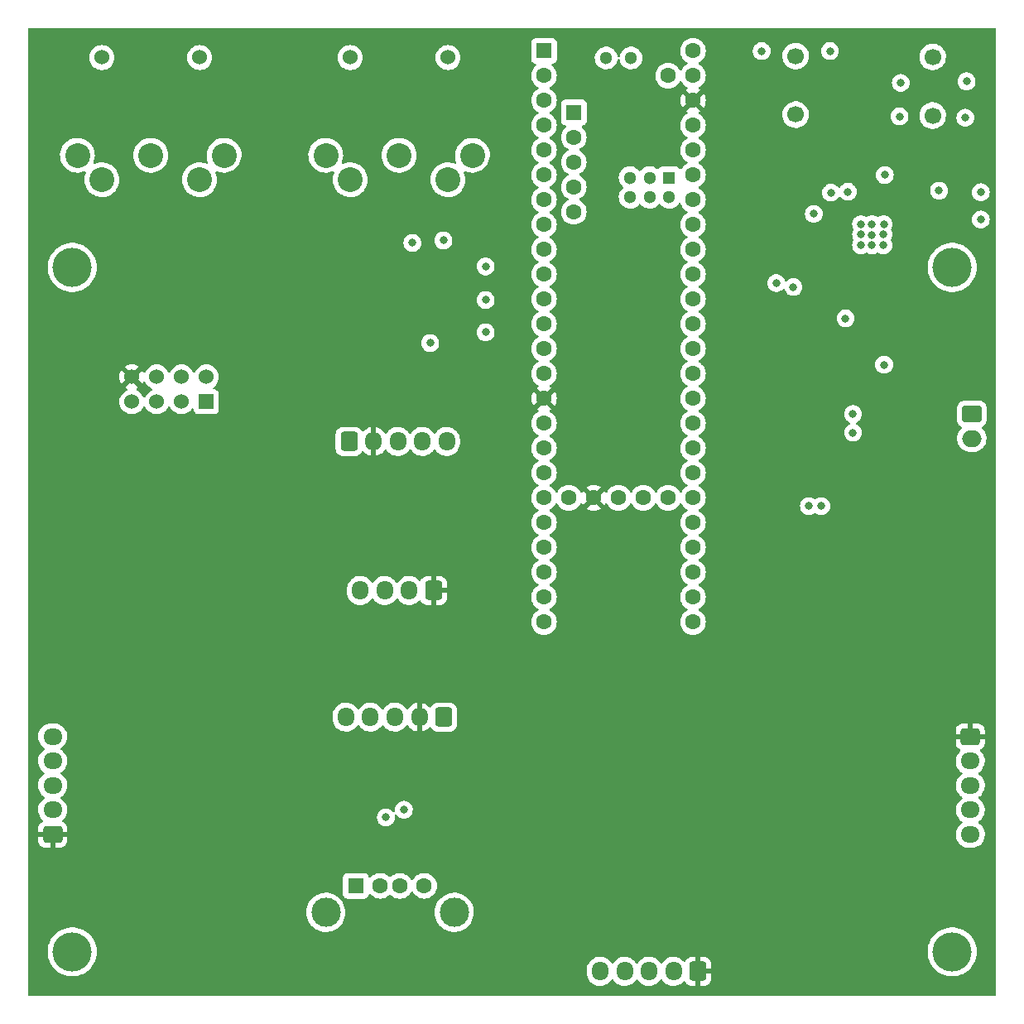
<source format=gbr>
%TF.GenerationSoftware,KiCad,Pcbnew,(6.0.1)*%
%TF.CreationDate,2022-04-22T15:57:16+02:00*%
%TF.ProjectId,BuitPCB,42756974-5043-4422-9e6b-696361645f70,rev?*%
%TF.SameCoordinates,Original*%
%TF.FileFunction,Copper,L3,Inr*%
%TF.FilePolarity,Positive*%
%FSLAX46Y46*%
G04 Gerber Fmt 4.6, Leading zero omitted, Abs format (unit mm)*
G04 Created by KiCad (PCBNEW (6.0.1)) date 2022-04-22 15:57:16*
%MOMM*%
%LPD*%
G01*
G04 APERTURE LIST*
G04 Aperture macros list*
%AMRoundRect*
0 Rectangle with rounded corners*
0 $1 Rounding radius*
0 $2 $3 $4 $5 $6 $7 $8 $9 X,Y pos of 4 corners*
0 Add a 4 corners polygon primitive as box body*
4,1,4,$2,$3,$4,$5,$6,$7,$8,$9,$2,$3,0*
0 Add four circle primitives for the rounded corners*
1,1,$1+$1,$2,$3*
1,1,$1+$1,$4,$5*
1,1,$1+$1,$6,$7*
1,1,$1+$1,$8,$9*
0 Add four rect primitives between the rounded corners*
20,1,$1+$1,$2,$3,$4,$5,0*
20,1,$1+$1,$4,$5,$6,$7,0*
20,1,$1+$1,$6,$7,$8,$9,0*
20,1,$1+$1,$8,$9,$2,$3,0*%
G04 Aperture macros list end*
%TA.AperFunction,ComponentPad*%
%ADD10R,1.600000X1.600000*%
%TD*%
%TA.AperFunction,ComponentPad*%
%ADD11C,1.600000*%
%TD*%
%TA.AperFunction,ComponentPad*%
%ADD12R,1.300000X1.300000*%
%TD*%
%TA.AperFunction,ComponentPad*%
%ADD13C,1.300000*%
%TD*%
%TA.AperFunction,ComponentPad*%
%ADD14C,1.700000*%
%TD*%
%TA.AperFunction,ComponentPad*%
%ADD15RoundRect,0.250000X0.600000X0.725000X-0.600000X0.725000X-0.600000X-0.725000X0.600000X-0.725000X0*%
%TD*%
%TA.AperFunction,ComponentPad*%
%ADD16O,1.700000X1.950000*%
%TD*%
%TA.AperFunction,ComponentPad*%
%ADD17RoundRect,0.250000X0.725000X-0.600000X0.725000X0.600000X-0.725000X0.600000X-0.725000X-0.600000X0*%
%TD*%
%TA.AperFunction,ComponentPad*%
%ADD18O,1.950000X1.700000*%
%TD*%
%TA.AperFunction,ComponentPad*%
%ADD19C,1.524000*%
%TD*%
%TA.AperFunction,ComponentPad*%
%ADD20C,2.540000*%
%TD*%
%TA.AperFunction,ComponentPad*%
%ADD21C,3.000000*%
%TD*%
%TA.AperFunction,ComponentPad*%
%ADD22RoundRect,0.250000X-0.750000X0.600000X-0.750000X-0.600000X0.750000X-0.600000X0.750000X0.600000X0*%
%TD*%
%TA.AperFunction,ComponentPad*%
%ADD23O,2.000000X1.700000*%
%TD*%
%TA.AperFunction,ComponentPad*%
%ADD24RoundRect,0.250000X-0.725000X0.600000X-0.725000X-0.600000X0.725000X-0.600000X0.725000X0.600000X0*%
%TD*%
%TA.AperFunction,ComponentPad*%
%ADD25R,1.524000X1.524000*%
%TD*%
%TA.AperFunction,ComponentPad*%
%ADD26C,4.000000*%
%TD*%
%TA.AperFunction,ComponentPad*%
%ADD27RoundRect,0.250000X-0.600000X-0.725000X0.600000X-0.725000X0.600000X0.725000X-0.600000X0.725000X0*%
%TD*%
%TA.AperFunction,ViaPad*%
%ADD28C,0.800000*%
%TD*%
G04 APERTURE END LIST*
D10*
%TO.N,GND*%
%TO.C,U1*%
X153252200Y-52853800D03*
D11*
%TO.N,MIDI_IN*%
X153252200Y-55393800D03*
%TO.N,MIDI_OUT*%
X153252200Y-57933800D03*
%TO.N,SENS_XOUT_LEFT*%
X153252200Y-60473800D03*
%TO.N,SENS_XOUT_CENTER*%
X153252200Y-63013800D03*
%TO.N,SENS_XOUT_RIGHT*%
X153252200Y-65553800D03*
%TO.N,unconnected-(U1-Pad7)*%
X153252200Y-68093800D03*
%TO.N,unconnected-(U1-Pad8)*%
X153252200Y-70633800D03*
%TO.N,I2S_DIN*%
X153252200Y-73173800D03*
%TO.N,I2S_DOUT*%
X153252200Y-75713800D03*
%TO.N,TRELLIS_INT_PIN*%
X153252200Y-78253800D03*
%TO.N,ROT_CLICK_SW*%
X153252200Y-80793800D03*
%TO.N,ROT_CLICK_DT*%
X153252200Y-83333800D03*
%TO.N,ROT_CLICK_CLK*%
X153252200Y-85873800D03*
%TO.N,+3V3*%
X153252200Y-88413800D03*
%TO.N,unconnected-(U1-Pad16)*%
X153252200Y-90953800D03*
%TO.N,unconnected-(U1-Pad17)*%
X153252200Y-93493800D03*
%TO.N,unconnected-(U1-Pad18)*%
X153252200Y-96033800D03*
%TO.N,unconnected-(U1-Pad19)*%
X153252200Y-98573800D03*
%TO.N,unconnected-(U1-Pad20)*%
X153252200Y-101113800D03*
%TO.N,unconnected-(U1-Pad21)*%
X153252200Y-103653800D03*
%TO.N,unconnected-(U1-Pad22)*%
X153252200Y-106193800D03*
%TO.N,unconnected-(U1-Pad23)*%
X153252200Y-108733800D03*
%TO.N,unconnected-(U1-Pad24)*%
X153252200Y-111273800D03*
%TO.N,unconnected-(U1-Pad25)*%
X168492200Y-111273800D03*
%TO.N,unconnected-(U1-Pad26)*%
X168492200Y-108733800D03*
%TO.N,unconnected-(U1-Pad27)*%
X168492200Y-106193800D03*
%TO.N,unconnected-(U1-Pad28)*%
X168492200Y-103653800D03*
%TO.N,unconnected-(U1-Pad29)*%
X168492200Y-101113800D03*
%TO.N,unconnected-(U1-Pad30)*%
X168492200Y-98573800D03*
%TO.N,unconnected-(U1-Pad31)*%
X168492200Y-96033800D03*
%TO.N,unconnected-(U1-Pad32)*%
X168492200Y-93493800D03*
%TO.N,unconnected-(U1-Pad33)*%
X168492200Y-90953800D03*
%TO.N,GND*%
X168492200Y-88413800D03*
%TO.N,unconnected-(U1-Pad35)*%
X168492200Y-85873800D03*
%TO.N,ESP8266_UART_RX*%
X168492200Y-83333800D03*
%TO.N,ESP8266_UART_TX*%
X168492200Y-80793800D03*
%TO.N,SENS_I2C_SCL*%
X168492200Y-78253800D03*
%TO.N,SENS_I2C_SDA*%
X168492200Y-75713800D03*
%TO.N,I2C_SDA_3V3*%
X168492200Y-73173800D03*
%TO.N,I2C_SCL_3V3*%
X168492200Y-70633800D03*
%TO.N,I2S_LRCLK*%
X168492200Y-68093800D03*
%TO.N,I2S_SCLK*%
X168492200Y-65553800D03*
%TO.N,unconnected-(U1-Pad44)*%
X168492200Y-63013800D03*
%TO.N,I2S_MCLK*%
X168492200Y-60473800D03*
%TO.N,+3V3*%
X168492200Y-57933800D03*
%TO.N,GND*%
X168492200Y-55393800D03*
%TO.N,V_USB*%
X168492200Y-52853800D03*
%TO.N,unconnected-(U1-Pad49)*%
X165952200Y-55393800D03*
%TO.N,unconnected-(U1-Pad50)*%
X155792200Y-98573800D03*
%TO.N,+3V3*%
X158332200Y-98573800D03*
%TO.N,GND*%
X160872200Y-98573800D03*
%TO.N,unconnected-(U1-Pad53)*%
X163412200Y-98573800D03*
%TO.N,unconnected-(U1-Pad54)*%
X165952200Y-98573800D03*
D10*
%TO.N,USB_HOST_5V*%
X156303000Y-59153000D03*
D11*
%TO.N,USB_HOST_N*%
X156303000Y-61693000D03*
%TO.N,USB_HOST_P*%
X156303000Y-64233000D03*
%TO.N,GND*%
X156303000Y-66773000D03*
X156303000Y-69313000D03*
D12*
%TO.N,unconnected-(U1-Pad60)*%
X166053800Y-65823800D03*
D13*
%TO.N,unconnected-(U1-Pad61)*%
X164053800Y-65823800D03*
%TO.N,unconnected-(U1-Pad62)*%
X162053800Y-65823800D03*
%TO.N,unconnected-(U1-Pad63)*%
X162053800Y-67823800D03*
%TO.N,GND*%
X164053800Y-67823800D03*
%TO.N,unconnected-(U1-Pad65)*%
X166053800Y-67823800D03*
%TO.N,unconnected-(U1-Pad66)*%
X162142200Y-53583800D03*
%TO.N,unconnected-(U1-Pad67)*%
X159602200Y-53583800D03*
%TD*%
D14*
%TO.N,*%
%TO.C,J4*%
X179000000Y-53376000D03*
X179000000Y-59376000D03*
%TD*%
D15*
%TO.N,+3V3*%
%TO.C,J11*%
X141952000Y-108048000D03*
D16*
%TO.N,I2C_SCL_3V3*%
X139452000Y-108048000D03*
%TO.N,I2C_SDA_3V3*%
X136952000Y-108048000D03*
%TO.N,GND*%
X134452000Y-108048000D03*
%TD*%
D17*
%TO.N,+3V3*%
%TO.C,J5*%
X103000000Y-133000000D03*
D18*
%TO.N,SENS_I2C_SCL*%
X103000000Y-130500000D03*
%TO.N,SENS_I2C_SDA*%
X103000000Y-128000000D03*
%TO.N,SENS_XOUT_LEFT*%
X103000000Y-125500000D03*
%TO.N,GND*%
X103000000Y-123000000D03*
%TD*%
D15*
%TO.N,+3V3*%
%TO.C,J9*%
X169000000Y-147000000D03*
D16*
%TO.N,SENS_I2C_SCL*%
X166500000Y-147000000D03*
%TO.N,SENS_I2C_SDA*%
X164000000Y-147000000D03*
%TO.N,SENS_XOUT_CENTER*%
X161500000Y-147000000D03*
%TO.N,GND*%
X159000000Y-147000000D03*
%TD*%
D15*
%TO.N,TRELLIS_INT_PIN*%
%TO.C,J12*%
X143000000Y-121000000D03*
D16*
%TO.N,+3V3*%
X140500000Y-121000000D03*
%TO.N,GND*%
X138000000Y-121000000D03*
%TO.N,I2C_SCL_3V3*%
X135500000Y-121000000D03*
%TO.N,I2C_SDA_3V3*%
X133000000Y-121000000D03*
%TD*%
D19*
%TO.N,*%
%TO.C,J2*%
X118030000Y-53535000D03*
X108030000Y-53535000D03*
D20*
%TO.N,unconnected-(J2-Pad1)*%
X120530000Y-63535000D03*
%TO.N,unconnected-(J2-Pad2)*%
X118030000Y-66035000D03*
%TO.N,unconnected-(J2-Pad3)*%
X113030000Y-63535000D03*
%TO.N,Net-(J2-Pad4)*%
X108030000Y-66035000D03*
%TO.N,Net-(J2-Pad5)*%
X105530000Y-63535000D03*
%TD*%
D10*
%TO.N,USB_HOST_5V*%
%TO.C,J3*%
X134000000Y-138253000D03*
D11*
%TO.N,USB_HOST_N*%
X136500000Y-138253000D03*
%TO.N,USB_HOST_P*%
X138500000Y-138253000D03*
%TO.N,GND*%
X141000000Y-138253000D03*
D21*
X144070000Y-140963000D03*
X130930000Y-140963000D03*
%TD*%
D22*
%TO.N,Net-(C10-Pad2)*%
%TO.C,J8*%
X197000000Y-90000000D03*
D23*
%TO.N,GND*%
X197000000Y-92500000D03*
%TD*%
D19*
%TO.N,*%
%TO.C,J1*%
X133430000Y-53535000D03*
X143430000Y-53535000D03*
D20*
%TO.N,unconnected-(J1-Pad1)*%
X145930000Y-63535000D03*
%TO.N,unconnected-(J1-Pad2)*%
X143430000Y-66035000D03*
%TO.N,unconnected-(J1-Pad3)*%
X138430000Y-63535000D03*
%TO.N,Net-(J1-Pad4)*%
X133430000Y-66035000D03*
%TO.N,Net-(D1-Pad2)*%
X130930000Y-63535000D03*
%TD*%
D24*
%TO.N,+3V3*%
%TO.C,J7*%
X196850000Y-123000000D03*
D18*
%TO.N,SENS_I2C_SCL*%
X196850000Y-125500000D03*
%TO.N,SENS_I2C_SDA*%
X196850000Y-128000000D03*
%TO.N,SENS_XOUT_RIGHT*%
X196850000Y-130500000D03*
%TO.N,GND*%
X196850000Y-133000000D03*
%TD*%
D19*
%TO.N,ESP8266_UART_TX*%
%TO.C,U6*%
X118711000Y-86204000D03*
%TO.N,unconnected-(U6-Pad2)*%
X116171000Y-86204000D03*
%TO.N,unconnected-(U6-Pad3)*%
X113631000Y-86204000D03*
%TO.N,+3V3*%
X111091000Y-86204000D03*
%TO.N,ESP8266_UART_RX*%
X111091000Y-88744000D03*
%TO.N,unconnected-(U6-Pad6)*%
X113631000Y-88744000D03*
%TO.N,unconnected-(U6-Pad7)*%
X116171000Y-88744000D03*
D25*
%TO.N,GND*%
X118711000Y-88744000D03*
%TD*%
D14*
%TO.N,*%
%TO.C,J6*%
X193000000Y-59468000D03*
X193000000Y-53468000D03*
%TD*%
D26*
%TO.N,N/C*%
%TO.C,*%
X105000000Y-75000000D03*
%TD*%
%TO.N,N/C*%
%TO.C,*%
X195000000Y-145000000D03*
%TD*%
%TO.N,N/C*%
%TO.C,*%
X195000000Y-75000000D03*
%TD*%
%TO.N,N/C*%
%TO.C,REF\u002A\u002A*%
X105000000Y-145000000D03*
%TD*%
D27*
%TO.N,GND*%
%TO.C,J10*%
X133300000Y-92800000D03*
D16*
%TO.N,+3V3*%
X135800000Y-92800000D03*
%TO.N,ROT_CLICK_SW*%
X138300000Y-92800000D03*
%TO.N,ROT_CLICK_DT*%
X140800000Y-92800000D03*
%TO.N,ROT_CLICK_CLK*%
X143300000Y-92800000D03*
%TD*%
D28*
%TO.N,GND*%
X147286000Y-74901000D03*
X182499000Y-52867000D03*
X193650000Y-67160000D03*
X185674000Y-71628000D03*
X185674000Y-70583000D03*
X186783000Y-70583000D03*
X180848000Y-69519800D03*
X147286000Y-78330000D03*
X187960000Y-71628000D03*
X141610000Y-82730000D03*
X147286000Y-81632000D03*
X184092200Y-80220200D03*
X184861200Y-91897200D03*
X197927000Y-67310000D03*
X188000000Y-70583000D03*
X142968000Y-72234000D03*
X185674000Y-72742000D03*
X186783000Y-72742000D03*
X197927000Y-70104000D03*
X187960000Y-72742000D03*
X186800000Y-71700000D03*
X175514000Y-52867000D03*
X188112400Y-65557400D03*
%TO.N,HP_L*%
X196342000Y-59690000D03*
X189615500Y-59558500D03*
%TO.N,HP_R*%
X196475000Y-55968000D03*
X189738000Y-56134000D03*
%TO.N,+3V3*%
X178172400Y-99412000D03*
X149190000Y-71160000D03*
X178969410Y-69215000D03*
X121700000Y-77375000D03*
X184112600Y-78320200D03*
X183760400Y-99412000D03*
X178477200Y-92858800D03*
X174616400Y-90064800D03*
X193630000Y-69650000D03*
%TO.N,I2C_SDA_3V3*%
X177012600Y-76606400D03*
%TO.N,I2C_SCL_3V3*%
X178765200Y-77012800D03*
%TO.N,SENS_I2C_SDA*%
X181610000Y-99412000D03*
%TO.N,SENS_I2C_SCL*%
X180340000Y-99412000D03*
%TO.N,SENS_XOUT_RIGHT*%
X138925000Y-130475000D03*
%TO.N,SENS_XOUT_CENTER*%
X137075000Y-131250000D03*
%TO.N,V_USB*%
X139793000Y-72488000D03*
%TO.N,MIC*%
X184327800Y-67259200D03*
X188036200Y-84963000D03*
%TO.N,MIC_BIAS*%
X184853800Y-90000000D03*
X182600600Y-67360800D03*
%TD*%
%TA.AperFunction,Conductor*%
%TO.N,+3V3*%
G36*
X199434121Y-50528002D02*
G01*
X199480614Y-50581658D01*
X199492000Y-50634000D01*
X199492000Y-149366000D01*
X199471998Y-149434121D01*
X199418342Y-149480614D01*
X199366000Y-149492000D01*
X100634000Y-149492000D01*
X100565879Y-149471998D01*
X100519386Y-149418342D01*
X100508000Y-149366000D01*
X100508000Y-145000000D01*
X102486540Y-145000000D01*
X102506359Y-145315020D01*
X102565505Y-145625072D01*
X102663044Y-145925266D01*
X102664731Y-145928852D01*
X102664733Y-145928856D01*
X102795750Y-146207283D01*
X102795754Y-146207290D01*
X102797438Y-146210869D01*
X102966568Y-146477375D01*
X102969093Y-146480427D01*
X103105472Y-146645280D01*
X103167767Y-146720582D01*
X103397860Y-146936654D01*
X103653221Y-147122184D01*
X103656690Y-147124091D01*
X103656693Y-147124093D01*
X103925943Y-147272115D01*
X103929821Y-147274247D01*
X103933490Y-147275700D01*
X103933495Y-147275702D01*
X104119658Y-147349409D01*
X104223298Y-147390443D01*
X104529025Y-147468940D01*
X104842179Y-147508500D01*
X105157821Y-147508500D01*
X105470975Y-147468940D01*
X105776702Y-147390443D01*
X105880342Y-147349409D01*
X106066505Y-147275702D01*
X106066510Y-147275700D01*
X106070179Y-147274247D01*
X106074057Y-147272115D01*
X106236356Y-147182890D01*
X157641500Y-147182890D01*
X157656080Y-147354720D01*
X157657418Y-147359875D01*
X157657419Y-147359881D01*
X157712657Y-147572703D01*
X157713999Y-147577872D01*
X157808688Y-147788075D01*
X157937441Y-147979319D01*
X158096576Y-148146135D01*
X158281542Y-148283754D01*
X158286293Y-148286170D01*
X158286297Y-148286172D01*
X158348704Y-148317901D01*
X158487051Y-148388240D01*
X158492145Y-148389822D01*
X158492148Y-148389823D01*
X158692020Y-148451885D01*
X158707227Y-148456607D01*
X158712516Y-148457308D01*
X158930489Y-148486198D01*
X158930494Y-148486198D01*
X158935774Y-148486898D01*
X158941103Y-148486698D01*
X158941105Y-148486698D01*
X159050966Y-148482573D01*
X159166158Y-148478249D01*
X159171468Y-148477135D01*
X159386572Y-148432002D01*
X159391791Y-148430907D01*
X159396750Y-148428949D01*
X159396752Y-148428948D01*
X159601256Y-148348185D01*
X159601258Y-148348184D01*
X159606221Y-148346224D01*
X159705184Y-148286172D01*
X159798757Y-148229390D01*
X159798756Y-148229390D01*
X159803317Y-148226623D01*
X159843493Y-148191760D01*
X159973412Y-148079023D01*
X159973414Y-148079021D01*
X159977445Y-148075523D01*
X160041383Y-147997545D01*
X160120240Y-147901373D01*
X160120244Y-147901367D01*
X160123624Y-147897245D01*
X160141552Y-147865750D01*
X160192632Y-147816445D01*
X160262262Y-147802583D01*
X160328333Y-147828566D01*
X160355573Y-147857716D01*
X160437441Y-147979319D01*
X160596576Y-148146135D01*
X160781542Y-148283754D01*
X160786293Y-148286170D01*
X160786297Y-148286172D01*
X160848704Y-148317901D01*
X160987051Y-148388240D01*
X160992145Y-148389822D01*
X160992148Y-148389823D01*
X161192020Y-148451885D01*
X161207227Y-148456607D01*
X161212516Y-148457308D01*
X161430489Y-148486198D01*
X161430494Y-148486198D01*
X161435774Y-148486898D01*
X161441103Y-148486698D01*
X161441105Y-148486698D01*
X161550966Y-148482573D01*
X161666158Y-148478249D01*
X161671468Y-148477135D01*
X161886572Y-148432002D01*
X161891791Y-148430907D01*
X161896750Y-148428949D01*
X161896752Y-148428948D01*
X162101256Y-148348185D01*
X162101258Y-148348184D01*
X162106221Y-148346224D01*
X162205184Y-148286172D01*
X162298757Y-148229390D01*
X162298756Y-148229390D01*
X162303317Y-148226623D01*
X162343493Y-148191760D01*
X162473412Y-148079023D01*
X162473414Y-148079021D01*
X162477445Y-148075523D01*
X162541383Y-147997545D01*
X162620240Y-147901373D01*
X162620244Y-147901367D01*
X162623624Y-147897245D01*
X162641552Y-147865750D01*
X162692632Y-147816445D01*
X162762262Y-147802583D01*
X162828333Y-147828566D01*
X162855573Y-147857716D01*
X162937441Y-147979319D01*
X163096576Y-148146135D01*
X163281542Y-148283754D01*
X163286293Y-148286170D01*
X163286297Y-148286172D01*
X163348704Y-148317901D01*
X163487051Y-148388240D01*
X163492145Y-148389822D01*
X163492148Y-148389823D01*
X163692020Y-148451885D01*
X163707227Y-148456607D01*
X163712516Y-148457308D01*
X163930489Y-148486198D01*
X163930494Y-148486198D01*
X163935774Y-148486898D01*
X163941103Y-148486698D01*
X163941105Y-148486698D01*
X164050966Y-148482573D01*
X164166158Y-148478249D01*
X164171468Y-148477135D01*
X164386572Y-148432002D01*
X164391791Y-148430907D01*
X164396750Y-148428949D01*
X164396752Y-148428948D01*
X164601256Y-148348185D01*
X164601258Y-148348184D01*
X164606221Y-148346224D01*
X164705184Y-148286172D01*
X164798757Y-148229390D01*
X164798756Y-148229390D01*
X164803317Y-148226623D01*
X164843493Y-148191760D01*
X164973412Y-148079023D01*
X164973414Y-148079021D01*
X164977445Y-148075523D01*
X165041383Y-147997545D01*
X165120240Y-147901373D01*
X165120244Y-147901367D01*
X165123624Y-147897245D01*
X165141552Y-147865750D01*
X165192632Y-147816445D01*
X165262262Y-147802583D01*
X165328333Y-147828566D01*
X165355573Y-147857716D01*
X165437441Y-147979319D01*
X165596576Y-148146135D01*
X165781542Y-148283754D01*
X165786293Y-148286170D01*
X165786297Y-148286172D01*
X165848704Y-148317901D01*
X165987051Y-148388240D01*
X165992145Y-148389822D01*
X165992148Y-148389823D01*
X166192020Y-148451885D01*
X166207227Y-148456607D01*
X166212516Y-148457308D01*
X166430489Y-148486198D01*
X166430494Y-148486198D01*
X166435774Y-148486898D01*
X166441103Y-148486698D01*
X166441105Y-148486698D01*
X166550966Y-148482573D01*
X166666158Y-148478249D01*
X166671468Y-148477135D01*
X166886572Y-148432002D01*
X166891791Y-148430907D01*
X166896750Y-148428949D01*
X166896752Y-148428948D01*
X167101256Y-148348185D01*
X167101258Y-148348184D01*
X167106221Y-148346224D01*
X167205184Y-148286172D01*
X167298757Y-148229390D01*
X167298756Y-148229390D01*
X167303317Y-148226623D01*
X167343493Y-148191760D01*
X167473412Y-148079023D01*
X167473414Y-148079021D01*
X167477445Y-148075523D01*
X167507006Y-148039471D01*
X167565666Y-147999476D01*
X167636636Y-147997545D01*
X167697384Y-148034290D01*
X167711584Y-148053059D01*
X167798063Y-148192807D01*
X167807099Y-148204208D01*
X167921829Y-148318739D01*
X167933240Y-148327751D01*
X168071243Y-148412816D01*
X168084424Y-148418963D01*
X168238710Y-148470138D01*
X168252086Y-148473005D01*
X168346438Y-148482672D01*
X168352854Y-148483000D01*
X168727885Y-148483000D01*
X168743124Y-148478525D01*
X168744329Y-148477135D01*
X168746000Y-148469452D01*
X168746000Y-148464884D01*
X169254000Y-148464884D01*
X169258475Y-148480123D01*
X169259865Y-148481328D01*
X169267548Y-148482999D01*
X169647095Y-148482999D01*
X169653614Y-148482662D01*
X169749206Y-148472743D01*
X169762600Y-148469851D01*
X169916784Y-148418412D01*
X169929962Y-148412239D01*
X170067807Y-148326937D01*
X170079208Y-148317901D01*
X170193739Y-148203171D01*
X170202751Y-148191760D01*
X170287816Y-148053757D01*
X170293963Y-148040576D01*
X170345138Y-147886290D01*
X170348005Y-147872914D01*
X170357672Y-147778562D01*
X170358000Y-147772146D01*
X170358000Y-147272115D01*
X170353525Y-147256876D01*
X170352135Y-147255671D01*
X170344452Y-147254000D01*
X169272115Y-147254000D01*
X169256876Y-147258475D01*
X169255671Y-147259865D01*
X169254000Y-147267548D01*
X169254000Y-148464884D01*
X168746000Y-148464884D01*
X168746000Y-146727885D01*
X169254000Y-146727885D01*
X169258475Y-146743124D01*
X169259865Y-146744329D01*
X169267548Y-146746000D01*
X170339884Y-146746000D01*
X170355123Y-146741525D01*
X170356328Y-146740135D01*
X170357999Y-146732452D01*
X170357999Y-146227905D01*
X170357662Y-146221386D01*
X170347743Y-146125794D01*
X170344851Y-146112400D01*
X170293412Y-145958216D01*
X170287239Y-145945038D01*
X170201937Y-145807193D01*
X170192901Y-145795792D01*
X170078171Y-145681261D01*
X170066760Y-145672249D01*
X169928757Y-145587184D01*
X169915576Y-145581037D01*
X169761290Y-145529862D01*
X169747914Y-145526995D01*
X169653562Y-145517328D01*
X169647145Y-145517000D01*
X169272115Y-145517000D01*
X169256876Y-145521475D01*
X169255671Y-145522865D01*
X169254000Y-145530548D01*
X169254000Y-146727885D01*
X168746000Y-146727885D01*
X168746000Y-145535116D01*
X168741525Y-145519877D01*
X168740135Y-145518672D01*
X168732452Y-145517001D01*
X168352905Y-145517001D01*
X168346386Y-145517338D01*
X168250794Y-145527257D01*
X168237400Y-145530149D01*
X168083216Y-145581588D01*
X168070038Y-145587761D01*
X167932193Y-145673063D01*
X167920792Y-145682099D01*
X167806261Y-145796829D01*
X167797247Y-145808243D01*
X167711277Y-145947713D01*
X167658505Y-145995207D01*
X167588434Y-146006631D01*
X167523310Y-145978357D01*
X167512847Y-145968570D01*
X167492951Y-145947713D01*
X167403424Y-145853865D01*
X167218458Y-145716246D01*
X167213707Y-145713830D01*
X167213703Y-145713828D01*
X167091731Y-145651815D01*
X167012949Y-145611760D01*
X167007855Y-145610178D01*
X167007852Y-145610177D01*
X166797871Y-145544976D01*
X166792773Y-145543393D01*
X166787484Y-145542692D01*
X166569511Y-145513802D01*
X166569506Y-145513802D01*
X166564226Y-145513102D01*
X166558897Y-145513302D01*
X166558895Y-145513302D01*
X166460368Y-145517001D01*
X166333842Y-145521751D01*
X166328623Y-145522846D01*
X166308849Y-145526995D01*
X166108209Y-145569093D01*
X166103250Y-145571051D01*
X166103248Y-145571052D01*
X165898744Y-145651815D01*
X165898742Y-145651816D01*
X165893779Y-145653776D01*
X165889220Y-145656543D01*
X165889217Y-145656544D01*
X165790832Y-145716246D01*
X165696683Y-145773377D01*
X165692653Y-145776874D01*
X165599484Y-145857722D01*
X165522555Y-145924477D01*
X165505696Y-145945038D01*
X165379760Y-146098627D01*
X165379756Y-146098633D01*
X165376376Y-146102755D01*
X165358448Y-146134250D01*
X165307368Y-146183555D01*
X165237738Y-146197417D01*
X165171667Y-146171434D01*
X165144427Y-146142284D01*
X165065539Y-146025108D01*
X165062559Y-146020681D01*
X165012848Y-145968570D01*
X164907103Y-145857722D01*
X164903424Y-145853865D01*
X164718458Y-145716246D01*
X164713707Y-145713830D01*
X164713703Y-145713828D01*
X164591731Y-145651815D01*
X164512949Y-145611760D01*
X164507855Y-145610178D01*
X164507852Y-145610177D01*
X164297871Y-145544976D01*
X164292773Y-145543393D01*
X164287484Y-145542692D01*
X164069511Y-145513802D01*
X164069506Y-145513802D01*
X164064226Y-145513102D01*
X164058897Y-145513302D01*
X164058895Y-145513302D01*
X163960368Y-145517001D01*
X163833842Y-145521751D01*
X163828623Y-145522846D01*
X163808849Y-145526995D01*
X163608209Y-145569093D01*
X163603250Y-145571051D01*
X163603248Y-145571052D01*
X163398744Y-145651815D01*
X163398742Y-145651816D01*
X163393779Y-145653776D01*
X163389220Y-145656543D01*
X163389217Y-145656544D01*
X163290832Y-145716246D01*
X163196683Y-145773377D01*
X163192653Y-145776874D01*
X163099484Y-145857722D01*
X163022555Y-145924477D01*
X163005696Y-145945038D01*
X162879760Y-146098627D01*
X162879756Y-146098633D01*
X162876376Y-146102755D01*
X162858448Y-146134250D01*
X162807368Y-146183555D01*
X162737738Y-146197417D01*
X162671667Y-146171434D01*
X162644427Y-146142284D01*
X162565539Y-146025108D01*
X162562559Y-146020681D01*
X162512848Y-145968570D01*
X162407103Y-145857722D01*
X162403424Y-145853865D01*
X162218458Y-145716246D01*
X162213707Y-145713830D01*
X162213703Y-145713828D01*
X162091731Y-145651815D01*
X162012949Y-145611760D01*
X162007855Y-145610178D01*
X162007852Y-145610177D01*
X161797871Y-145544976D01*
X161792773Y-145543393D01*
X161787484Y-145542692D01*
X161569511Y-145513802D01*
X161569506Y-145513802D01*
X161564226Y-145513102D01*
X161558897Y-145513302D01*
X161558895Y-145513302D01*
X161460368Y-145517001D01*
X161333842Y-145521751D01*
X161328623Y-145522846D01*
X161308849Y-145526995D01*
X161108209Y-145569093D01*
X161103250Y-145571051D01*
X161103248Y-145571052D01*
X160898744Y-145651815D01*
X160898742Y-145651816D01*
X160893779Y-145653776D01*
X160889220Y-145656543D01*
X160889217Y-145656544D01*
X160790832Y-145716246D01*
X160696683Y-145773377D01*
X160692653Y-145776874D01*
X160599484Y-145857722D01*
X160522555Y-145924477D01*
X160505696Y-145945038D01*
X160379760Y-146098627D01*
X160379756Y-146098633D01*
X160376376Y-146102755D01*
X160358448Y-146134250D01*
X160307368Y-146183555D01*
X160237738Y-146197417D01*
X160171667Y-146171434D01*
X160144427Y-146142284D01*
X160065539Y-146025108D01*
X160062559Y-146020681D01*
X160012848Y-145968570D01*
X159907103Y-145857722D01*
X159903424Y-145853865D01*
X159718458Y-145716246D01*
X159713707Y-145713830D01*
X159713703Y-145713828D01*
X159591731Y-145651815D01*
X159512949Y-145611760D01*
X159507855Y-145610178D01*
X159507852Y-145610177D01*
X159297871Y-145544976D01*
X159292773Y-145543393D01*
X159287484Y-145542692D01*
X159069511Y-145513802D01*
X159069506Y-145513802D01*
X159064226Y-145513102D01*
X159058897Y-145513302D01*
X159058895Y-145513302D01*
X158960368Y-145517001D01*
X158833842Y-145521751D01*
X158828623Y-145522846D01*
X158808849Y-145526995D01*
X158608209Y-145569093D01*
X158603250Y-145571051D01*
X158603248Y-145571052D01*
X158398744Y-145651815D01*
X158398742Y-145651816D01*
X158393779Y-145653776D01*
X158389220Y-145656543D01*
X158389217Y-145656544D01*
X158290832Y-145716246D01*
X158196683Y-145773377D01*
X158192653Y-145776874D01*
X158099484Y-145857722D01*
X158022555Y-145924477D01*
X158005696Y-145945038D01*
X157879760Y-146098627D01*
X157879756Y-146098633D01*
X157876376Y-146102755D01*
X157873738Y-146107390D01*
X157873735Y-146107394D01*
X157830382Y-146183555D01*
X157762325Y-146303114D01*
X157683663Y-146519825D01*
X157682714Y-146525074D01*
X157682713Y-146525077D01*
X157643377Y-146742608D01*
X157643376Y-146742615D01*
X157642639Y-146746692D01*
X157641500Y-146770844D01*
X157641500Y-147182890D01*
X106236356Y-147182890D01*
X106343307Y-147124093D01*
X106343310Y-147124091D01*
X106346779Y-147122184D01*
X106602140Y-146936654D01*
X106832233Y-146720582D01*
X106894529Y-146645280D01*
X107030907Y-146480427D01*
X107033432Y-146477375D01*
X107202562Y-146210869D01*
X107204246Y-146207290D01*
X107204250Y-146207283D01*
X107335267Y-145928856D01*
X107335269Y-145928852D01*
X107336956Y-145925266D01*
X107434495Y-145625072D01*
X107493641Y-145315020D01*
X107513460Y-145000000D01*
X192486540Y-145000000D01*
X192506359Y-145315020D01*
X192565505Y-145625072D01*
X192663044Y-145925266D01*
X192664731Y-145928852D01*
X192664733Y-145928856D01*
X192795750Y-146207283D01*
X192795754Y-146207290D01*
X192797438Y-146210869D01*
X192966568Y-146477375D01*
X192969093Y-146480427D01*
X193105472Y-146645280D01*
X193167767Y-146720582D01*
X193397860Y-146936654D01*
X193653221Y-147122184D01*
X193656690Y-147124091D01*
X193656693Y-147124093D01*
X193925943Y-147272115D01*
X193929821Y-147274247D01*
X193933490Y-147275700D01*
X193933495Y-147275702D01*
X194119658Y-147349409D01*
X194223298Y-147390443D01*
X194529025Y-147468940D01*
X194842179Y-147508500D01*
X195157821Y-147508500D01*
X195470975Y-147468940D01*
X195776702Y-147390443D01*
X195880342Y-147349409D01*
X196066505Y-147275702D01*
X196066510Y-147275700D01*
X196070179Y-147274247D01*
X196074057Y-147272115D01*
X196343307Y-147124093D01*
X196343310Y-147124091D01*
X196346779Y-147122184D01*
X196602140Y-146936654D01*
X196832233Y-146720582D01*
X196894529Y-146645280D01*
X197030907Y-146480427D01*
X197033432Y-146477375D01*
X197202562Y-146210869D01*
X197204246Y-146207290D01*
X197204250Y-146207283D01*
X197335267Y-145928856D01*
X197335269Y-145928852D01*
X197336956Y-145925266D01*
X197434495Y-145625072D01*
X197493641Y-145315020D01*
X197513460Y-145000000D01*
X197493641Y-144684980D01*
X197434495Y-144374928D01*
X197336956Y-144074734D01*
X197335267Y-144071144D01*
X197204250Y-143792717D01*
X197204246Y-143792710D01*
X197202562Y-143789131D01*
X197033432Y-143522625D01*
X196832233Y-143279418D01*
X196602140Y-143063346D01*
X196346779Y-142877816D01*
X196336437Y-142872130D01*
X196073648Y-142727660D01*
X196073647Y-142727659D01*
X196070179Y-142725753D01*
X196066510Y-142724300D01*
X196066505Y-142724298D01*
X195780372Y-142611010D01*
X195780371Y-142611010D01*
X195776702Y-142609557D01*
X195470975Y-142531060D01*
X195157821Y-142491500D01*
X194842179Y-142491500D01*
X194529025Y-142531060D01*
X194223298Y-142609557D01*
X194219629Y-142611010D01*
X194219628Y-142611010D01*
X193933495Y-142724298D01*
X193933490Y-142724300D01*
X193929821Y-142725753D01*
X193926353Y-142727659D01*
X193926352Y-142727660D01*
X193663564Y-142872130D01*
X193653221Y-142877816D01*
X193397860Y-143063346D01*
X193167767Y-143279418D01*
X192966568Y-143522625D01*
X192797438Y-143789131D01*
X192795754Y-143792710D01*
X192795750Y-143792717D01*
X192664733Y-144071144D01*
X192663044Y-144074734D01*
X192565505Y-144374928D01*
X192506359Y-144684980D01*
X192486540Y-145000000D01*
X107513460Y-145000000D01*
X107493641Y-144684980D01*
X107434495Y-144374928D01*
X107336956Y-144074734D01*
X107335267Y-144071144D01*
X107204250Y-143792717D01*
X107204246Y-143792710D01*
X107202562Y-143789131D01*
X107033432Y-143522625D01*
X106832233Y-143279418D01*
X106602140Y-143063346D01*
X106346779Y-142877816D01*
X106336437Y-142872130D01*
X106073648Y-142727660D01*
X106073647Y-142727659D01*
X106070179Y-142725753D01*
X106066510Y-142724300D01*
X106066505Y-142724298D01*
X105780372Y-142611010D01*
X105780371Y-142611010D01*
X105776702Y-142609557D01*
X105470975Y-142531060D01*
X105157821Y-142491500D01*
X104842179Y-142491500D01*
X104529025Y-142531060D01*
X104223298Y-142609557D01*
X104219629Y-142611010D01*
X104219628Y-142611010D01*
X103933495Y-142724298D01*
X103933490Y-142724300D01*
X103929821Y-142725753D01*
X103926353Y-142727659D01*
X103926352Y-142727660D01*
X103663564Y-142872130D01*
X103653221Y-142877816D01*
X103397860Y-143063346D01*
X103167767Y-143279418D01*
X102966568Y-143522625D01*
X102797438Y-143789131D01*
X102795754Y-143792710D01*
X102795750Y-143792717D01*
X102664733Y-144071144D01*
X102663044Y-144074734D01*
X102565505Y-144374928D01*
X102506359Y-144684980D01*
X102486540Y-145000000D01*
X100508000Y-145000000D01*
X100508000Y-140941918D01*
X128916917Y-140941918D01*
X128932682Y-141215320D01*
X128933507Y-141219525D01*
X128933508Y-141219533D01*
X128944127Y-141273657D01*
X128985405Y-141484053D01*
X128986792Y-141488103D01*
X128986793Y-141488108D01*
X129007605Y-141548895D01*
X129074112Y-141743144D01*
X129197160Y-141987799D01*
X129199586Y-141991328D01*
X129199589Y-141991334D01*
X129349843Y-142209953D01*
X129352274Y-142213490D01*
X129536582Y-142416043D01*
X129746675Y-142591707D01*
X129750316Y-142593991D01*
X129975024Y-142734951D01*
X129975028Y-142734953D01*
X129978664Y-142737234D01*
X130046544Y-142767883D01*
X130224345Y-142848164D01*
X130224349Y-142848166D01*
X130228257Y-142849930D01*
X130232377Y-142851150D01*
X130232376Y-142851150D01*
X130486723Y-142926491D01*
X130486727Y-142926492D01*
X130490836Y-142927709D01*
X130495070Y-142928357D01*
X130495075Y-142928358D01*
X130757298Y-142968483D01*
X130757300Y-142968483D01*
X130761540Y-142969132D01*
X130900912Y-142971322D01*
X131031071Y-142973367D01*
X131031077Y-142973367D01*
X131035362Y-142973434D01*
X131307235Y-142940534D01*
X131572127Y-142871041D01*
X131576087Y-142869401D01*
X131576092Y-142869399D01*
X131698631Y-142818641D01*
X131825136Y-142766241D01*
X132061582Y-142628073D01*
X132277089Y-142459094D01*
X132318809Y-142416043D01*
X132464686Y-142265509D01*
X132467669Y-142262431D01*
X132470202Y-142258983D01*
X132470206Y-142258978D01*
X132627257Y-142045178D01*
X132629795Y-142041723D01*
X132657154Y-141991334D01*
X132758418Y-141804830D01*
X132758419Y-141804828D01*
X132760468Y-141801054D01*
X132857269Y-141544877D01*
X132918407Y-141277933D01*
X132942751Y-141005161D01*
X132943193Y-140963000D01*
X132941756Y-140941918D01*
X142056917Y-140941918D01*
X142072682Y-141215320D01*
X142073507Y-141219525D01*
X142073508Y-141219533D01*
X142084127Y-141273657D01*
X142125405Y-141484053D01*
X142126792Y-141488103D01*
X142126793Y-141488108D01*
X142147605Y-141548895D01*
X142214112Y-141743144D01*
X142337160Y-141987799D01*
X142339586Y-141991328D01*
X142339589Y-141991334D01*
X142489843Y-142209953D01*
X142492274Y-142213490D01*
X142676582Y-142416043D01*
X142886675Y-142591707D01*
X142890316Y-142593991D01*
X143115024Y-142734951D01*
X143115028Y-142734953D01*
X143118664Y-142737234D01*
X143186544Y-142767883D01*
X143364345Y-142848164D01*
X143364349Y-142848166D01*
X143368257Y-142849930D01*
X143372377Y-142851150D01*
X143372376Y-142851150D01*
X143626723Y-142926491D01*
X143626727Y-142926492D01*
X143630836Y-142927709D01*
X143635070Y-142928357D01*
X143635075Y-142928358D01*
X143897298Y-142968483D01*
X143897300Y-142968483D01*
X143901540Y-142969132D01*
X144040912Y-142971322D01*
X144171071Y-142973367D01*
X144171077Y-142973367D01*
X144175362Y-142973434D01*
X144447235Y-142940534D01*
X144712127Y-142871041D01*
X144716087Y-142869401D01*
X144716092Y-142869399D01*
X144838631Y-142818641D01*
X144965136Y-142766241D01*
X145201582Y-142628073D01*
X145417089Y-142459094D01*
X145458809Y-142416043D01*
X145604686Y-142265509D01*
X145607669Y-142262431D01*
X145610202Y-142258983D01*
X145610206Y-142258978D01*
X145767257Y-142045178D01*
X145769795Y-142041723D01*
X145797154Y-141991334D01*
X145898418Y-141804830D01*
X145898419Y-141804828D01*
X145900468Y-141801054D01*
X145997269Y-141544877D01*
X146058407Y-141277933D01*
X146082751Y-141005161D01*
X146083193Y-140963000D01*
X146064567Y-140689778D01*
X146009032Y-140421612D01*
X145917617Y-140163465D01*
X145792013Y-139920112D01*
X145782040Y-139905921D01*
X145637008Y-139699562D01*
X145634545Y-139696057D01*
X145564466Y-139620643D01*
X145451046Y-139498588D01*
X145451043Y-139498585D01*
X145448125Y-139495445D01*
X145444810Y-139492731D01*
X145444806Y-139492728D01*
X145239523Y-139324706D01*
X145236205Y-139321990D01*
X145002704Y-139178901D01*
X144998768Y-139177173D01*
X144755873Y-139070549D01*
X144755869Y-139070548D01*
X144751945Y-139068825D01*
X144488566Y-138993800D01*
X144484324Y-138993196D01*
X144484318Y-138993195D01*
X144283834Y-138964662D01*
X144217443Y-138955213D01*
X144073589Y-138954460D01*
X143947877Y-138953802D01*
X143947871Y-138953802D01*
X143943591Y-138953780D01*
X143939347Y-138954339D01*
X143939343Y-138954339D01*
X143820302Y-138970011D01*
X143672078Y-138989525D01*
X143667938Y-138990658D01*
X143667936Y-138990658D01*
X143595008Y-139010609D01*
X143407928Y-139061788D01*
X143403980Y-139063472D01*
X143159982Y-139167546D01*
X143159978Y-139167548D01*
X143156030Y-139169232D01*
X143037414Y-139240222D01*
X142924725Y-139307664D01*
X142924721Y-139307667D01*
X142921043Y-139309868D01*
X142707318Y-139481094D01*
X142518808Y-139679742D01*
X142359002Y-139902136D01*
X142230857Y-140144161D01*
X142229385Y-140148184D01*
X142229383Y-140148188D01*
X142222314Y-140167506D01*
X142136743Y-140401337D01*
X142078404Y-140668907D01*
X142056917Y-140941918D01*
X132941756Y-140941918D01*
X132924567Y-140689778D01*
X132869032Y-140421612D01*
X132777617Y-140163465D01*
X132652013Y-139920112D01*
X132642040Y-139905921D01*
X132497008Y-139699562D01*
X132494545Y-139696057D01*
X132424466Y-139620643D01*
X132311046Y-139498588D01*
X132311043Y-139498585D01*
X132308125Y-139495445D01*
X132304810Y-139492731D01*
X132304806Y-139492728D01*
X132099523Y-139324706D01*
X132096205Y-139321990D01*
X131862704Y-139178901D01*
X131858768Y-139177173D01*
X131685547Y-139101134D01*
X132691500Y-139101134D01*
X132698255Y-139163316D01*
X132749385Y-139299705D01*
X132836739Y-139416261D01*
X132953295Y-139503615D01*
X133089684Y-139554745D01*
X133151866Y-139561500D01*
X134848134Y-139561500D01*
X134910316Y-139554745D01*
X135046705Y-139503615D01*
X135163261Y-139416261D01*
X135250615Y-139299705D01*
X135301745Y-139163316D01*
X135303691Y-139164046D01*
X135333545Y-139111795D01*
X135396503Y-139078979D01*
X135467207Y-139085409D01*
X135510000Y-139113498D01*
X135655700Y-139259198D01*
X135660208Y-139262355D01*
X135660211Y-139262357D01*
X135701542Y-139291297D01*
X135843251Y-139390523D01*
X135848233Y-139392846D01*
X135848238Y-139392849D01*
X136037482Y-139481094D01*
X136050757Y-139487284D01*
X136056065Y-139488706D01*
X136056067Y-139488707D01*
X136266598Y-139545119D01*
X136266600Y-139545119D01*
X136271913Y-139546543D01*
X136500000Y-139566498D01*
X136728087Y-139546543D01*
X136733400Y-139545119D01*
X136733402Y-139545119D01*
X136943933Y-139488707D01*
X136943935Y-139488706D01*
X136949243Y-139487284D01*
X136962518Y-139481094D01*
X137151762Y-139392849D01*
X137151767Y-139392846D01*
X137156749Y-139390523D01*
X137298458Y-139291297D01*
X137339789Y-139262357D01*
X137339792Y-139262355D01*
X137344300Y-139259198D01*
X137410905Y-139192593D01*
X137473217Y-139158567D01*
X137544032Y-139163632D01*
X137589095Y-139192593D01*
X137655700Y-139259198D01*
X137660208Y-139262355D01*
X137660211Y-139262357D01*
X137701542Y-139291297D01*
X137843251Y-139390523D01*
X137848233Y-139392846D01*
X137848238Y-139392849D01*
X138037482Y-139481094D01*
X138050757Y-139487284D01*
X138056065Y-139488706D01*
X138056067Y-139488707D01*
X138266598Y-139545119D01*
X138266600Y-139545119D01*
X138271913Y-139546543D01*
X138500000Y-139566498D01*
X138728087Y-139546543D01*
X138733400Y-139545119D01*
X138733402Y-139545119D01*
X138943933Y-139488707D01*
X138943935Y-139488706D01*
X138949243Y-139487284D01*
X138962518Y-139481094D01*
X139151762Y-139392849D01*
X139151767Y-139392846D01*
X139156749Y-139390523D01*
X139298458Y-139291297D01*
X139339789Y-139262357D01*
X139339792Y-139262355D01*
X139344300Y-139259198D01*
X139506198Y-139097300D01*
X139514525Y-139085409D01*
X139634369Y-138914253D01*
X139637523Y-138909749D01*
X139639846Y-138904767D01*
X139640882Y-138902973D01*
X139692266Y-138853981D01*
X139761979Y-138840546D01*
X139827890Y-138866934D01*
X139859118Y-138902973D01*
X139860154Y-138904767D01*
X139862477Y-138909749D01*
X139865631Y-138914253D01*
X139985476Y-139085409D01*
X139993802Y-139097300D01*
X140155700Y-139259198D01*
X140160208Y-139262355D01*
X140160211Y-139262357D01*
X140201542Y-139291297D01*
X140343251Y-139390523D01*
X140348233Y-139392846D01*
X140348238Y-139392849D01*
X140537482Y-139481094D01*
X140550757Y-139487284D01*
X140556065Y-139488706D01*
X140556067Y-139488707D01*
X140766598Y-139545119D01*
X140766600Y-139545119D01*
X140771913Y-139546543D01*
X141000000Y-139566498D01*
X141228087Y-139546543D01*
X141233400Y-139545119D01*
X141233402Y-139545119D01*
X141443933Y-139488707D01*
X141443935Y-139488706D01*
X141449243Y-139487284D01*
X141462518Y-139481094D01*
X141651762Y-139392849D01*
X141651767Y-139392846D01*
X141656749Y-139390523D01*
X141798458Y-139291297D01*
X141839789Y-139262357D01*
X141839792Y-139262355D01*
X141844300Y-139259198D01*
X142006198Y-139097300D01*
X142014525Y-139085409D01*
X142064098Y-139014611D01*
X142137523Y-138909749D01*
X142139846Y-138904767D01*
X142139849Y-138904762D01*
X142231961Y-138707225D01*
X142231961Y-138707224D01*
X142234284Y-138702243D01*
X142293543Y-138481087D01*
X142313498Y-138253000D01*
X142293543Y-138024913D01*
X142234284Y-137803757D01*
X142140683Y-137603027D01*
X142139849Y-137601238D01*
X142139846Y-137601233D01*
X142137523Y-137596251D01*
X142064098Y-137491389D01*
X142009357Y-137413211D01*
X142009355Y-137413208D01*
X142006198Y-137408700D01*
X141844300Y-137246802D01*
X141839792Y-137243645D01*
X141839789Y-137243643D01*
X141761611Y-137188902D01*
X141656749Y-137115477D01*
X141651767Y-137113154D01*
X141651762Y-137113151D01*
X141454225Y-137021039D01*
X141454224Y-137021039D01*
X141449243Y-137018716D01*
X141443935Y-137017294D01*
X141443933Y-137017293D01*
X141233402Y-136960881D01*
X141233400Y-136960881D01*
X141228087Y-136959457D01*
X141000000Y-136939502D01*
X140771913Y-136959457D01*
X140766600Y-136960881D01*
X140766598Y-136960881D01*
X140556067Y-137017293D01*
X140556065Y-137017294D01*
X140550757Y-137018716D01*
X140545776Y-137021039D01*
X140545775Y-137021039D01*
X140348238Y-137113151D01*
X140348233Y-137113154D01*
X140343251Y-137115477D01*
X140238389Y-137188902D01*
X140160211Y-137243643D01*
X140160208Y-137243645D01*
X140155700Y-137246802D01*
X139993802Y-137408700D01*
X139990645Y-137413208D01*
X139990643Y-137413211D01*
X139918056Y-137516876D01*
X139862477Y-137596251D01*
X139860154Y-137601233D01*
X139859118Y-137603027D01*
X139807734Y-137652019D01*
X139738021Y-137665454D01*
X139672110Y-137639066D01*
X139640882Y-137603027D01*
X139639846Y-137601233D01*
X139637523Y-137596251D01*
X139581944Y-137516876D01*
X139509357Y-137413211D01*
X139509355Y-137413208D01*
X139506198Y-137408700D01*
X139344300Y-137246802D01*
X139339792Y-137243645D01*
X139339789Y-137243643D01*
X139261611Y-137188902D01*
X139156749Y-137115477D01*
X139151767Y-137113154D01*
X139151762Y-137113151D01*
X138954225Y-137021039D01*
X138954224Y-137021039D01*
X138949243Y-137018716D01*
X138943935Y-137017294D01*
X138943933Y-137017293D01*
X138733402Y-136960881D01*
X138733400Y-136960881D01*
X138728087Y-136959457D01*
X138500000Y-136939502D01*
X138271913Y-136959457D01*
X138266600Y-136960881D01*
X138266598Y-136960881D01*
X138056067Y-137017293D01*
X138056065Y-137017294D01*
X138050757Y-137018716D01*
X138045776Y-137021039D01*
X138045775Y-137021039D01*
X137848238Y-137113151D01*
X137848233Y-137113154D01*
X137843251Y-137115477D01*
X137738389Y-137188902D01*
X137660211Y-137243643D01*
X137660208Y-137243645D01*
X137655700Y-137246802D01*
X137589095Y-137313407D01*
X137526783Y-137347433D01*
X137455968Y-137342368D01*
X137410905Y-137313407D01*
X137344300Y-137246802D01*
X137339792Y-137243645D01*
X137339789Y-137243643D01*
X137261611Y-137188902D01*
X137156749Y-137115477D01*
X137151767Y-137113154D01*
X137151762Y-137113151D01*
X136954225Y-137021039D01*
X136954224Y-137021039D01*
X136949243Y-137018716D01*
X136943935Y-137017294D01*
X136943933Y-137017293D01*
X136733402Y-136960881D01*
X136733400Y-136960881D01*
X136728087Y-136959457D01*
X136500000Y-136939502D01*
X136271913Y-136959457D01*
X136266600Y-136960881D01*
X136266598Y-136960881D01*
X136056067Y-137017293D01*
X136056065Y-137017294D01*
X136050757Y-137018716D01*
X136045776Y-137021039D01*
X136045775Y-137021039D01*
X135848238Y-137113151D01*
X135848233Y-137113154D01*
X135843251Y-137115477D01*
X135738389Y-137188902D01*
X135660211Y-137243643D01*
X135660208Y-137243645D01*
X135655700Y-137246802D01*
X135510000Y-137392502D01*
X135447688Y-137426528D01*
X135376873Y-137421463D01*
X135320037Y-137378916D01*
X135302868Y-137342263D01*
X135301745Y-137342684D01*
X135253767Y-137214703D01*
X135250615Y-137206295D01*
X135163261Y-137089739D01*
X135046705Y-137002385D01*
X134910316Y-136951255D01*
X134848134Y-136944500D01*
X133151866Y-136944500D01*
X133089684Y-136951255D01*
X132953295Y-137002385D01*
X132836739Y-137089739D01*
X132749385Y-137206295D01*
X132698255Y-137342684D01*
X132691500Y-137404866D01*
X132691500Y-139101134D01*
X131685547Y-139101134D01*
X131615873Y-139070549D01*
X131615869Y-139070548D01*
X131611945Y-139068825D01*
X131348566Y-138993800D01*
X131344324Y-138993196D01*
X131344318Y-138993195D01*
X131143834Y-138964662D01*
X131077443Y-138955213D01*
X130933589Y-138954460D01*
X130807877Y-138953802D01*
X130807871Y-138953802D01*
X130803591Y-138953780D01*
X130799347Y-138954339D01*
X130799343Y-138954339D01*
X130680302Y-138970011D01*
X130532078Y-138989525D01*
X130527938Y-138990658D01*
X130527936Y-138990658D01*
X130455008Y-139010609D01*
X130267928Y-139061788D01*
X130263980Y-139063472D01*
X130019982Y-139167546D01*
X130019978Y-139167548D01*
X130016030Y-139169232D01*
X129897414Y-139240222D01*
X129784725Y-139307664D01*
X129784721Y-139307667D01*
X129781043Y-139309868D01*
X129567318Y-139481094D01*
X129378808Y-139679742D01*
X129219002Y-139902136D01*
X129090857Y-140144161D01*
X129089385Y-140148184D01*
X129089383Y-140148188D01*
X129082314Y-140167506D01*
X128996743Y-140401337D01*
X128938404Y-140668907D01*
X128916917Y-140941918D01*
X100508000Y-140941918D01*
X100508000Y-133647095D01*
X101517001Y-133647095D01*
X101517338Y-133653614D01*
X101527257Y-133749206D01*
X101530149Y-133762600D01*
X101581588Y-133916784D01*
X101587761Y-133929962D01*
X101673063Y-134067807D01*
X101682099Y-134079208D01*
X101796829Y-134193739D01*
X101808240Y-134202751D01*
X101946243Y-134287816D01*
X101959424Y-134293963D01*
X102113710Y-134345138D01*
X102127086Y-134348005D01*
X102221438Y-134357672D01*
X102227854Y-134358000D01*
X102727885Y-134358000D01*
X102743124Y-134353525D01*
X102744329Y-134352135D01*
X102746000Y-134344452D01*
X102746000Y-134339884D01*
X103254000Y-134339884D01*
X103258475Y-134355123D01*
X103259865Y-134356328D01*
X103267548Y-134357999D01*
X103772095Y-134357999D01*
X103778614Y-134357662D01*
X103874206Y-134347743D01*
X103887600Y-134344851D01*
X104041784Y-134293412D01*
X104054962Y-134287239D01*
X104192807Y-134201937D01*
X104204208Y-134192901D01*
X104318739Y-134078171D01*
X104327751Y-134066760D01*
X104412816Y-133928757D01*
X104418963Y-133915576D01*
X104470138Y-133761290D01*
X104473005Y-133747914D01*
X104482672Y-133653562D01*
X104483000Y-133647145D01*
X104483000Y-133272115D01*
X104478525Y-133256876D01*
X104477135Y-133255671D01*
X104469452Y-133254000D01*
X103272115Y-133254000D01*
X103256876Y-133258475D01*
X103255671Y-133259865D01*
X103254000Y-133267548D01*
X103254000Y-134339884D01*
X102746000Y-134339884D01*
X102746000Y-133272115D01*
X102741525Y-133256876D01*
X102740135Y-133255671D01*
X102732452Y-133254000D01*
X101535116Y-133254000D01*
X101519877Y-133258475D01*
X101518672Y-133259865D01*
X101517001Y-133267548D01*
X101517001Y-133647095D01*
X100508000Y-133647095D01*
X100508000Y-132935774D01*
X195363102Y-132935774D01*
X195371751Y-133166158D01*
X195419093Y-133391791D01*
X195503776Y-133606221D01*
X195623377Y-133803317D01*
X195626874Y-133807347D01*
X195733274Y-133929962D01*
X195774477Y-133977445D01*
X195778608Y-133980832D01*
X195948627Y-134120240D01*
X195948633Y-134120244D01*
X195952755Y-134123624D01*
X195957391Y-134126263D01*
X195957394Y-134126265D01*
X196066422Y-134188327D01*
X196153114Y-134237675D01*
X196369825Y-134316337D01*
X196375074Y-134317286D01*
X196375077Y-134317287D01*
X196592608Y-134356623D01*
X196592615Y-134356624D01*
X196596692Y-134357361D01*
X196614414Y-134358197D01*
X196619356Y-134358430D01*
X196619363Y-134358430D01*
X196620844Y-134358500D01*
X197032890Y-134358500D01*
X197107904Y-134352135D01*
X197199409Y-134344371D01*
X197199413Y-134344370D01*
X197204720Y-134343920D01*
X197209875Y-134342582D01*
X197209881Y-134342581D01*
X197422703Y-134287343D01*
X197422707Y-134287342D01*
X197427872Y-134286001D01*
X197432738Y-134283809D01*
X197432741Y-134283808D01*
X197633202Y-134193507D01*
X197638075Y-134191312D01*
X197829319Y-134062559D01*
X197996135Y-133903424D01*
X198133754Y-133718458D01*
X198166723Y-133653614D01*
X198235822Y-133517704D01*
X198238240Y-133512949D01*
X198274321Y-133396752D01*
X198305024Y-133297871D01*
X198306607Y-133292773D01*
X198311746Y-133254000D01*
X198336198Y-133069511D01*
X198336198Y-133069506D01*
X198336898Y-133064226D01*
X198328249Y-132833842D01*
X198280907Y-132608209D01*
X198196224Y-132393779D01*
X198076623Y-132196683D01*
X197989755Y-132096576D01*
X197929023Y-132026588D01*
X197929021Y-132026586D01*
X197925523Y-132022555D01*
X197883970Y-131988484D01*
X197751373Y-131879760D01*
X197751367Y-131879756D01*
X197747245Y-131876376D01*
X197715750Y-131858448D01*
X197666445Y-131807368D01*
X197652583Y-131737738D01*
X197678566Y-131671667D01*
X197707716Y-131644427D01*
X197790885Y-131588434D01*
X197829319Y-131562559D01*
X197870463Y-131523310D01*
X197992278Y-131407103D01*
X197996135Y-131403424D01*
X198133754Y-131218458D01*
X198238240Y-131012949D01*
X198248848Y-130978788D01*
X198305024Y-130797871D01*
X198306607Y-130792773D01*
X198316415Y-130718774D01*
X198336198Y-130569511D01*
X198336198Y-130569506D01*
X198336898Y-130564226D01*
X198328249Y-130333842D01*
X198280907Y-130108209D01*
X198196224Y-129893779D01*
X198136972Y-129796134D01*
X198079390Y-129701243D01*
X198076623Y-129696683D01*
X198000441Y-129608891D01*
X197929023Y-129526588D01*
X197929021Y-129526586D01*
X197925523Y-129522555D01*
X197883970Y-129488484D01*
X197751373Y-129379760D01*
X197751367Y-129379756D01*
X197747245Y-129376376D01*
X197715750Y-129358448D01*
X197666445Y-129307368D01*
X197652583Y-129237738D01*
X197678566Y-129171667D01*
X197707716Y-129144427D01*
X197743642Y-129120240D01*
X197829319Y-129062559D01*
X197996135Y-128903424D01*
X198133754Y-128718458D01*
X198238240Y-128512949D01*
X198274321Y-128396752D01*
X198305024Y-128297871D01*
X198306607Y-128292773D01*
X198307308Y-128287484D01*
X198336198Y-128069511D01*
X198336198Y-128069506D01*
X198336898Y-128064226D01*
X198328249Y-127833842D01*
X198280907Y-127608209D01*
X198196224Y-127393779D01*
X198076623Y-127196683D01*
X197989755Y-127096576D01*
X197929023Y-127026588D01*
X197929021Y-127026586D01*
X197925523Y-127022555D01*
X197883970Y-126988484D01*
X197751373Y-126879760D01*
X197751367Y-126879756D01*
X197747245Y-126876376D01*
X197715750Y-126858448D01*
X197666445Y-126807368D01*
X197652583Y-126737738D01*
X197678566Y-126671667D01*
X197707716Y-126644427D01*
X197743642Y-126620240D01*
X197829319Y-126562559D01*
X197996135Y-126403424D01*
X198133754Y-126218458D01*
X198238240Y-126012949D01*
X198274321Y-125896752D01*
X198305024Y-125797871D01*
X198306607Y-125792773D01*
X198307308Y-125787484D01*
X198336198Y-125569511D01*
X198336198Y-125569506D01*
X198336898Y-125564226D01*
X198328249Y-125333842D01*
X198280907Y-125108209D01*
X198196224Y-124893779D01*
X198076623Y-124696683D01*
X197989755Y-124596576D01*
X197929023Y-124526588D01*
X197929021Y-124526586D01*
X197925523Y-124522555D01*
X197889471Y-124492994D01*
X197849476Y-124434334D01*
X197847545Y-124363364D01*
X197884290Y-124302616D01*
X197903059Y-124288416D01*
X198042807Y-124201937D01*
X198054208Y-124192901D01*
X198168739Y-124078171D01*
X198177751Y-124066760D01*
X198262816Y-123928757D01*
X198268963Y-123915576D01*
X198320138Y-123761290D01*
X198323005Y-123747914D01*
X198332672Y-123653562D01*
X198333000Y-123647146D01*
X198333000Y-123272115D01*
X198328525Y-123256876D01*
X198327135Y-123255671D01*
X198319452Y-123254000D01*
X195385116Y-123254000D01*
X195369877Y-123258475D01*
X195368672Y-123259865D01*
X195367001Y-123267548D01*
X195367001Y-123647095D01*
X195367338Y-123653614D01*
X195377257Y-123749206D01*
X195380149Y-123762600D01*
X195431588Y-123916784D01*
X195437761Y-123929962D01*
X195523063Y-124067807D01*
X195532099Y-124079208D01*
X195646829Y-124193739D01*
X195658243Y-124202753D01*
X195797713Y-124288723D01*
X195845207Y-124341495D01*
X195856631Y-124411566D01*
X195828357Y-124476690D01*
X195818574Y-124487149D01*
X195703865Y-124596576D01*
X195566246Y-124781542D01*
X195461760Y-124987051D01*
X195460178Y-124992145D01*
X195460177Y-124992148D01*
X195398115Y-125192020D01*
X195393393Y-125207227D01*
X195392692Y-125212516D01*
X195377304Y-125328623D01*
X195363102Y-125435774D01*
X195371751Y-125666158D01*
X195419093Y-125891791D01*
X195503776Y-126106221D01*
X195623377Y-126303317D01*
X195626874Y-126307347D01*
X195713438Y-126407103D01*
X195774477Y-126477445D01*
X195778608Y-126480832D01*
X195948627Y-126620240D01*
X195948633Y-126620244D01*
X195952755Y-126623624D01*
X195984250Y-126641552D01*
X196033555Y-126692632D01*
X196047417Y-126762262D01*
X196021434Y-126828333D01*
X195992284Y-126855573D01*
X195870681Y-126937441D01*
X195703865Y-127096576D01*
X195566246Y-127281542D01*
X195461760Y-127487051D01*
X195460178Y-127492145D01*
X195460177Y-127492148D01*
X195398115Y-127692020D01*
X195393393Y-127707227D01*
X195392692Y-127712516D01*
X195377304Y-127828623D01*
X195363102Y-127935774D01*
X195371751Y-128166158D01*
X195419093Y-128391791D01*
X195503776Y-128606221D01*
X195623377Y-128803317D01*
X195626874Y-128807347D01*
X195713438Y-128907103D01*
X195774477Y-128977445D01*
X195778608Y-128980832D01*
X195948627Y-129120240D01*
X195948633Y-129120244D01*
X195952755Y-129123624D01*
X195984250Y-129141552D01*
X196033555Y-129192632D01*
X196047417Y-129262262D01*
X196021434Y-129328333D01*
X195992284Y-129355573D01*
X195870681Y-129437441D01*
X195703865Y-129596576D01*
X195566246Y-129781542D01*
X195461760Y-129987051D01*
X195460178Y-129992145D01*
X195460177Y-129992148D01*
X195398115Y-130192020D01*
X195393393Y-130207227D01*
X195392692Y-130212516D01*
X195377304Y-130328623D01*
X195363102Y-130435774D01*
X195363302Y-130441103D01*
X195363302Y-130441105D01*
X195364115Y-130462763D01*
X195371751Y-130666158D01*
X195419093Y-130891791D01*
X195421051Y-130896750D01*
X195421052Y-130896752D01*
X195488143Y-131066635D01*
X195503776Y-131106221D01*
X195506543Y-131110780D01*
X195506544Y-131110783D01*
X195532688Y-131153866D01*
X195623377Y-131303317D01*
X195626874Y-131307347D01*
X195741922Y-131439928D01*
X195774477Y-131477445D01*
X195778608Y-131480832D01*
X195948627Y-131620240D01*
X195948633Y-131620244D01*
X195952755Y-131623624D01*
X195984250Y-131641552D01*
X196033555Y-131692632D01*
X196047417Y-131762262D01*
X196021434Y-131828333D01*
X195992284Y-131855573D01*
X195870681Y-131937441D01*
X195703865Y-132096576D01*
X195566246Y-132281542D01*
X195563830Y-132286293D01*
X195563828Y-132286297D01*
X195533251Y-132346438D01*
X195461760Y-132487051D01*
X195460178Y-132492145D01*
X195460177Y-132492148D01*
X195398115Y-132692020D01*
X195393393Y-132707227D01*
X195392692Y-132712516D01*
X195377304Y-132828623D01*
X195363102Y-132935774D01*
X100508000Y-132935774D01*
X100508000Y-130435774D01*
X101513102Y-130435774D01*
X101513302Y-130441103D01*
X101513302Y-130441105D01*
X101514115Y-130462763D01*
X101521751Y-130666158D01*
X101569093Y-130891791D01*
X101571051Y-130896750D01*
X101571052Y-130896752D01*
X101638143Y-131066635D01*
X101653776Y-131106221D01*
X101656543Y-131110780D01*
X101656544Y-131110783D01*
X101682688Y-131153866D01*
X101773377Y-131303317D01*
X101776874Y-131307347D01*
X101891922Y-131439928D01*
X101924477Y-131477445D01*
X101928608Y-131480832D01*
X101960529Y-131507006D01*
X102000524Y-131565666D01*
X102002455Y-131636636D01*
X101965710Y-131697384D01*
X101946941Y-131711584D01*
X101807193Y-131798063D01*
X101795792Y-131807099D01*
X101681261Y-131921829D01*
X101672249Y-131933240D01*
X101587184Y-132071243D01*
X101581037Y-132084424D01*
X101529862Y-132238710D01*
X101526995Y-132252086D01*
X101517328Y-132346438D01*
X101517000Y-132352855D01*
X101517000Y-132727885D01*
X101521475Y-132743124D01*
X101522865Y-132744329D01*
X101530548Y-132746000D01*
X104464884Y-132746000D01*
X104480123Y-132741525D01*
X104481328Y-132740135D01*
X104482999Y-132732452D01*
X104482999Y-132352905D01*
X104482662Y-132346386D01*
X104472743Y-132250794D01*
X104469851Y-132237400D01*
X104418412Y-132083216D01*
X104412239Y-132070038D01*
X104326937Y-131932193D01*
X104317901Y-131920792D01*
X104203171Y-131806261D01*
X104191757Y-131797247D01*
X104052287Y-131711277D01*
X104004793Y-131658505D01*
X103993369Y-131588434D01*
X104021643Y-131523310D01*
X104031430Y-131512847D01*
X104064991Y-131480832D01*
X104146135Y-131403424D01*
X104260286Y-131250000D01*
X136161496Y-131250000D01*
X136162186Y-131256565D01*
X136166621Y-131298757D01*
X136181458Y-131439928D01*
X136240473Y-131621556D01*
X136243776Y-131627278D01*
X136243777Y-131627279D01*
X136269405Y-131671667D01*
X136335960Y-131786944D01*
X136340378Y-131791851D01*
X136340379Y-131791852D01*
X136416485Y-131876376D01*
X136463747Y-131928866D01*
X136480616Y-131941122D01*
X136588037Y-132019168D01*
X136618248Y-132041118D01*
X136624276Y-132043802D01*
X136624278Y-132043803D01*
X136786681Y-132116109D01*
X136792712Y-132118794D01*
X136886113Y-132138647D01*
X136973056Y-132157128D01*
X136973061Y-132157128D01*
X136979513Y-132158500D01*
X137170487Y-132158500D01*
X137176939Y-132157128D01*
X137176944Y-132157128D01*
X137263887Y-132138647D01*
X137357288Y-132118794D01*
X137363319Y-132116109D01*
X137525722Y-132043803D01*
X137525724Y-132043802D01*
X137531752Y-132041118D01*
X137561964Y-132019168D01*
X137669384Y-131941122D01*
X137686253Y-131928866D01*
X137733515Y-131876376D01*
X137809621Y-131791852D01*
X137809622Y-131791851D01*
X137814040Y-131786944D01*
X137880595Y-131671667D01*
X137906223Y-131627279D01*
X137906224Y-131627278D01*
X137909527Y-131621556D01*
X137968542Y-131439928D01*
X137983380Y-131298757D01*
X137987814Y-131256565D01*
X137988504Y-131250000D01*
X137974616Y-131117866D01*
X137987388Y-131048029D01*
X138035890Y-130996183D01*
X138104723Y-130978788D01*
X138172033Y-131001369D01*
X138193562Y-131020387D01*
X138229295Y-131060072D01*
X138313747Y-131153866D01*
X138396105Y-131213703D01*
X138446064Y-131250000D01*
X138468248Y-131266118D01*
X138474276Y-131268802D01*
X138474278Y-131268803D01*
X138560850Y-131307347D01*
X138642712Y-131343794D01*
X138736113Y-131363647D01*
X138823056Y-131382128D01*
X138823061Y-131382128D01*
X138829513Y-131383500D01*
X139020487Y-131383500D01*
X139026939Y-131382128D01*
X139026944Y-131382128D01*
X139113887Y-131363647D01*
X139207288Y-131343794D01*
X139289150Y-131307347D01*
X139375722Y-131268803D01*
X139375724Y-131268802D01*
X139381752Y-131266118D01*
X139403937Y-131250000D01*
X139453895Y-131213703D01*
X139536253Y-131153866D01*
X139614796Y-131066635D01*
X139659621Y-131016852D01*
X139659622Y-131016851D01*
X139664040Y-131011944D01*
X139737488Y-130884729D01*
X139756223Y-130852279D01*
X139756224Y-130852278D01*
X139759527Y-130846556D01*
X139818542Y-130664928D01*
X139838504Y-130475000D01*
X139823668Y-130333842D01*
X139819232Y-130291635D01*
X139819232Y-130291633D01*
X139818542Y-130285072D01*
X139759527Y-130103444D01*
X139664040Y-129938056D01*
X139628644Y-129898744D01*
X139540675Y-129801045D01*
X139540674Y-129801044D01*
X139536253Y-129796134D01*
X139381752Y-129683882D01*
X139375724Y-129681198D01*
X139375722Y-129681197D01*
X139213319Y-129608891D01*
X139213318Y-129608891D01*
X139207288Y-129606206D01*
X139113887Y-129586353D01*
X139026944Y-129567872D01*
X139026939Y-129567872D01*
X139020487Y-129566500D01*
X138829513Y-129566500D01*
X138823061Y-129567872D01*
X138823056Y-129567872D01*
X138736113Y-129586353D01*
X138642712Y-129606206D01*
X138636682Y-129608891D01*
X138636681Y-129608891D01*
X138474278Y-129681197D01*
X138474276Y-129681198D01*
X138468248Y-129683882D01*
X138313747Y-129796134D01*
X138309326Y-129801044D01*
X138309325Y-129801045D01*
X138221357Y-129898744D01*
X138185960Y-129938056D01*
X138090473Y-130103444D01*
X138031458Y-130285072D01*
X138030768Y-130291633D01*
X138030768Y-130291635D01*
X138026332Y-130333842D01*
X138011496Y-130475000D01*
X138025384Y-130607134D01*
X138012612Y-130676971D01*
X137964110Y-130728817D01*
X137895277Y-130746212D01*
X137827967Y-130723631D01*
X137806438Y-130704613D01*
X137690675Y-130576045D01*
X137690674Y-130576044D01*
X137686253Y-130571134D01*
X137562971Y-130481564D01*
X137537094Y-130462763D01*
X137537093Y-130462762D01*
X137531752Y-130458882D01*
X137525724Y-130456198D01*
X137525722Y-130456197D01*
X137363319Y-130383891D01*
X137363318Y-130383891D01*
X137357288Y-130381206D01*
X137263887Y-130361353D01*
X137176944Y-130342872D01*
X137176939Y-130342872D01*
X137170487Y-130341500D01*
X136979513Y-130341500D01*
X136973061Y-130342872D01*
X136973056Y-130342872D01*
X136886113Y-130361353D01*
X136792712Y-130381206D01*
X136786682Y-130383891D01*
X136786681Y-130383891D01*
X136624278Y-130456197D01*
X136624276Y-130456198D01*
X136618248Y-130458882D01*
X136612907Y-130462762D01*
X136612906Y-130462763D01*
X136587029Y-130481564D01*
X136463747Y-130571134D01*
X136459326Y-130576044D01*
X136459325Y-130576045D01*
X136379295Y-130664928D01*
X136335960Y-130713056D01*
X136292989Y-130787484D01*
X136258884Y-130846556D01*
X136240473Y-130878444D01*
X136181458Y-131060072D01*
X136180768Y-131066633D01*
X136180768Y-131066635D01*
X136176128Y-131110783D01*
X136161496Y-131250000D01*
X104260286Y-131250000D01*
X104283754Y-131218458D01*
X104388240Y-131012949D01*
X104398848Y-130978788D01*
X104455024Y-130797871D01*
X104456607Y-130792773D01*
X104466415Y-130718774D01*
X104486198Y-130569511D01*
X104486198Y-130569506D01*
X104486898Y-130564226D01*
X104478249Y-130333842D01*
X104430907Y-130108209D01*
X104346224Y-129893779D01*
X104286972Y-129796134D01*
X104229390Y-129701243D01*
X104226623Y-129696683D01*
X104150441Y-129608891D01*
X104079023Y-129526588D01*
X104079021Y-129526586D01*
X104075523Y-129522555D01*
X104033970Y-129488484D01*
X103901373Y-129379760D01*
X103901367Y-129379756D01*
X103897245Y-129376376D01*
X103865750Y-129358448D01*
X103816445Y-129307368D01*
X103802583Y-129237738D01*
X103828566Y-129171667D01*
X103857716Y-129144427D01*
X103893642Y-129120240D01*
X103979319Y-129062559D01*
X104146135Y-128903424D01*
X104283754Y-128718458D01*
X104388240Y-128512949D01*
X104424321Y-128396752D01*
X104455024Y-128297871D01*
X104456607Y-128292773D01*
X104457308Y-128287484D01*
X104486198Y-128069511D01*
X104486198Y-128069506D01*
X104486898Y-128064226D01*
X104478249Y-127833842D01*
X104430907Y-127608209D01*
X104346224Y-127393779D01*
X104226623Y-127196683D01*
X104139755Y-127096576D01*
X104079023Y-127026588D01*
X104079021Y-127026586D01*
X104075523Y-127022555D01*
X104033970Y-126988484D01*
X103901373Y-126879760D01*
X103901367Y-126879756D01*
X103897245Y-126876376D01*
X103865750Y-126858448D01*
X103816445Y-126807368D01*
X103802583Y-126737738D01*
X103828566Y-126671667D01*
X103857716Y-126644427D01*
X103893642Y-126620240D01*
X103979319Y-126562559D01*
X104146135Y-126403424D01*
X104283754Y-126218458D01*
X104388240Y-126012949D01*
X104424321Y-125896752D01*
X104455024Y-125797871D01*
X104456607Y-125792773D01*
X104457308Y-125787484D01*
X104486198Y-125569511D01*
X104486198Y-125569506D01*
X104486898Y-125564226D01*
X104478249Y-125333842D01*
X104430907Y-125108209D01*
X104346224Y-124893779D01*
X104226623Y-124696683D01*
X104139755Y-124596576D01*
X104079023Y-124526588D01*
X104079021Y-124526586D01*
X104075523Y-124522555D01*
X104019587Y-124476690D01*
X103901373Y-124379760D01*
X103901367Y-124379756D01*
X103897245Y-124376376D01*
X103865750Y-124358448D01*
X103816445Y-124307368D01*
X103802583Y-124237738D01*
X103828566Y-124171667D01*
X103857716Y-124144427D01*
X103954589Y-124079208D01*
X103979319Y-124062559D01*
X104146135Y-123903424D01*
X104283754Y-123718458D01*
X104316723Y-123653614D01*
X104385822Y-123517704D01*
X104388240Y-123512949D01*
X104424321Y-123396752D01*
X104455024Y-123297871D01*
X104456607Y-123292773D01*
X104461746Y-123254000D01*
X104486198Y-123069511D01*
X104486198Y-123069506D01*
X104486898Y-123064226D01*
X104478249Y-122833842D01*
X104456017Y-122727885D01*
X195367000Y-122727885D01*
X195371475Y-122743124D01*
X195372865Y-122744329D01*
X195380548Y-122746000D01*
X196577885Y-122746000D01*
X196593124Y-122741525D01*
X196594329Y-122740135D01*
X196596000Y-122732452D01*
X196596000Y-122727885D01*
X197104000Y-122727885D01*
X197108475Y-122743124D01*
X197109865Y-122744329D01*
X197117548Y-122746000D01*
X198314884Y-122746000D01*
X198330123Y-122741525D01*
X198331328Y-122740135D01*
X198332999Y-122732452D01*
X198332999Y-122352905D01*
X198332662Y-122346386D01*
X198322743Y-122250794D01*
X198319851Y-122237400D01*
X198268412Y-122083216D01*
X198262239Y-122070038D01*
X198176937Y-121932193D01*
X198167901Y-121920792D01*
X198053171Y-121806261D01*
X198041760Y-121797249D01*
X197903757Y-121712184D01*
X197890576Y-121706037D01*
X197736290Y-121654862D01*
X197722914Y-121651995D01*
X197628562Y-121642328D01*
X197622145Y-121642000D01*
X197122115Y-121642000D01*
X197106876Y-121646475D01*
X197105671Y-121647865D01*
X197104000Y-121655548D01*
X197104000Y-122727885D01*
X196596000Y-122727885D01*
X196596000Y-121660116D01*
X196591525Y-121644877D01*
X196590135Y-121643672D01*
X196582452Y-121642001D01*
X196077905Y-121642001D01*
X196071386Y-121642338D01*
X195975794Y-121652257D01*
X195962400Y-121655149D01*
X195808216Y-121706588D01*
X195795038Y-121712761D01*
X195657193Y-121798063D01*
X195645792Y-121807099D01*
X195531261Y-121921829D01*
X195522249Y-121933240D01*
X195437184Y-122071243D01*
X195431037Y-122084424D01*
X195379862Y-122238710D01*
X195376995Y-122252086D01*
X195367328Y-122346438D01*
X195367000Y-122352855D01*
X195367000Y-122727885D01*
X104456017Y-122727885D01*
X104430907Y-122608209D01*
X104371036Y-122456607D01*
X104348185Y-122398744D01*
X104348184Y-122398742D01*
X104346224Y-122393779D01*
X104341114Y-122385357D01*
X104229390Y-122201243D01*
X104226623Y-122196683D01*
X104139755Y-122096576D01*
X104079023Y-122026588D01*
X104079021Y-122026586D01*
X104075523Y-122022555D01*
X104017011Y-121974578D01*
X103901373Y-121879760D01*
X103901367Y-121879756D01*
X103897245Y-121876376D01*
X103892609Y-121873737D01*
X103892606Y-121873735D01*
X103701529Y-121764968D01*
X103696886Y-121762325D01*
X103480175Y-121683663D01*
X103474926Y-121682714D01*
X103474923Y-121682713D01*
X103257392Y-121643377D01*
X103257385Y-121643376D01*
X103253308Y-121642639D01*
X103235586Y-121641803D01*
X103230644Y-121641570D01*
X103230637Y-121641570D01*
X103229156Y-121641500D01*
X102817110Y-121641500D01*
X102758478Y-121646475D01*
X102650591Y-121655629D01*
X102650587Y-121655630D01*
X102645280Y-121656080D01*
X102640125Y-121657418D01*
X102640119Y-121657419D01*
X102427297Y-121712657D01*
X102427293Y-121712658D01*
X102422128Y-121713999D01*
X102417262Y-121716191D01*
X102417259Y-121716192D01*
X102285822Y-121775400D01*
X102211925Y-121808688D01*
X102020681Y-121937441D01*
X102016824Y-121941120D01*
X102016822Y-121941122D01*
X101981422Y-121974892D01*
X101853865Y-122096576D01*
X101716246Y-122281542D01*
X101713830Y-122286293D01*
X101713828Y-122286297D01*
X101683251Y-122346438D01*
X101611760Y-122487051D01*
X101610178Y-122492145D01*
X101610177Y-122492148D01*
X101548115Y-122692020D01*
X101543393Y-122707227D01*
X101542692Y-122712516D01*
X101527304Y-122828623D01*
X101513102Y-122935774D01*
X101521751Y-123166158D01*
X101569093Y-123391791D01*
X101653776Y-123606221D01*
X101773377Y-123803317D01*
X101776874Y-123807347D01*
X101883274Y-123929962D01*
X101924477Y-123977445D01*
X101928608Y-123980832D01*
X102098627Y-124120240D01*
X102098633Y-124120244D01*
X102102755Y-124123624D01*
X102134250Y-124141552D01*
X102183555Y-124192632D01*
X102197417Y-124262262D01*
X102171434Y-124328333D01*
X102142284Y-124355573D01*
X102020681Y-124437441D01*
X102016824Y-124441120D01*
X102016822Y-124441122D01*
X101962447Y-124492994D01*
X101853865Y-124596576D01*
X101716246Y-124781542D01*
X101611760Y-124987051D01*
X101610178Y-124992145D01*
X101610177Y-124992148D01*
X101548115Y-125192020D01*
X101543393Y-125207227D01*
X101542692Y-125212516D01*
X101527304Y-125328623D01*
X101513102Y-125435774D01*
X101521751Y-125666158D01*
X101569093Y-125891791D01*
X101653776Y-126106221D01*
X101773377Y-126303317D01*
X101776874Y-126307347D01*
X101863438Y-126407103D01*
X101924477Y-126477445D01*
X101928608Y-126480832D01*
X102098627Y-126620240D01*
X102098633Y-126620244D01*
X102102755Y-126623624D01*
X102134250Y-126641552D01*
X102183555Y-126692632D01*
X102197417Y-126762262D01*
X102171434Y-126828333D01*
X102142284Y-126855573D01*
X102020681Y-126937441D01*
X101853865Y-127096576D01*
X101716246Y-127281542D01*
X101611760Y-127487051D01*
X101610178Y-127492145D01*
X101610177Y-127492148D01*
X101548115Y-127692020D01*
X101543393Y-127707227D01*
X101542692Y-127712516D01*
X101527304Y-127828623D01*
X101513102Y-127935774D01*
X101521751Y-128166158D01*
X101569093Y-128391791D01*
X101653776Y-128606221D01*
X101773377Y-128803317D01*
X101776874Y-128807347D01*
X101863438Y-128907103D01*
X101924477Y-128977445D01*
X101928608Y-128980832D01*
X102098627Y-129120240D01*
X102098633Y-129120244D01*
X102102755Y-129123624D01*
X102134250Y-129141552D01*
X102183555Y-129192632D01*
X102197417Y-129262262D01*
X102171434Y-129328333D01*
X102142284Y-129355573D01*
X102020681Y-129437441D01*
X101853865Y-129596576D01*
X101716246Y-129781542D01*
X101611760Y-129987051D01*
X101610178Y-129992145D01*
X101610177Y-129992148D01*
X101548115Y-130192020D01*
X101543393Y-130207227D01*
X101542692Y-130212516D01*
X101527304Y-130328623D01*
X101513102Y-130435774D01*
X100508000Y-130435774D01*
X100508000Y-121182890D01*
X131641500Y-121182890D01*
X131656080Y-121354720D01*
X131657418Y-121359875D01*
X131657419Y-121359881D01*
X131712657Y-121572703D01*
X131713999Y-121577872D01*
X131716191Y-121582738D01*
X131716192Y-121582741D01*
X131748989Y-121655548D01*
X131808688Y-121788075D01*
X131937441Y-121979319D01*
X131941120Y-121983176D01*
X131941122Y-121983178D01*
X132002710Y-122047738D01*
X132096576Y-122146135D01*
X132281542Y-122283754D01*
X132286293Y-122286170D01*
X132286297Y-122286172D01*
X132349481Y-122318296D01*
X132487051Y-122388240D01*
X132492145Y-122389822D01*
X132492148Y-122389823D01*
X132657583Y-122441192D01*
X132707227Y-122456607D01*
X132712516Y-122457308D01*
X132930489Y-122486198D01*
X132930494Y-122486198D01*
X132935774Y-122486898D01*
X132941103Y-122486698D01*
X132941105Y-122486698D01*
X133058358Y-122482296D01*
X133166158Y-122478249D01*
X133188802Y-122473498D01*
X133386572Y-122432002D01*
X133391791Y-122430907D01*
X133396750Y-122428949D01*
X133396752Y-122428948D01*
X133601256Y-122348185D01*
X133601258Y-122348184D01*
X133606221Y-122346224D01*
X133611525Y-122343006D01*
X133798757Y-122229390D01*
X133798756Y-122229390D01*
X133803317Y-122226623D01*
X133843134Y-122192072D01*
X133973412Y-122079023D01*
X133973414Y-122079021D01*
X133977445Y-122075523D01*
X134041417Y-121997504D01*
X134120240Y-121901373D01*
X134120244Y-121901367D01*
X134123624Y-121897245D01*
X134141552Y-121865750D01*
X134192632Y-121816445D01*
X134262262Y-121802583D01*
X134328333Y-121828566D01*
X134355573Y-121857716D01*
X134437441Y-121979319D01*
X134441120Y-121983176D01*
X134441122Y-121983178D01*
X134502710Y-122047738D01*
X134596576Y-122146135D01*
X134781542Y-122283754D01*
X134786293Y-122286170D01*
X134786297Y-122286172D01*
X134849481Y-122318296D01*
X134987051Y-122388240D01*
X134992145Y-122389822D01*
X134992148Y-122389823D01*
X135157583Y-122441192D01*
X135207227Y-122456607D01*
X135212516Y-122457308D01*
X135430489Y-122486198D01*
X135430494Y-122486198D01*
X135435774Y-122486898D01*
X135441103Y-122486698D01*
X135441105Y-122486698D01*
X135558358Y-122482296D01*
X135666158Y-122478249D01*
X135688802Y-122473498D01*
X135886572Y-122432002D01*
X135891791Y-122430907D01*
X135896750Y-122428949D01*
X135896752Y-122428948D01*
X136101256Y-122348185D01*
X136101258Y-122348184D01*
X136106221Y-122346224D01*
X136111525Y-122343006D01*
X136298757Y-122229390D01*
X136298756Y-122229390D01*
X136303317Y-122226623D01*
X136343134Y-122192072D01*
X136473412Y-122079023D01*
X136473414Y-122079021D01*
X136477445Y-122075523D01*
X136541417Y-121997504D01*
X136620240Y-121901373D01*
X136620244Y-121901367D01*
X136623624Y-121897245D01*
X136641552Y-121865750D01*
X136692632Y-121816445D01*
X136762262Y-121802583D01*
X136828333Y-121828566D01*
X136855573Y-121857716D01*
X136937441Y-121979319D01*
X136941120Y-121983176D01*
X136941122Y-121983178D01*
X137002710Y-122047738D01*
X137096576Y-122146135D01*
X137281542Y-122283754D01*
X137286293Y-122286170D01*
X137286297Y-122286172D01*
X137349481Y-122318296D01*
X137487051Y-122388240D01*
X137492145Y-122389822D01*
X137492148Y-122389823D01*
X137657583Y-122441192D01*
X137707227Y-122456607D01*
X137712516Y-122457308D01*
X137930489Y-122486198D01*
X137930494Y-122486198D01*
X137935774Y-122486898D01*
X137941103Y-122486698D01*
X137941105Y-122486698D01*
X138058358Y-122482296D01*
X138166158Y-122478249D01*
X138188802Y-122473498D01*
X138386572Y-122432002D01*
X138391791Y-122430907D01*
X138396750Y-122428949D01*
X138396752Y-122428948D01*
X138601256Y-122348185D01*
X138601258Y-122348184D01*
X138606221Y-122346224D01*
X138611525Y-122343006D01*
X138798757Y-122229390D01*
X138798756Y-122229390D01*
X138803317Y-122226623D01*
X138843134Y-122192072D01*
X138973412Y-122079023D01*
X138973414Y-122079021D01*
X138977445Y-122075523D01*
X139041417Y-121997504D01*
X139120240Y-121901373D01*
X139120244Y-121901367D01*
X139123624Y-121897245D01*
X139133520Y-121879861D01*
X139141829Y-121865265D01*
X139192912Y-121815959D01*
X139262542Y-121802098D01*
X139328613Y-121828082D01*
X139355851Y-121857232D01*
X139434852Y-121974578D01*
X139441519Y-121982870D01*
X139593228Y-122141900D01*
X139601186Y-122148941D01*
X139777525Y-122280141D01*
X139786562Y-122285745D01*
X139982484Y-122385357D01*
X139992335Y-122389357D01*
X140202240Y-122454534D01*
X140212624Y-122456817D01*
X140228043Y-122458861D01*
X140242207Y-122456665D01*
X140246000Y-122443478D01*
X140246000Y-122441192D01*
X140754000Y-122441192D01*
X140757973Y-122454723D01*
X140768580Y-122456248D01*
X140886421Y-122431523D01*
X140896617Y-122428463D01*
X141101029Y-122347737D01*
X141110561Y-122343006D01*
X141298462Y-122228984D01*
X141307052Y-122222720D01*
X141473052Y-122078673D01*
X141480470Y-122071044D01*
X141506391Y-122039431D01*
X141565051Y-121999436D01*
X141636021Y-121997504D01*
X141696770Y-122034248D01*
X141710969Y-122053017D01*
X141801522Y-122199348D01*
X141926697Y-122324305D01*
X141932927Y-122328145D01*
X141932928Y-122328146D01*
X142070090Y-122412694D01*
X142077262Y-122417115D01*
X142112938Y-122428948D01*
X142238611Y-122470632D01*
X142238613Y-122470632D01*
X142245139Y-122472797D01*
X142251975Y-122473497D01*
X142251978Y-122473498D01*
X142287663Y-122477154D01*
X142349600Y-122483500D01*
X143650400Y-122483500D01*
X143653646Y-122483163D01*
X143653650Y-122483163D01*
X143749308Y-122473238D01*
X143749312Y-122473237D01*
X143756166Y-122472526D01*
X143762702Y-122470345D01*
X143762704Y-122470345D01*
X143894806Y-122426272D01*
X143923946Y-122416550D01*
X144074348Y-122323478D01*
X144199305Y-122198303D01*
X144231462Y-122146135D01*
X144288275Y-122053968D01*
X144288276Y-122053966D01*
X144292115Y-122047738D01*
X144342031Y-121897245D01*
X144345632Y-121886389D01*
X144345632Y-121886387D01*
X144347797Y-121879861D01*
X144349293Y-121865265D01*
X144353102Y-121828082D01*
X144358500Y-121775400D01*
X144358500Y-120224600D01*
X144355680Y-120197417D01*
X144348238Y-120125692D01*
X144348237Y-120125688D01*
X144347526Y-120118834D01*
X144343710Y-120107394D01*
X144293868Y-119958002D01*
X144291550Y-119951054D01*
X144198478Y-119800652D01*
X144073303Y-119675695D01*
X144042965Y-119656994D01*
X143928968Y-119586725D01*
X143928966Y-119586724D01*
X143922738Y-119582885D01*
X143809353Y-119545277D01*
X143761389Y-119529368D01*
X143761387Y-119529368D01*
X143754861Y-119527203D01*
X143748025Y-119526503D01*
X143748022Y-119526502D01*
X143704969Y-119522091D01*
X143650400Y-119516500D01*
X142349600Y-119516500D01*
X142346354Y-119516837D01*
X142346350Y-119516837D01*
X142250692Y-119526762D01*
X142250688Y-119526763D01*
X142243834Y-119527474D01*
X142237298Y-119529655D01*
X142237296Y-119529655D01*
X142105194Y-119573728D01*
X142076054Y-119583450D01*
X141925652Y-119676522D01*
X141800695Y-119801697D01*
X141727170Y-119920977D01*
X141710648Y-119947780D01*
X141657876Y-119995273D01*
X141587804Y-120006697D01*
X141522680Y-119978423D01*
X141512218Y-119968636D01*
X141406766Y-119858094D01*
X141398814Y-119851059D01*
X141222475Y-119719859D01*
X141213438Y-119714255D01*
X141017516Y-119614643D01*
X141007665Y-119610643D01*
X140797760Y-119545466D01*
X140787376Y-119543183D01*
X140771957Y-119541139D01*
X140757793Y-119543335D01*
X140754000Y-119556522D01*
X140754000Y-122441192D01*
X140246000Y-122441192D01*
X140246000Y-119558808D01*
X140242027Y-119545277D01*
X140231420Y-119543752D01*
X140113579Y-119568477D01*
X140103383Y-119571537D01*
X139898971Y-119652263D01*
X139889439Y-119656994D01*
X139701538Y-119771016D01*
X139692948Y-119777280D01*
X139526948Y-119921327D01*
X139519528Y-119928958D01*
X139380174Y-120098911D01*
X139374152Y-120107674D01*
X139358762Y-120134711D01*
X139307680Y-120184018D01*
X139238049Y-120197880D01*
X139171978Y-120171897D01*
X139144739Y-120142747D01*
X139065539Y-120025108D01*
X139062559Y-120020681D01*
X138903424Y-119853865D01*
X138718458Y-119716246D01*
X138713707Y-119713830D01*
X138713703Y-119713828D01*
X138595588Y-119653776D01*
X138512949Y-119611760D01*
X138507855Y-119610178D01*
X138507852Y-119610177D01*
X138297871Y-119544976D01*
X138292773Y-119543393D01*
X138287484Y-119542692D01*
X138069511Y-119513802D01*
X138069506Y-119513802D01*
X138064226Y-119513102D01*
X138058897Y-119513302D01*
X138058895Y-119513302D01*
X137949034Y-119517427D01*
X137833842Y-119521751D01*
X137828623Y-119522846D01*
X137806566Y-119527474D01*
X137608209Y-119569093D01*
X137603250Y-119571051D01*
X137603248Y-119571052D01*
X137398744Y-119651815D01*
X137398742Y-119651816D01*
X137393779Y-119653776D01*
X137389220Y-119656543D01*
X137389217Y-119656544D01*
X137294113Y-119714255D01*
X137196683Y-119773377D01*
X137192653Y-119776874D01*
X137099484Y-119857722D01*
X137022555Y-119924477D01*
X137003448Y-119947780D01*
X136879760Y-120098627D01*
X136879756Y-120098633D01*
X136876376Y-120102755D01*
X136858448Y-120134250D01*
X136807368Y-120183555D01*
X136737738Y-120197417D01*
X136671667Y-120171434D01*
X136644427Y-120142284D01*
X136617814Y-120102755D01*
X136562559Y-120020681D01*
X136403424Y-119853865D01*
X136218458Y-119716246D01*
X136213707Y-119713830D01*
X136213703Y-119713828D01*
X136095588Y-119653776D01*
X136012949Y-119611760D01*
X136007855Y-119610178D01*
X136007852Y-119610177D01*
X135797871Y-119544976D01*
X135792773Y-119543393D01*
X135787484Y-119542692D01*
X135569511Y-119513802D01*
X135569506Y-119513802D01*
X135564226Y-119513102D01*
X135558897Y-119513302D01*
X135558895Y-119513302D01*
X135449034Y-119517427D01*
X135333842Y-119521751D01*
X135328623Y-119522846D01*
X135306566Y-119527474D01*
X135108209Y-119569093D01*
X135103250Y-119571051D01*
X135103248Y-119571052D01*
X134898744Y-119651815D01*
X134898742Y-119651816D01*
X134893779Y-119653776D01*
X134889220Y-119656543D01*
X134889217Y-119656544D01*
X134794113Y-119714255D01*
X134696683Y-119773377D01*
X134692653Y-119776874D01*
X134599484Y-119857722D01*
X134522555Y-119924477D01*
X134503448Y-119947780D01*
X134379760Y-120098627D01*
X134379756Y-120098633D01*
X134376376Y-120102755D01*
X134358448Y-120134250D01*
X134307368Y-120183555D01*
X134237738Y-120197417D01*
X134171667Y-120171434D01*
X134144427Y-120142284D01*
X134117814Y-120102755D01*
X134062559Y-120020681D01*
X133903424Y-119853865D01*
X133718458Y-119716246D01*
X133713707Y-119713830D01*
X133713703Y-119713828D01*
X133595588Y-119653776D01*
X133512949Y-119611760D01*
X133507855Y-119610178D01*
X133507852Y-119610177D01*
X133297871Y-119544976D01*
X133292773Y-119543393D01*
X133287484Y-119542692D01*
X133069511Y-119513802D01*
X133069506Y-119513802D01*
X133064226Y-119513102D01*
X133058897Y-119513302D01*
X133058895Y-119513302D01*
X132949034Y-119517427D01*
X132833842Y-119521751D01*
X132828623Y-119522846D01*
X132806566Y-119527474D01*
X132608209Y-119569093D01*
X132603250Y-119571051D01*
X132603248Y-119571052D01*
X132398744Y-119651815D01*
X132398742Y-119651816D01*
X132393779Y-119653776D01*
X132389220Y-119656543D01*
X132389217Y-119656544D01*
X132294113Y-119714255D01*
X132196683Y-119773377D01*
X132192653Y-119776874D01*
X132099484Y-119857722D01*
X132022555Y-119924477D01*
X132003448Y-119947780D01*
X131879760Y-120098627D01*
X131879756Y-120098633D01*
X131876376Y-120102755D01*
X131873738Y-120107390D01*
X131873735Y-120107394D01*
X131837018Y-120171897D01*
X131762325Y-120303114D01*
X131683663Y-120519825D01*
X131682714Y-120525074D01*
X131682713Y-120525077D01*
X131643377Y-120742608D01*
X131643376Y-120742615D01*
X131642639Y-120746692D01*
X131641500Y-120770844D01*
X131641500Y-121182890D01*
X100508000Y-121182890D01*
X100508000Y-111273800D01*
X151938702Y-111273800D01*
X151958657Y-111501887D01*
X152017916Y-111723043D01*
X152020239Y-111728024D01*
X152020239Y-111728025D01*
X152112351Y-111925562D01*
X152112354Y-111925567D01*
X152114677Y-111930549D01*
X152246002Y-112118100D01*
X152407900Y-112279998D01*
X152412408Y-112283155D01*
X152412411Y-112283157D01*
X152490589Y-112337898D01*
X152595451Y-112411323D01*
X152600433Y-112413646D01*
X152600438Y-112413649D01*
X152797975Y-112505761D01*
X152802957Y-112508084D01*
X152808265Y-112509506D01*
X152808267Y-112509507D01*
X153018798Y-112565919D01*
X153018800Y-112565919D01*
X153024113Y-112567343D01*
X153252200Y-112587298D01*
X153480287Y-112567343D01*
X153485600Y-112565919D01*
X153485602Y-112565919D01*
X153696133Y-112509507D01*
X153696135Y-112509506D01*
X153701443Y-112508084D01*
X153706425Y-112505761D01*
X153903962Y-112413649D01*
X153903967Y-112413646D01*
X153908949Y-112411323D01*
X154013811Y-112337898D01*
X154091989Y-112283157D01*
X154091992Y-112283155D01*
X154096500Y-112279998D01*
X154258398Y-112118100D01*
X154389723Y-111930549D01*
X154392046Y-111925567D01*
X154392049Y-111925562D01*
X154484161Y-111728025D01*
X154484161Y-111728024D01*
X154486484Y-111723043D01*
X154545743Y-111501887D01*
X154565698Y-111273800D01*
X154545743Y-111045713D01*
X154486484Y-110824557D01*
X154484161Y-110819575D01*
X154392049Y-110622038D01*
X154392046Y-110622033D01*
X154389723Y-110617051D01*
X154258398Y-110429500D01*
X154096500Y-110267602D01*
X154091992Y-110264445D01*
X154091989Y-110264443D01*
X154013811Y-110209702D01*
X153908949Y-110136277D01*
X153903967Y-110133954D01*
X153903962Y-110133951D01*
X153869743Y-110117995D01*
X153816458Y-110071078D01*
X153796997Y-110002801D01*
X153817539Y-109934841D01*
X153869743Y-109889605D01*
X153903962Y-109873649D01*
X153903967Y-109873646D01*
X153908949Y-109871323D01*
X154013811Y-109797898D01*
X154091989Y-109743157D01*
X154091992Y-109743155D01*
X154096500Y-109739998D01*
X154258398Y-109578100D01*
X154288649Y-109534898D01*
X154356621Y-109437823D01*
X154389723Y-109390549D01*
X154392046Y-109385567D01*
X154392049Y-109385562D01*
X154484161Y-109188025D01*
X154484161Y-109188024D01*
X154486484Y-109183043D01*
X154502433Y-109123523D01*
X154544319Y-108967202D01*
X154544319Y-108967200D01*
X154545743Y-108961887D01*
X154565698Y-108733800D01*
X154545743Y-108505713D01*
X154494788Y-108315548D01*
X154487907Y-108289867D01*
X154487906Y-108289865D01*
X154486484Y-108284557D01*
X154461459Y-108230890D01*
X154392049Y-108082038D01*
X154392046Y-108082033D01*
X154389723Y-108077051D01*
X154258398Y-107889500D01*
X154096500Y-107727602D01*
X154091992Y-107724445D01*
X154091989Y-107724443D01*
X154013811Y-107669702D01*
X153908949Y-107596277D01*
X153903967Y-107593954D01*
X153903962Y-107593951D01*
X153869743Y-107577995D01*
X153816458Y-107531078D01*
X153796997Y-107462801D01*
X153817539Y-107394841D01*
X153869743Y-107349605D01*
X153903962Y-107333649D01*
X153903967Y-107333646D01*
X153908949Y-107331323D01*
X154068743Y-107219434D01*
X154091989Y-107203157D01*
X154091992Y-107203155D01*
X154096500Y-107199998D01*
X154258398Y-107038100D01*
X154280724Y-107006216D01*
X154386566Y-106855057D01*
X154389723Y-106850549D01*
X154392046Y-106845567D01*
X154392049Y-106845562D01*
X154484161Y-106648025D01*
X154484161Y-106648024D01*
X154486484Y-106643043D01*
X154492913Y-106619052D01*
X154544319Y-106427202D01*
X154544319Y-106427200D01*
X154545743Y-106421887D01*
X154565698Y-106193800D01*
X154545743Y-105965713D01*
X154486484Y-105744557D01*
X154484161Y-105739575D01*
X154392049Y-105542038D01*
X154392046Y-105542033D01*
X154389723Y-105537051D01*
X154258398Y-105349500D01*
X154096500Y-105187602D01*
X154091992Y-105184445D01*
X154091989Y-105184443D01*
X154013811Y-105129702D01*
X153908949Y-105056277D01*
X153903967Y-105053954D01*
X153903962Y-105053951D01*
X153869743Y-105037995D01*
X153816458Y-104991078D01*
X153796997Y-104922801D01*
X153817539Y-104854841D01*
X153869743Y-104809605D01*
X153903962Y-104793649D01*
X153903967Y-104793646D01*
X153908949Y-104791323D01*
X154013811Y-104717898D01*
X154091989Y-104663157D01*
X154091992Y-104663155D01*
X154096500Y-104659998D01*
X154258398Y-104498100D01*
X154389723Y-104310549D01*
X154392046Y-104305567D01*
X154392049Y-104305562D01*
X154484161Y-104108025D01*
X154484161Y-104108024D01*
X154486484Y-104103043D01*
X154545743Y-103881887D01*
X154565698Y-103653800D01*
X154545743Y-103425713D01*
X154486484Y-103204557D01*
X154484161Y-103199575D01*
X154392049Y-103002038D01*
X154392046Y-103002033D01*
X154389723Y-102997051D01*
X154258398Y-102809500D01*
X154096500Y-102647602D01*
X154091992Y-102644445D01*
X154091989Y-102644443D01*
X154013811Y-102589702D01*
X153908949Y-102516277D01*
X153903967Y-102513954D01*
X153903962Y-102513951D01*
X153869743Y-102497995D01*
X153816458Y-102451078D01*
X153796997Y-102382801D01*
X153817539Y-102314841D01*
X153869743Y-102269605D01*
X153903962Y-102253649D01*
X153903967Y-102253646D01*
X153908949Y-102251323D01*
X154013811Y-102177898D01*
X154091989Y-102123157D01*
X154091992Y-102123155D01*
X154096500Y-102119998D01*
X154258398Y-101958100D01*
X154389723Y-101770549D01*
X154392046Y-101765567D01*
X154392049Y-101765562D01*
X154484161Y-101568025D01*
X154484161Y-101568024D01*
X154486484Y-101563043D01*
X154545743Y-101341887D01*
X154565698Y-101113800D01*
X154545743Y-100885713D01*
X154486484Y-100664557D01*
X154484161Y-100659575D01*
X154392049Y-100462038D01*
X154392046Y-100462033D01*
X154389723Y-100457051D01*
X154258398Y-100269500D01*
X154096500Y-100107602D01*
X154091992Y-100104445D01*
X154091989Y-100104443D01*
X154013811Y-100049702D01*
X153908949Y-99976277D01*
X153903967Y-99973954D01*
X153903962Y-99973951D01*
X153869743Y-99957995D01*
X153816458Y-99911078D01*
X153796997Y-99842801D01*
X153817539Y-99774841D01*
X153869743Y-99729605D01*
X153903962Y-99713649D01*
X153903967Y-99713646D01*
X153908949Y-99711323D01*
X154074554Y-99595365D01*
X154091989Y-99583157D01*
X154091992Y-99583155D01*
X154096500Y-99579998D01*
X154258398Y-99418100D01*
X154262670Y-99412000D01*
X154386566Y-99235057D01*
X154389723Y-99230549D01*
X154392046Y-99225567D01*
X154392049Y-99225562D01*
X154408005Y-99191343D01*
X154454922Y-99138058D01*
X154523199Y-99118597D01*
X154591159Y-99139139D01*
X154636395Y-99191343D01*
X154652351Y-99225562D01*
X154652354Y-99225567D01*
X154654677Y-99230549D01*
X154657834Y-99235057D01*
X154781731Y-99412000D01*
X154786002Y-99418100D01*
X154947900Y-99579998D01*
X154952408Y-99583155D01*
X154952411Y-99583157D01*
X154969846Y-99595365D01*
X155135451Y-99711323D01*
X155140433Y-99713646D01*
X155140438Y-99713649D01*
X155290356Y-99783556D01*
X155342957Y-99808084D01*
X155348265Y-99809506D01*
X155348267Y-99809507D01*
X155558798Y-99865919D01*
X155558800Y-99865919D01*
X155564113Y-99867343D01*
X155792200Y-99887298D01*
X156020287Y-99867343D01*
X156025600Y-99865919D01*
X156025602Y-99865919D01*
X156236133Y-99809507D01*
X156236135Y-99809506D01*
X156241443Y-99808084D01*
X156294044Y-99783556D01*
X156443962Y-99713649D01*
X156443967Y-99713646D01*
X156448949Y-99711323D01*
X156522443Y-99659862D01*
X157610693Y-99659862D01*
X157619989Y-99671877D01*
X157671194Y-99707731D01*
X157680689Y-99713214D01*
X157878147Y-99805290D01*
X157888439Y-99809036D01*
X158098888Y-99865425D01*
X158109681Y-99867328D01*
X158326725Y-99886317D01*
X158337675Y-99886317D01*
X158554719Y-99867328D01*
X158565512Y-99865425D01*
X158775961Y-99809036D01*
X158786253Y-99805290D01*
X158983711Y-99713214D01*
X158993206Y-99707731D01*
X159045248Y-99671291D01*
X159053624Y-99660812D01*
X159046556Y-99647366D01*
X158345012Y-98945822D01*
X158331068Y-98938208D01*
X158329235Y-98938339D01*
X158322620Y-98942590D01*
X157617123Y-99648087D01*
X157610693Y-99659862D01*
X156522443Y-99659862D01*
X156614554Y-99595365D01*
X156631989Y-99583157D01*
X156631992Y-99583155D01*
X156636500Y-99579998D01*
X156798398Y-99418100D01*
X156802670Y-99412000D01*
X156926566Y-99235057D01*
X156929723Y-99230549D01*
X156932046Y-99225567D01*
X156932049Y-99225562D01*
X156948281Y-99190751D01*
X156995198Y-99137466D01*
X157063475Y-99118005D01*
X157131435Y-99138547D01*
X157176671Y-99190751D01*
X157192786Y-99225311D01*
X157198269Y-99234806D01*
X157234709Y-99286848D01*
X157245188Y-99295224D01*
X157258634Y-99288156D01*
X157960178Y-98586612D01*
X157966556Y-98574932D01*
X158696608Y-98574932D01*
X158696739Y-98576765D01*
X158700990Y-98583380D01*
X159406487Y-99288877D01*
X159418262Y-99295307D01*
X159430277Y-99286011D01*
X159466131Y-99234806D01*
X159471614Y-99225311D01*
X159487729Y-99190751D01*
X159534646Y-99137466D01*
X159602923Y-99118005D01*
X159670883Y-99138547D01*
X159716119Y-99190751D01*
X159732351Y-99225562D01*
X159732354Y-99225567D01*
X159734677Y-99230549D01*
X159737834Y-99235057D01*
X159861731Y-99412000D01*
X159866002Y-99418100D01*
X160027900Y-99579998D01*
X160032408Y-99583155D01*
X160032411Y-99583157D01*
X160049846Y-99595365D01*
X160215451Y-99711323D01*
X160220433Y-99713646D01*
X160220438Y-99713649D01*
X160370356Y-99783556D01*
X160422957Y-99808084D01*
X160428265Y-99809506D01*
X160428267Y-99809507D01*
X160638798Y-99865919D01*
X160638800Y-99865919D01*
X160644113Y-99867343D01*
X160872200Y-99887298D01*
X161100287Y-99867343D01*
X161105600Y-99865919D01*
X161105602Y-99865919D01*
X161316133Y-99809507D01*
X161316135Y-99809506D01*
X161321443Y-99808084D01*
X161374044Y-99783556D01*
X161523962Y-99713649D01*
X161523967Y-99713646D01*
X161528949Y-99711323D01*
X161694554Y-99595365D01*
X161711989Y-99583157D01*
X161711992Y-99583155D01*
X161716500Y-99579998D01*
X161878398Y-99418100D01*
X161882670Y-99412000D01*
X162006566Y-99235057D01*
X162009723Y-99230549D01*
X162012046Y-99225567D01*
X162012049Y-99225562D01*
X162028005Y-99191343D01*
X162074922Y-99138058D01*
X162143199Y-99118597D01*
X162211159Y-99139139D01*
X162256395Y-99191343D01*
X162272351Y-99225562D01*
X162272354Y-99225567D01*
X162274677Y-99230549D01*
X162277834Y-99235057D01*
X162401731Y-99412000D01*
X162406002Y-99418100D01*
X162567900Y-99579998D01*
X162572408Y-99583155D01*
X162572411Y-99583157D01*
X162589846Y-99595365D01*
X162755451Y-99711323D01*
X162760433Y-99713646D01*
X162760438Y-99713649D01*
X162910356Y-99783556D01*
X162962957Y-99808084D01*
X162968265Y-99809506D01*
X162968267Y-99809507D01*
X163178798Y-99865919D01*
X163178800Y-99865919D01*
X163184113Y-99867343D01*
X163412200Y-99887298D01*
X163640287Y-99867343D01*
X163645600Y-99865919D01*
X163645602Y-99865919D01*
X163856133Y-99809507D01*
X163856135Y-99809506D01*
X163861443Y-99808084D01*
X163914044Y-99783556D01*
X164063962Y-99713649D01*
X164063967Y-99713646D01*
X164068949Y-99711323D01*
X164234554Y-99595365D01*
X164251989Y-99583157D01*
X164251992Y-99583155D01*
X164256500Y-99579998D01*
X164418398Y-99418100D01*
X164422670Y-99412000D01*
X164546566Y-99235057D01*
X164549723Y-99230549D01*
X164552046Y-99225567D01*
X164552049Y-99225562D01*
X164568005Y-99191343D01*
X164614922Y-99138058D01*
X164683199Y-99118597D01*
X164751159Y-99139139D01*
X164796395Y-99191343D01*
X164812351Y-99225562D01*
X164812354Y-99225567D01*
X164814677Y-99230549D01*
X164817834Y-99235057D01*
X164941731Y-99412000D01*
X164946002Y-99418100D01*
X165107900Y-99579998D01*
X165112408Y-99583155D01*
X165112411Y-99583157D01*
X165129846Y-99595365D01*
X165295451Y-99711323D01*
X165300433Y-99713646D01*
X165300438Y-99713649D01*
X165450356Y-99783556D01*
X165502957Y-99808084D01*
X165508265Y-99809506D01*
X165508267Y-99809507D01*
X165718798Y-99865919D01*
X165718800Y-99865919D01*
X165724113Y-99867343D01*
X165952200Y-99887298D01*
X166180287Y-99867343D01*
X166185600Y-99865919D01*
X166185602Y-99865919D01*
X166396133Y-99809507D01*
X166396135Y-99809506D01*
X166401443Y-99808084D01*
X166454044Y-99783556D01*
X166603962Y-99713649D01*
X166603967Y-99713646D01*
X166608949Y-99711323D01*
X166774554Y-99595365D01*
X166791989Y-99583157D01*
X166791992Y-99583155D01*
X166796500Y-99579998D01*
X166958398Y-99418100D01*
X166962670Y-99412000D01*
X167086566Y-99235057D01*
X167089723Y-99230549D01*
X167092046Y-99225567D01*
X167092049Y-99225562D01*
X167108005Y-99191343D01*
X167154922Y-99138058D01*
X167223199Y-99118597D01*
X167291159Y-99139139D01*
X167336395Y-99191343D01*
X167352351Y-99225562D01*
X167352354Y-99225567D01*
X167354677Y-99230549D01*
X167357834Y-99235057D01*
X167481731Y-99412000D01*
X167486002Y-99418100D01*
X167647900Y-99579998D01*
X167652408Y-99583155D01*
X167652411Y-99583157D01*
X167669846Y-99595365D01*
X167835451Y-99711323D01*
X167840433Y-99713646D01*
X167840438Y-99713649D01*
X167874657Y-99729605D01*
X167927942Y-99776522D01*
X167947403Y-99844799D01*
X167926861Y-99912759D01*
X167874657Y-99957995D01*
X167840438Y-99973951D01*
X167840433Y-99973954D01*
X167835451Y-99976277D01*
X167730589Y-100049702D01*
X167652411Y-100104443D01*
X167652408Y-100104445D01*
X167647900Y-100107602D01*
X167486002Y-100269500D01*
X167354677Y-100457051D01*
X167352354Y-100462033D01*
X167352351Y-100462038D01*
X167260239Y-100659575D01*
X167257916Y-100664557D01*
X167198657Y-100885713D01*
X167178702Y-101113800D01*
X167198657Y-101341887D01*
X167257916Y-101563043D01*
X167260239Y-101568024D01*
X167260239Y-101568025D01*
X167352351Y-101765562D01*
X167352354Y-101765567D01*
X167354677Y-101770549D01*
X167486002Y-101958100D01*
X167647900Y-102119998D01*
X167652408Y-102123155D01*
X167652411Y-102123157D01*
X167730589Y-102177898D01*
X167835451Y-102251323D01*
X167840433Y-102253646D01*
X167840438Y-102253649D01*
X167874657Y-102269605D01*
X167927942Y-102316522D01*
X167947403Y-102384799D01*
X167926861Y-102452759D01*
X167874657Y-102497995D01*
X167840438Y-102513951D01*
X167840433Y-102513954D01*
X167835451Y-102516277D01*
X167730589Y-102589702D01*
X167652411Y-102644443D01*
X167652408Y-102644445D01*
X167647900Y-102647602D01*
X167486002Y-102809500D01*
X167354677Y-102997051D01*
X167352354Y-103002033D01*
X167352351Y-103002038D01*
X167260239Y-103199575D01*
X167257916Y-103204557D01*
X167198657Y-103425713D01*
X167178702Y-103653800D01*
X167198657Y-103881887D01*
X167257916Y-104103043D01*
X167260239Y-104108024D01*
X167260239Y-104108025D01*
X167352351Y-104305562D01*
X167352354Y-104305567D01*
X167354677Y-104310549D01*
X167486002Y-104498100D01*
X167647900Y-104659998D01*
X167652408Y-104663155D01*
X167652411Y-104663157D01*
X167730589Y-104717898D01*
X167835451Y-104791323D01*
X167840433Y-104793646D01*
X167840438Y-104793649D01*
X167874657Y-104809605D01*
X167927942Y-104856522D01*
X167947403Y-104924799D01*
X167926861Y-104992759D01*
X167874657Y-105037995D01*
X167840438Y-105053951D01*
X167840433Y-105053954D01*
X167835451Y-105056277D01*
X167730589Y-105129702D01*
X167652411Y-105184443D01*
X167652408Y-105184445D01*
X167647900Y-105187602D01*
X167486002Y-105349500D01*
X167354677Y-105537051D01*
X167352354Y-105542033D01*
X167352351Y-105542038D01*
X167260239Y-105739575D01*
X167257916Y-105744557D01*
X167198657Y-105965713D01*
X167178702Y-106193800D01*
X167198657Y-106421887D01*
X167200081Y-106427200D01*
X167200081Y-106427202D01*
X167251488Y-106619052D01*
X167257916Y-106643043D01*
X167260239Y-106648024D01*
X167260239Y-106648025D01*
X167352351Y-106845562D01*
X167352354Y-106845567D01*
X167354677Y-106850549D01*
X167357834Y-106855057D01*
X167463677Y-107006216D01*
X167486002Y-107038100D01*
X167647900Y-107199998D01*
X167652408Y-107203155D01*
X167652411Y-107203157D01*
X167675657Y-107219434D01*
X167835451Y-107331323D01*
X167840433Y-107333646D01*
X167840438Y-107333649D01*
X167874657Y-107349605D01*
X167927942Y-107396522D01*
X167947403Y-107464799D01*
X167926861Y-107532759D01*
X167874657Y-107577995D01*
X167840438Y-107593951D01*
X167840433Y-107593954D01*
X167835451Y-107596277D01*
X167730589Y-107669702D01*
X167652411Y-107724443D01*
X167652408Y-107724445D01*
X167647900Y-107727602D01*
X167486002Y-107889500D01*
X167354677Y-108077051D01*
X167352354Y-108082033D01*
X167352351Y-108082038D01*
X167282941Y-108230890D01*
X167257916Y-108284557D01*
X167256494Y-108289865D01*
X167256493Y-108289867D01*
X167249612Y-108315548D01*
X167198657Y-108505713D01*
X167178702Y-108733800D01*
X167198657Y-108961887D01*
X167200081Y-108967200D01*
X167200081Y-108967202D01*
X167241968Y-109123523D01*
X167257916Y-109183043D01*
X167260239Y-109188024D01*
X167260239Y-109188025D01*
X167352351Y-109385562D01*
X167352354Y-109385567D01*
X167354677Y-109390549D01*
X167387779Y-109437823D01*
X167455752Y-109534898D01*
X167486002Y-109578100D01*
X167647900Y-109739998D01*
X167652408Y-109743155D01*
X167652411Y-109743157D01*
X167730589Y-109797898D01*
X167835451Y-109871323D01*
X167840433Y-109873646D01*
X167840438Y-109873649D01*
X167874657Y-109889605D01*
X167927942Y-109936522D01*
X167947403Y-110004799D01*
X167926861Y-110072759D01*
X167874657Y-110117995D01*
X167840438Y-110133951D01*
X167840433Y-110133954D01*
X167835451Y-110136277D01*
X167730589Y-110209702D01*
X167652411Y-110264443D01*
X167652408Y-110264445D01*
X167647900Y-110267602D01*
X167486002Y-110429500D01*
X167354677Y-110617051D01*
X167352354Y-110622033D01*
X167352351Y-110622038D01*
X167260239Y-110819575D01*
X167257916Y-110824557D01*
X167198657Y-111045713D01*
X167178702Y-111273800D01*
X167198657Y-111501887D01*
X167257916Y-111723043D01*
X167260239Y-111728024D01*
X167260239Y-111728025D01*
X167352351Y-111925562D01*
X167352354Y-111925567D01*
X167354677Y-111930549D01*
X167486002Y-112118100D01*
X167647900Y-112279998D01*
X167652408Y-112283155D01*
X167652411Y-112283157D01*
X167730589Y-112337898D01*
X167835451Y-112411323D01*
X167840433Y-112413646D01*
X167840438Y-112413649D01*
X168037975Y-112505761D01*
X168042957Y-112508084D01*
X168048265Y-112509506D01*
X168048267Y-112509507D01*
X168258798Y-112565919D01*
X168258800Y-112565919D01*
X168264113Y-112567343D01*
X168492200Y-112587298D01*
X168720287Y-112567343D01*
X168725600Y-112565919D01*
X168725602Y-112565919D01*
X168936133Y-112509507D01*
X168936135Y-112509506D01*
X168941443Y-112508084D01*
X168946425Y-112505761D01*
X169143962Y-112413649D01*
X169143967Y-112413646D01*
X169148949Y-112411323D01*
X169253811Y-112337898D01*
X169331989Y-112283157D01*
X169331992Y-112283155D01*
X169336500Y-112279998D01*
X169498398Y-112118100D01*
X169629723Y-111930549D01*
X169632046Y-111925567D01*
X169632049Y-111925562D01*
X169724161Y-111728025D01*
X169724161Y-111728024D01*
X169726484Y-111723043D01*
X169785743Y-111501887D01*
X169805698Y-111273800D01*
X169785743Y-111045713D01*
X169726484Y-110824557D01*
X169724161Y-110819575D01*
X169632049Y-110622038D01*
X169632046Y-110622033D01*
X169629723Y-110617051D01*
X169498398Y-110429500D01*
X169336500Y-110267602D01*
X169331992Y-110264445D01*
X169331989Y-110264443D01*
X169253811Y-110209702D01*
X169148949Y-110136277D01*
X169143967Y-110133954D01*
X169143962Y-110133951D01*
X169109743Y-110117995D01*
X169056458Y-110071078D01*
X169036997Y-110002801D01*
X169057539Y-109934841D01*
X169109743Y-109889605D01*
X169143962Y-109873649D01*
X169143967Y-109873646D01*
X169148949Y-109871323D01*
X169253811Y-109797898D01*
X169331989Y-109743157D01*
X169331992Y-109743155D01*
X169336500Y-109739998D01*
X169498398Y-109578100D01*
X169528649Y-109534898D01*
X169596621Y-109437823D01*
X169629723Y-109390549D01*
X169632046Y-109385567D01*
X169632049Y-109385562D01*
X169724161Y-109188025D01*
X169724161Y-109188024D01*
X169726484Y-109183043D01*
X169742433Y-109123523D01*
X169784319Y-108967202D01*
X169784319Y-108967200D01*
X169785743Y-108961887D01*
X169805698Y-108733800D01*
X169785743Y-108505713D01*
X169734788Y-108315548D01*
X169727907Y-108289867D01*
X169727906Y-108289865D01*
X169726484Y-108284557D01*
X169701459Y-108230890D01*
X169632049Y-108082038D01*
X169632046Y-108082033D01*
X169629723Y-108077051D01*
X169498398Y-107889500D01*
X169336500Y-107727602D01*
X169331992Y-107724445D01*
X169331989Y-107724443D01*
X169253811Y-107669702D01*
X169148949Y-107596277D01*
X169143967Y-107593954D01*
X169143962Y-107593951D01*
X169109743Y-107577995D01*
X169056458Y-107531078D01*
X169036997Y-107462801D01*
X169057539Y-107394841D01*
X169109743Y-107349605D01*
X169143962Y-107333649D01*
X169143967Y-107333646D01*
X169148949Y-107331323D01*
X169308743Y-107219434D01*
X169331989Y-107203157D01*
X169331992Y-107203155D01*
X169336500Y-107199998D01*
X169498398Y-107038100D01*
X169520724Y-107006216D01*
X169626566Y-106855057D01*
X169629723Y-106850549D01*
X169632046Y-106845567D01*
X169632049Y-106845562D01*
X169724161Y-106648025D01*
X169724161Y-106648024D01*
X169726484Y-106643043D01*
X169732913Y-106619052D01*
X169784319Y-106427202D01*
X169784319Y-106427200D01*
X169785743Y-106421887D01*
X169805698Y-106193800D01*
X169785743Y-105965713D01*
X169726484Y-105744557D01*
X169724161Y-105739575D01*
X169632049Y-105542038D01*
X169632046Y-105542033D01*
X169629723Y-105537051D01*
X169498398Y-105349500D01*
X169336500Y-105187602D01*
X169331992Y-105184445D01*
X169331989Y-105184443D01*
X169253811Y-105129702D01*
X169148949Y-105056277D01*
X169143967Y-105053954D01*
X169143962Y-105053951D01*
X169109743Y-105037995D01*
X169056458Y-104991078D01*
X169036997Y-104922801D01*
X169057539Y-104854841D01*
X169109743Y-104809605D01*
X169143962Y-104793649D01*
X169143967Y-104793646D01*
X169148949Y-104791323D01*
X169253811Y-104717898D01*
X169331989Y-104663157D01*
X169331992Y-104663155D01*
X169336500Y-104659998D01*
X169498398Y-104498100D01*
X169629723Y-104310549D01*
X169632046Y-104305567D01*
X169632049Y-104305562D01*
X169724161Y-104108025D01*
X169724161Y-104108024D01*
X169726484Y-104103043D01*
X169785743Y-103881887D01*
X169805698Y-103653800D01*
X169785743Y-103425713D01*
X169726484Y-103204557D01*
X169724161Y-103199575D01*
X169632049Y-103002038D01*
X169632046Y-103002033D01*
X169629723Y-102997051D01*
X169498398Y-102809500D01*
X169336500Y-102647602D01*
X169331992Y-102644445D01*
X169331989Y-102644443D01*
X169253811Y-102589702D01*
X169148949Y-102516277D01*
X169143967Y-102513954D01*
X169143962Y-102513951D01*
X169109743Y-102497995D01*
X169056458Y-102451078D01*
X169036997Y-102382801D01*
X169057539Y-102314841D01*
X169109743Y-102269605D01*
X169143962Y-102253649D01*
X169143967Y-102253646D01*
X169148949Y-102251323D01*
X169253811Y-102177898D01*
X169331989Y-102123157D01*
X169331992Y-102123155D01*
X169336500Y-102119998D01*
X169498398Y-101958100D01*
X169629723Y-101770549D01*
X169632046Y-101765567D01*
X169632049Y-101765562D01*
X169724161Y-101568025D01*
X169724161Y-101568024D01*
X169726484Y-101563043D01*
X169785743Y-101341887D01*
X169805698Y-101113800D01*
X169785743Y-100885713D01*
X169726484Y-100664557D01*
X169724161Y-100659575D01*
X169632049Y-100462038D01*
X169632046Y-100462033D01*
X169629723Y-100457051D01*
X169498398Y-100269500D01*
X169336500Y-100107602D01*
X169331992Y-100104445D01*
X169331989Y-100104443D01*
X169253811Y-100049702D01*
X169148949Y-99976277D01*
X169143967Y-99973954D01*
X169143962Y-99973951D01*
X169109743Y-99957995D01*
X169056458Y-99911078D01*
X169036997Y-99842801D01*
X169057539Y-99774841D01*
X169109743Y-99729605D01*
X169143962Y-99713649D01*
X169143967Y-99713646D01*
X169148949Y-99711323D01*
X169314554Y-99595365D01*
X169331989Y-99583157D01*
X169331992Y-99583155D01*
X169336500Y-99579998D01*
X169498398Y-99418100D01*
X169502670Y-99412000D01*
X179426496Y-99412000D01*
X179427186Y-99418565D01*
X179443744Y-99576101D01*
X179446458Y-99601928D01*
X179505473Y-99783556D01*
X179600960Y-99948944D01*
X179605378Y-99953851D01*
X179605379Y-99953852D01*
X179623476Y-99973951D01*
X179728747Y-100090866D01*
X179883248Y-100203118D01*
X179889276Y-100205802D01*
X179889278Y-100205803D01*
X180023592Y-100265603D01*
X180057712Y-100280794D01*
X180151113Y-100300647D01*
X180238056Y-100319128D01*
X180238061Y-100319128D01*
X180244513Y-100320500D01*
X180435487Y-100320500D01*
X180441939Y-100319128D01*
X180441944Y-100319128D01*
X180528887Y-100300647D01*
X180622288Y-100280794D01*
X180656408Y-100265603D01*
X180790722Y-100205803D01*
X180790724Y-100205802D01*
X180796752Y-100203118D01*
X180900940Y-100127421D01*
X180967806Y-100103563D01*
X181036958Y-100119643D01*
X181049056Y-100127418D01*
X181153248Y-100203118D01*
X181159276Y-100205802D01*
X181159278Y-100205803D01*
X181293592Y-100265603D01*
X181327712Y-100280794D01*
X181421113Y-100300647D01*
X181508056Y-100319128D01*
X181508061Y-100319128D01*
X181514513Y-100320500D01*
X181705487Y-100320500D01*
X181711939Y-100319128D01*
X181711944Y-100319128D01*
X181798887Y-100300647D01*
X181892288Y-100280794D01*
X181926408Y-100265603D01*
X182060722Y-100205803D01*
X182060724Y-100205802D01*
X182066752Y-100203118D01*
X182221253Y-100090866D01*
X182326524Y-99973951D01*
X182344621Y-99953852D01*
X182344622Y-99953851D01*
X182349040Y-99948944D01*
X182444527Y-99783556D01*
X182503542Y-99601928D01*
X182506257Y-99576101D01*
X182522814Y-99418565D01*
X182523504Y-99412000D01*
X182511239Y-99295307D01*
X182504232Y-99228635D01*
X182504232Y-99228633D01*
X182503542Y-99222072D01*
X182444527Y-99040444D01*
X182349040Y-98875056D01*
X182283159Y-98801887D01*
X182225675Y-98738045D01*
X182225674Y-98738044D01*
X182221253Y-98733134D01*
X182066752Y-98620882D01*
X182060724Y-98618198D01*
X182060722Y-98618197D01*
X181898319Y-98545891D01*
X181898318Y-98545891D01*
X181892288Y-98543206D01*
X181798888Y-98523353D01*
X181711944Y-98504872D01*
X181711939Y-98504872D01*
X181705487Y-98503500D01*
X181514513Y-98503500D01*
X181508061Y-98504872D01*
X181508056Y-98504872D01*
X181421113Y-98523353D01*
X181327712Y-98543206D01*
X181321682Y-98545891D01*
X181321681Y-98545891D01*
X181159278Y-98618197D01*
X181159276Y-98618198D01*
X181153248Y-98620882D01*
X181049060Y-98696579D01*
X180982194Y-98720437D01*
X180913042Y-98704357D01*
X180900944Y-98696582D01*
X180796752Y-98620882D01*
X180790724Y-98618198D01*
X180790722Y-98618197D01*
X180628319Y-98545891D01*
X180628318Y-98545891D01*
X180622288Y-98543206D01*
X180528888Y-98523353D01*
X180441944Y-98504872D01*
X180441939Y-98504872D01*
X180435487Y-98503500D01*
X180244513Y-98503500D01*
X180238061Y-98504872D01*
X180238056Y-98504872D01*
X180151113Y-98523353D01*
X180057712Y-98543206D01*
X180051682Y-98545891D01*
X180051681Y-98545891D01*
X179889278Y-98618197D01*
X179889276Y-98618198D01*
X179883248Y-98620882D01*
X179728747Y-98733134D01*
X179724326Y-98738044D01*
X179724325Y-98738045D01*
X179666842Y-98801887D01*
X179600960Y-98875056D01*
X179505473Y-99040444D01*
X179446458Y-99222072D01*
X179445768Y-99228633D01*
X179445768Y-99228635D01*
X179438761Y-99295307D01*
X179426496Y-99412000D01*
X169502670Y-99412000D01*
X169626566Y-99235057D01*
X169629723Y-99230549D01*
X169632046Y-99225567D01*
X169632049Y-99225562D01*
X169724161Y-99028025D01*
X169724161Y-99028024D01*
X169726484Y-99023043D01*
X169747176Y-98945822D01*
X169784319Y-98807202D01*
X169784319Y-98807200D01*
X169785743Y-98801887D01*
X169805698Y-98573800D01*
X169785743Y-98345713D01*
X169749181Y-98209261D01*
X169727907Y-98129867D01*
X169727906Y-98129865D01*
X169726484Y-98124557D01*
X169632166Y-97922289D01*
X169632049Y-97922038D01*
X169632046Y-97922033D01*
X169629723Y-97917051D01*
X169498398Y-97729500D01*
X169336500Y-97567602D01*
X169331992Y-97564445D01*
X169331989Y-97564443D01*
X169206120Y-97476309D01*
X169148949Y-97436277D01*
X169143967Y-97433954D01*
X169143962Y-97433951D01*
X169109743Y-97417995D01*
X169056458Y-97371078D01*
X169036997Y-97302801D01*
X169057539Y-97234841D01*
X169109743Y-97189605D01*
X169143962Y-97173649D01*
X169143967Y-97173646D01*
X169148949Y-97171323D01*
X169253811Y-97097898D01*
X169331989Y-97043157D01*
X169331992Y-97043155D01*
X169336500Y-97039998D01*
X169498398Y-96878100D01*
X169629723Y-96690549D01*
X169632046Y-96685567D01*
X169632049Y-96685562D01*
X169724161Y-96488025D01*
X169724161Y-96488024D01*
X169726484Y-96483043D01*
X169785743Y-96261887D01*
X169805698Y-96033800D01*
X169785743Y-95805713D01*
X169726484Y-95584557D01*
X169724161Y-95579575D01*
X169632049Y-95382038D01*
X169632046Y-95382033D01*
X169629723Y-95377051D01*
X169498398Y-95189500D01*
X169336500Y-95027602D01*
X169331992Y-95024445D01*
X169331989Y-95024443D01*
X169253811Y-94969702D01*
X169148949Y-94896277D01*
X169143967Y-94893954D01*
X169143962Y-94893951D01*
X169109743Y-94877995D01*
X169056458Y-94831078D01*
X169036997Y-94762801D01*
X169057539Y-94694841D01*
X169109743Y-94649605D01*
X169143962Y-94633649D01*
X169143967Y-94633646D01*
X169148949Y-94631323D01*
X169253811Y-94557898D01*
X169331989Y-94503157D01*
X169331992Y-94503155D01*
X169336500Y-94499998D01*
X169498398Y-94338100D01*
X169536630Y-94283500D01*
X169573024Y-94231523D01*
X169629723Y-94150549D01*
X169632046Y-94145567D01*
X169632049Y-94145562D01*
X169724161Y-93948025D01*
X169724161Y-93948024D01*
X169726484Y-93943043D01*
X169749138Y-93858500D01*
X169784319Y-93727202D01*
X169784319Y-93727200D01*
X169785743Y-93721887D01*
X169805698Y-93493800D01*
X169785743Y-93265713D01*
X169756002Y-93154720D01*
X169727907Y-93049867D01*
X169727906Y-93049865D01*
X169726484Y-93044557D01*
X169719996Y-93030644D01*
X169632049Y-92842038D01*
X169632046Y-92842033D01*
X169629723Y-92837051D01*
X169522861Y-92684437D01*
X169501557Y-92654011D01*
X169501555Y-92654008D01*
X169498398Y-92649500D01*
X169336500Y-92487602D01*
X169331992Y-92484445D01*
X169331989Y-92484443D01*
X169251988Y-92428426D01*
X169148949Y-92356277D01*
X169143967Y-92353954D01*
X169143962Y-92353951D01*
X169109743Y-92337995D01*
X169056458Y-92291078D01*
X169036997Y-92222801D01*
X169057539Y-92154841D01*
X169109743Y-92109605D01*
X169143962Y-92093649D01*
X169143967Y-92093646D01*
X169148949Y-92091323D01*
X169290585Y-91992148D01*
X169331989Y-91963157D01*
X169331992Y-91963155D01*
X169336500Y-91959998D01*
X169498398Y-91798100D01*
X169512991Y-91777260D01*
X169566218Y-91701243D01*
X169629723Y-91610549D01*
X169632046Y-91605567D01*
X169632049Y-91605562D01*
X169724161Y-91408025D01*
X169724161Y-91408024D01*
X169726484Y-91403043D01*
X169730857Y-91386725D01*
X169784319Y-91187202D01*
X169784319Y-91187200D01*
X169785743Y-91181887D01*
X169805698Y-90953800D01*
X169785743Y-90725713D01*
X169773190Y-90678866D01*
X169727907Y-90509867D01*
X169727906Y-90509865D01*
X169726484Y-90504557D01*
X169664465Y-90371556D01*
X169632049Y-90302038D01*
X169632046Y-90302033D01*
X169629723Y-90297051D01*
X169498398Y-90109500D01*
X169388898Y-90000000D01*
X183940296Y-90000000D01*
X183960258Y-90189928D01*
X184019273Y-90371556D01*
X184114760Y-90536944D01*
X184119178Y-90541851D01*
X184119179Y-90541852D01*
X184219842Y-90653650D01*
X184242547Y-90678866D01*
X184397048Y-90791118D01*
X184403074Y-90793801D01*
X184403081Y-90793805D01*
X184495923Y-90835140D01*
X184550019Y-90881120D01*
X184570669Y-90949047D01*
X184551317Y-91017355D01*
X184495924Y-91065354D01*
X184410478Y-91103397D01*
X184410476Y-91103398D01*
X184404448Y-91106082D01*
X184249947Y-91218334D01*
X184245526Y-91223244D01*
X184245525Y-91223245D01*
X184130681Y-91350793D01*
X184122160Y-91360256D01*
X184091028Y-91414178D01*
X184030260Y-91519432D01*
X184026673Y-91525644D01*
X183967658Y-91707272D01*
X183966968Y-91713833D01*
X183966968Y-91713835D01*
X183960302Y-91777260D01*
X183947696Y-91897200D01*
X183967658Y-92087128D01*
X184026673Y-92268756D01*
X184122160Y-92434144D01*
X184126578Y-92439051D01*
X184126579Y-92439052D01*
X184234486Y-92558895D01*
X184249947Y-92576066D01*
X184404448Y-92688318D01*
X184410476Y-92691002D01*
X184410478Y-92691003D01*
X184572881Y-92763309D01*
X184578912Y-92765994D01*
X184672312Y-92785847D01*
X184759256Y-92804328D01*
X184759261Y-92804328D01*
X184765713Y-92805700D01*
X184956687Y-92805700D01*
X184963139Y-92804328D01*
X184963144Y-92804328D01*
X185050088Y-92785847D01*
X185143488Y-92765994D01*
X185149519Y-92763309D01*
X185311922Y-92691003D01*
X185311924Y-92691002D01*
X185317952Y-92688318D01*
X185472453Y-92576066D01*
X185487914Y-92558895D01*
X185595821Y-92439052D01*
X185595822Y-92439051D01*
X185598772Y-92435774D01*
X195488102Y-92435774D01*
X195496751Y-92666158D01*
X195544093Y-92891791D01*
X195546051Y-92896750D01*
X195546052Y-92896752D01*
X195607880Y-93053308D01*
X195628776Y-93106221D01*
X195748377Y-93303317D01*
X195751874Y-93307347D01*
X195884413Y-93460085D01*
X195899477Y-93477445D01*
X195919423Y-93493800D01*
X196073627Y-93620240D01*
X196073633Y-93620244D01*
X196077755Y-93623624D01*
X196082391Y-93626263D01*
X196082394Y-93626265D01*
X196214340Y-93701373D01*
X196278114Y-93737675D01*
X196494825Y-93816337D01*
X196500074Y-93817286D01*
X196500077Y-93817287D01*
X196717608Y-93856623D01*
X196717615Y-93856624D01*
X196721692Y-93857361D01*
X196739414Y-93858197D01*
X196744356Y-93858430D01*
X196744363Y-93858430D01*
X196745844Y-93858500D01*
X197207890Y-93858500D01*
X197281902Y-93852220D01*
X197374409Y-93844371D01*
X197374413Y-93844370D01*
X197379720Y-93843920D01*
X197384875Y-93842582D01*
X197384881Y-93842581D01*
X197597705Y-93787342D01*
X197597704Y-93787342D01*
X197602872Y-93786001D01*
X197607738Y-93783809D01*
X197607741Y-93783808D01*
X197808202Y-93693507D01*
X197813075Y-93691312D01*
X198004319Y-93562559D01*
X198171135Y-93403424D01*
X198308754Y-93218458D01*
X198413240Y-93012949D01*
X198449321Y-92896752D01*
X198480024Y-92797871D01*
X198481607Y-92792773D01*
X198485512Y-92763309D01*
X198511198Y-92569511D01*
X198511198Y-92569506D01*
X198511898Y-92564226D01*
X198503249Y-92333842D01*
X198455907Y-92108209D01*
X198450061Y-92093406D01*
X198373185Y-91898744D01*
X198373184Y-91898742D01*
X198371224Y-91893779D01*
X198329554Y-91825108D01*
X198254390Y-91701243D01*
X198251623Y-91696683D01*
X198218143Y-91658100D01*
X198104023Y-91526588D01*
X198104021Y-91526586D01*
X198100523Y-91522555D01*
X198064880Y-91493330D01*
X198024886Y-91434671D01*
X198022954Y-91363701D01*
X198059698Y-91302952D01*
X198078468Y-91288752D01*
X198218120Y-91202332D01*
X198224348Y-91198478D01*
X198349305Y-91073303D01*
X198442115Y-90922738D01*
X198485771Y-90791118D01*
X198495632Y-90761389D01*
X198495632Y-90761387D01*
X198497797Y-90754861D01*
X198500784Y-90725713D01*
X198502909Y-90704969D01*
X198508500Y-90650400D01*
X198508500Y-89349600D01*
X198506056Y-89326045D01*
X198498238Y-89250692D01*
X198498237Y-89250688D01*
X198497526Y-89243834D01*
X198482529Y-89198881D01*
X198443868Y-89083002D01*
X198441550Y-89076054D01*
X198348478Y-88925652D01*
X198223303Y-88800695D01*
X198199175Y-88785822D01*
X198078968Y-88711725D01*
X198078966Y-88711724D01*
X198072738Y-88707885D01*
X197912254Y-88654655D01*
X197911389Y-88654368D01*
X197911387Y-88654368D01*
X197904861Y-88652203D01*
X197898025Y-88651503D01*
X197898022Y-88651502D01*
X197854969Y-88647091D01*
X197800400Y-88641500D01*
X196199600Y-88641500D01*
X196196354Y-88641837D01*
X196196350Y-88641837D01*
X196100692Y-88651762D01*
X196100688Y-88651763D01*
X196093834Y-88652474D01*
X196087298Y-88654655D01*
X196087296Y-88654655D01*
X196020027Y-88677098D01*
X195926054Y-88708450D01*
X195775652Y-88801522D01*
X195650695Y-88926697D01*
X195646855Y-88932927D01*
X195646854Y-88932928D01*
X195565252Y-89065311D01*
X195557885Y-89077262D01*
X195531436Y-89157005D01*
X195510733Y-89219423D01*
X195502203Y-89245139D01*
X195491500Y-89349600D01*
X195491500Y-90650400D01*
X195491837Y-90653646D01*
X195491837Y-90653650D01*
X195499883Y-90731193D01*
X195502474Y-90756166D01*
X195558450Y-90923946D01*
X195651522Y-91074348D01*
X195776697Y-91199305D01*
X195922340Y-91289081D01*
X195969832Y-91341852D01*
X195981256Y-91411924D01*
X195952982Y-91477048D01*
X195943195Y-91487510D01*
X195909285Y-91519859D01*
X195828865Y-91596576D01*
X195691246Y-91781542D01*
X195688830Y-91786293D01*
X195688828Y-91786297D01*
X195669096Y-91825108D01*
X195586760Y-91987051D01*
X195585178Y-91992145D01*
X195585177Y-91992148D01*
X195539294Y-92139915D01*
X195518393Y-92207227D01*
X195517692Y-92212516D01*
X195489076Y-92428426D01*
X195488102Y-92435774D01*
X185598772Y-92435774D01*
X185600240Y-92434144D01*
X185695727Y-92268756D01*
X185754742Y-92087128D01*
X185774704Y-91897200D01*
X185762098Y-91777260D01*
X185755432Y-91713835D01*
X185755432Y-91713833D01*
X185754742Y-91707272D01*
X185695727Y-91525644D01*
X185692141Y-91519432D01*
X185631372Y-91414178D01*
X185600240Y-91360256D01*
X185591720Y-91350793D01*
X185476875Y-91223245D01*
X185476874Y-91223244D01*
X185472453Y-91218334D01*
X185317952Y-91106082D01*
X185311926Y-91103399D01*
X185311919Y-91103395D01*
X185219077Y-91062060D01*
X185164981Y-91016080D01*
X185144331Y-90948153D01*
X185163683Y-90879845D01*
X185219076Y-90831846D01*
X185304522Y-90793803D01*
X185304524Y-90793802D01*
X185310552Y-90791118D01*
X185465053Y-90678866D01*
X185487758Y-90653650D01*
X185588421Y-90541852D01*
X185588422Y-90541851D01*
X185592840Y-90536944D01*
X185688327Y-90371556D01*
X185747342Y-90189928D01*
X185767304Y-90000000D01*
X185761010Y-89940117D01*
X185748032Y-89816635D01*
X185748032Y-89816633D01*
X185747342Y-89810072D01*
X185688327Y-89628444D01*
X185681285Y-89616246D01*
X185621027Y-89511877D01*
X185592840Y-89463056D01*
X185554071Y-89419998D01*
X185469475Y-89326045D01*
X185469474Y-89326044D01*
X185465053Y-89321134D01*
X185349660Y-89237296D01*
X185315894Y-89212763D01*
X185315893Y-89212762D01*
X185310552Y-89208882D01*
X185304524Y-89206198D01*
X185304522Y-89206197D01*
X185142119Y-89133891D01*
X185142118Y-89133891D01*
X185136088Y-89131206D01*
X185042688Y-89111353D01*
X184955744Y-89092872D01*
X184955739Y-89092872D01*
X184949287Y-89091500D01*
X184758313Y-89091500D01*
X184751861Y-89092872D01*
X184751856Y-89092872D01*
X184664912Y-89111353D01*
X184571512Y-89131206D01*
X184565482Y-89133891D01*
X184565481Y-89133891D01*
X184403078Y-89206197D01*
X184403076Y-89206198D01*
X184397048Y-89208882D01*
X184391707Y-89212762D01*
X184391706Y-89212763D01*
X184357940Y-89237296D01*
X184242547Y-89321134D01*
X184238126Y-89326044D01*
X184238125Y-89326045D01*
X184153530Y-89419998D01*
X184114760Y-89463056D01*
X184086573Y-89511877D01*
X184026316Y-89616246D01*
X184019273Y-89628444D01*
X183960258Y-89810072D01*
X183959568Y-89816633D01*
X183959568Y-89816635D01*
X183946590Y-89940117D01*
X183940296Y-90000000D01*
X169388898Y-90000000D01*
X169336500Y-89947602D01*
X169331992Y-89944445D01*
X169331989Y-89944443D01*
X169253811Y-89889702D01*
X169148949Y-89816277D01*
X169143967Y-89813954D01*
X169143962Y-89813951D01*
X169109743Y-89797995D01*
X169056458Y-89751078D01*
X169036997Y-89682801D01*
X169057539Y-89614841D01*
X169109743Y-89569605D01*
X169143962Y-89553649D01*
X169143967Y-89553646D01*
X169148949Y-89551323D01*
X169282016Y-89458148D01*
X169331989Y-89423157D01*
X169331992Y-89423155D01*
X169336500Y-89419998D01*
X169498398Y-89258100D01*
X169507474Y-89245139D01*
X169626566Y-89075057D01*
X169629723Y-89070549D01*
X169632046Y-89065567D01*
X169632049Y-89065562D01*
X169724161Y-88868025D01*
X169724161Y-88868024D01*
X169726484Y-88863043D01*
X169744220Y-88796854D01*
X169784319Y-88647202D01*
X169784319Y-88647200D01*
X169785743Y-88641887D01*
X169805698Y-88413800D01*
X169785743Y-88185713D01*
X169764471Y-88106324D01*
X169727907Y-87969867D01*
X169727906Y-87969865D01*
X169726484Y-87964557D01*
X169679727Y-87864285D01*
X169632049Y-87762038D01*
X169632046Y-87762033D01*
X169629723Y-87757051D01*
X169529108Y-87613358D01*
X169501557Y-87574011D01*
X169501555Y-87574008D01*
X169498398Y-87569500D01*
X169336500Y-87407602D01*
X169331992Y-87404445D01*
X169331989Y-87404443D01*
X169206120Y-87316309D01*
X169148949Y-87276277D01*
X169143967Y-87273954D01*
X169143962Y-87273951D01*
X169109743Y-87257995D01*
X169056458Y-87211078D01*
X169036997Y-87142801D01*
X169057539Y-87074841D01*
X169109743Y-87029605D01*
X169143962Y-87013649D01*
X169143967Y-87013646D01*
X169148949Y-87011323D01*
X169320685Y-86891072D01*
X169331989Y-86883157D01*
X169331992Y-86883155D01*
X169336500Y-86879998D01*
X169498398Y-86718100D01*
X169526652Y-86677750D01*
X169603122Y-86568539D01*
X169629723Y-86530549D01*
X169632046Y-86525567D01*
X169632049Y-86525562D01*
X169724161Y-86328025D01*
X169724161Y-86328024D01*
X169726484Y-86323043D01*
X169758079Y-86205132D01*
X169784319Y-86107202D01*
X169784319Y-86107200D01*
X169785743Y-86101887D01*
X169805698Y-85873800D01*
X169785743Y-85645713D01*
X169783396Y-85636955D01*
X169727907Y-85429867D01*
X169727906Y-85429865D01*
X169726484Y-85424557D01*
X169684516Y-85334556D01*
X169632049Y-85222038D01*
X169632046Y-85222033D01*
X169629723Y-85217051D01*
X169498398Y-85029500D01*
X169431898Y-84963000D01*
X187122696Y-84963000D01*
X187123386Y-84969565D01*
X187137376Y-85102669D01*
X187142658Y-85152928D01*
X187201673Y-85334556D01*
X187297160Y-85499944D01*
X187301578Y-85504851D01*
X187301579Y-85504852D01*
X187356929Y-85566324D01*
X187424947Y-85641866D01*
X187579448Y-85754118D01*
X187585476Y-85756802D01*
X187585478Y-85756803D01*
X187747881Y-85829109D01*
X187753912Y-85831794D01*
X187847312Y-85851647D01*
X187934256Y-85870128D01*
X187934261Y-85870128D01*
X187940713Y-85871500D01*
X188131687Y-85871500D01*
X188138139Y-85870128D01*
X188138144Y-85870128D01*
X188225088Y-85851647D01*
X188318488Y-85831794D01*
X188324519Y-85829109D01*
X188486922Y-85756803D01*
X188486924Y-85756802D01*
X188492952Y-85754118D01*
X188647453Y-85641866D01*
X188715471Y-85566324D01*
X188770821Y-85504852D01*
X188770822Y-85504851D01*
X188775240Y-85499944D01*
X188870727Y-85334556D01*
X188929742Y-85152928D01*
X188935025Y-85102669D01*
X188949014Y-84969565D01*
X188949704Y-84963000D01*
X188929742Y-84773072D01*
X188870727Y-84591444D01*
X188775240Y-84426056D01*
X188700598Y-84343157D01*
X188651875Y-84289045D01*
X188651874Y-84289044D01*
X188647453Y-84284134D01*
X188506874Y-84181997D01*
X188498294Y-84175763D01*
X188498293Y-84175762D01*
X188492952Y-84171882D01*
X188486924Y-84169198D01*
X188486922Y-84169197D01*
X188324519Y-84096891D01*
X188324518Y-84096891D01*
X188318488Y-84094206D01*
X188225088Y-84074353D01*
X188138144Y-84055872D01*
X188138139Y-84055872D01*
X188131687Y-84054500D01*
X187940713Y-84054500D01*
X187934261Y-84055872D01*
X187934256Y-84055872D01*
X187847312Y-84074353D01*
X187753912Y-84094206D01*
X187747882Y-84096891D01*
X187747881Y-84096891D01*
X187585478Y-84169197D01*
X187585476Y-84169198D01*
X187579448Y-84171882D01*
X187574107Y-84175762D01*
X187574106Y-84175763D01*
X187565526Y-84181997D01*
X187424947Y-84284134D01*
X187420526Y-84289044D01*
X187420525Y-84289045D01*
X187371803Y-84343157D01*
X187297160Y-84426056D01*
X187201673Y-84591444D01*
X187142658Y-84773072D01*
X187122696Y-84963000D01*
X169431898Y-84963000D01*
X169336500Y-84867602D01*
X169331992Y-84864445D01*
X169331989Y-84864443D01*
X169210870Y-84779635D01*
X169148949Y-84736277D01*
X169143967Y-84733954D01*
X169143962Y-84733951D01*
X169109743Y-84717995D01*
X169056458Y-84671078D01*
X169036997Y-84602801D01*
X169057539Y-84534841D01*
X169109743Y-84489605D01*
X169143962Y-84473649D01*
X169143967Y-84473646D01*
X169148949Y-84471323D01*
X169253811Y-84397898D01*
X169331989Y-84343157D01*
X169331992Y-84343155D01*
X169336500Y-84339998D01*
X169498398Y-84178100D01*
X169629723Y-83990549D01*
X169632046Y-83985567D01*
X169632049Y-83985562D01*
X169724161Y-83788025D01*
X169724161Y-83788024D01*
X169726484Y-83783043D01*
X169765215Y-83638500D01*
X169784319Y-83567202D01*
X169784319Y-83567200D01*
X169785743Y-83561887D01*
X169805698Y-83333800D01*
X169785743Y-83105713D01*
X169726484Y-82884557D01*
X169657475Y-82736565D01*
X169632049Y-82682038D01*
X169632046Y-82682033D01*
X169629723Y-82677051D01*
X169556298Y-82572189D01*
X169501557Y-82494011D01*
X169501555Y-82494008D01*
X169498398Y-82489500D01*
X169336500Y-82327602D01*
X169331992Y-82324445D01*
X169331989Y-82324443D01*
X169253811Y-82269702D01*
X169148949Y-82196277D01*
X169143967Y-82193954D01*
X169143962Y-82193951D01*
X169109743Y-82177995D01*
X169056458Y-82131078D01*
X169036997Y-82062801D01*
X169057539Y-81994841D01*
X169109743Y-81949605D01*
X169143962Y-81933649D01*
X169143967Y-81933646D01*
X169148949Y-81931323D01*
X169314554Y-81815365D01*
X169331989Y-81803157D01*
X169331992Y-81803155D01*
X169336500Y-81799998D01*
X169498398Y-81638100D01*
X169502670Y-81632000D01*
X169626566Y-81455057D01*
X169629723Y-81450549D01*
X169632046Y-81445567D01*
X169632049Y-81445562D01*
X169724161Y-81248025D01*
X169724161Y-81248024D01*
X169726484Y-81243043D01*
X169757123Y-81128700D01*
X169784319Y-81027202D01*
X169784319Y-81027200D01*
X169785743Y-81021887D01*
X169805698Y-80793800D01*
X169785743Y-80565713D01*
X169726484Y-80344557D01*
X169668496Y-80220200D01*
X183178696Y-80220200D01*
X183198658Y-80410128D01*
X183257673Y-80591756D01*
X183353160Y-80757144D01*
X183480947Y-80899066D01*
X183635448Y-81011318D01*
X183641476Y-81014002D01*
X183641478Y-81014003D01*
X183646878Y-81016407D01*
X183809912Y-81088994D01*
X183903312Y-81108847D01*
X183990256Y-81127328D01*
X183990261Y-81127328D01*
X183996713Y-81128700D01*
X184187687Y-81128700D01*
X184194139Y-81127328D01*
X184194144Y-81127328D01*
X184281088Y-81108847D01*
X184374488Y-81088994D01*
X184537522Y-81016407D01*
X184542922Y-81014003D01*
X184542924Y-81014002D01*
X184548952Y-81011318D01*
X184703453Y-80899066D01*
X184831240Y-80757144D01*
X184926727Y-80591756D01*
X184985742Y-80410128D01*
X185005704Y-80220200D01*
X184985742Y-80030272D01*
X184926727Y-79848644D01*
X184831240Y-79683256D01*
X184703453Y-79541334D01*
X184548952Y-79429082D01*
X184542924Y-79426398D01*
X184542922Y-79426397D01*
X184380519Y-79354091D01*
X184380518Y-79354091D01*
X184374488Y-79351406D01*
X184281087Y-79331553D01*
X184194144Y-79313072D01*
X184194139Y-79313072D01*
X184187687Y-79311700D01*
X183996713Y-79311700D01*
X183990261Y-79313072D01*
X183990256Y-79313072D01*
X183903313Y-79331553D01*
X183809912Y-79351406D01*
X183803882Y-79354091D01*
X183803881Y-79354091D01*
X183641478Y-79426397D01*
X183641476Y-79426398D01*
X183635448Y-79429082D01*
X183480947Y-79541334D01*
X183353160Y-79683256D01*
X183257673Y-79848644D01*
X183198658Y-80030272D01*
X183178696Y-80220200D01*
X169668496Y-80220200D01*
X169632049Y-80142038D01*
X169632046Y-80142033D01*
X169629723Y-80137051D01*
X169498398Y-79949500D01*
X169336500Y-79787602D01*
X169331992Y-79784445D01*
X169331989Y-79784443D01*
X169195645Y-79688974D01*
X169148949Y-79656277D01*
X169143967Y-79653954D01*
X169143962Y-79653951D01*
X169109743Y-79637995D01*
X169056458Y-79591078D01*
X169036997Y-79522801D01*
X169057539Y-79454841D01*
X169109743Y-79409605D01*
X169143962Y-79393649D01*
X169143967Y-79393646D01*
X169148949Y-79391323D01*
X169262662Y-79311700D01*
X169331989Y-79263157D01*
X169331992Y-79263155D01*
X169336500Y-79259998D01*
X169498398Y-79098100D01*
X169629723Y-78910549D01*
X169632046Y-78905567D01*
X169632049Y-78905562D01*
X169724161Y-78708025D01*
X169724161Y-78708024D01*
X169726484Y-78703043D01*
X169777309Y-78513365D01*
X169784319Y-78487202D01*
X169784319Y-78487200D01*
X169785743Y-78481887D01*
X169805698Y-78253800D01*
X169785743Y-78025713D01*
X169766185Y-77952721D01*
X169727907Y-77809867D01*
X169727906Y-77809865D01*
X169726484Y-77804557D01*
X169721121Y-77793056D01*
X169632049Y-77602038D01*
X169632046Y-77602033D01*
X169629723Y-77597051D01*
X169542518Y-77472509D01*
X169501557Y-77414011D01*
X169501555Y-77414008D01*
X169498398Y-77409500D01*
X169336500Y-77247602D01*
X169331992Y-77244445D01*
X169331989Y-77244443D01*
X169194614Y-77148252D01*
X169148949Y-77116277D01*
X169143967Y-77113954D01*
X169143962Y-77113951D01*
X169109743Y-77097995D01*
X169056458Y-77051078D01*
X169036997Y-76982801D01*
X169057539Y-76914841D01*
X169109743Y-76869605D01*
X169143962Y-76853649D01*
X169143967Y-76853646D01*
X169148949Y-76851323D01*
X169331789Y-76723297D01*
X169331989Y-76723157D01*
X169331992Y-76723155D01*
X169336500Y-76719998D01*
X169450098Y-76606400D01*
X176099096Y-76606400D01*
X176099786Y-76612965D01*
X176111368Y-76723157D01*
X176119058Y-76796328D01*
X176178073Y-76977956D01*
X176181376Y-76983678D01*
X176181377Y-76983679D01*
X176202068Y-77019516D01*
X176273560Y-77143344D01*
X176277978Y-77148251D01*
X176277979Y-77148252D01*
X176396925Y-77280355D01*
X176401347Y-77285266D01*
X176500443Y-77357264D01*
X176529082Y-77378071D01*
X176555848Y-77397518D01*
X176561876Y-77400202D01*
X176561878Y-77400203D01*
X176724281Y-77472509D01*
X176730312Y-77475194D01*
X176823713Y-77495047D01*
X176910656Y-77513528D01*
X176910661Y-77513528D01*
X176917113Y-77514900D01*
X177108087Y-77514900D01*
X177114539Y-77513528D01*
X177114544Y-77513528D01*
X177201487Y-77495047D01*
X177294888Y-77475194D01*
X177300919Y-77472509D01*
X177463322Y-77400203D01*
X177463324Y-77400202D01*
X177469352Y-77397518D01*
X177496119Y-77378071D01*
X177524757Y-77357264D01*
X177623853Y-77285266D01*
X177679627Y-77223323D01*
X177740071Y-77186085D01*
X177811055Y-77187437D01*
X177870039Y-77226951D01*
X177893093Y-77268697D01*
X177930673Y-77384356D01*
X178026160Y-77549744D01*
X178030578Y-77554651D01*
X178030579Y-77554652D01*
X178117452Y-77651134D01*
X178153947Y-77691666D01*
X178253043Y-77763664D01*
X178286743Y-77788148D01*
X178308448Y-77803918D01*
X178314476Y-77806602D01*
X178314478Y-77806603D01*
X178476881Y-77878909D01*
X178482912Y-77881594D01*
X178576312Y-77901447D01*
X178663256Y-77919928D01*
X178663261Y-77919928D01*
X178669713Y-77921300D01*
X178860687Y-77921300D01*
X178867139Y-77919928D01*
X178867144Y-77919928D01*
X178954088Y-77901447D01*
X179047488Y-77881594D01*
X179053519Y-77878909D01*
X179215922Y-77806603D01*
X179215924Y-77806602D01*
X179221952Y-77803918D01*
X179243658Y-77788148D01*
X179277357Y-77763664D01*
X179376453Y-77691666D01*
X179412948Y-77651134D01*
X179499821Y-77554652D01*
X179499822Y-77554651D01*
X179504240Y-77549744D01*
X179599727Y-77384356D01*
X179658742Y-77202728D01*
X179664984Y-77143344D01*
X179678014Y-77019365D01*
X179678704Y-77012800D01*
X179661732Y-76851323D01*
X179659432Y-76829435D01*
X179659432Y-76829433D01*
X179658742Y-76822872D01*
X179599727Y-76641244D01*
X179575820Y-76599835D01*
X179507541Y-76481574D01*
X179504240Y-76475856D01*
X179450771Y-76416472D01*
X179380875Y-76338845D01*
X179380871Y-76338841D01*
X179376453Y-76333934D01*
X179277357Y-76261936D01*
X179227294Y-76225563D01*
X179227293Y-76225562D01*
X179221952Y-76221682D01*
X179215924Y-76218998D01*
X179215922Y-76218997D01*
X179053519Y-76146691D01*
X179053518Y-76146691D01*
X179047488Y-76144006D01*
X178954087Y-76124153D01*
X178867144Y-76105672D01*
X178867139Y-76105672D01*
X178860687Y-76104300D01*
X178669713Y-76104300D01*
X178663261Y-76105672D01*
X178663256Y-76105672D01*
X178576313Y-76124153D01*
X178482912Y-76144006D01*
X178476882Y-76146691D01*
X178476881Y-76146691D01*
X178314478Y-76218997D01*
X178314476Y-76218998D01*
X178308448Y-76221682D01*
X178303107Y-76225562D01*
X178303106Y-76225563D01*
X178253043Y-76261936D01*
X178153947Y-76333934D01*
X178098173Y-76395877D01*
X178037729Y-76433115D01*
X177966745Y-76431763D01*
X177907761Y-76392249D01*
X177884707Y-76350503D01*
X177847127Y-76234844D01*
X177835218Y-76214216D01*
X177796232Y-76146691D01*
X177751640Y-76069456D01*
X177636777Y-75941887D01*
X177628275Y-75932445D01*
X177628274Y-75932444D01*
X177623853Y-75927534D01*
X177469352Y-75815282D01*
X177463324Y-75812598D01*
X177463322Y-75812597D01*
X177300919Y-75740291D01*
X177300918Y-75740291D01*
X177294888Y-75737606D01*
X177201487Y-75717753D01*
X177114544Y-75699272D01*
X177114539Y-75699272D01*
X177108087Y-75697900D01*
X176917113Y-75697900D01*
X176910661Y-75699272D01*
X176910656Y-75699272D01*
X176823713Y-75717753D01*
X176730312Y-75737606D01*
X176724282Y-75740291D01*
X176724281Y-75740291D01*
X176561878Y-75812597D01*
X176561876Y-75812598D01*
X176555848Y-75815282D01*
X176401347Y-75927534D01*
X176396926Y-75932444D01*
X176396925Y-75932445D01*
X176388424Y-75941887D01*
X176273560Y-76069456D01*
X176228968Y-76146691D01*
X176189983Y-76214216D01*
X176178073Y-76234844D01*
X176119058Y-76416472D01*
X176118368Y-76423033D01*
X176118368Y-76423035D01*
X176104647Y-76553589D01*
X176099096Y-76606400D01*
X169450098Y-76606400D01*
X169498398Y-76558100D01*
X169629723Y-76370549D01*
X169632046Y-76365567D01*
X169632049Y-76365562D01*
X169724161Y-76168025D01*
X169724161Y-76168024D01*
X169726484Y-76163043D01*
X169785743Y-75941887D01*
X169805698Y-75713800D01*
X169785743Y-75485713D01*
X169784319Y-75480398D01*
X169727907Y-75269867D01*
X169727906Y-75269865D01*
X169726484Y-75264557D01*
X169724161Y-75259575D01*
X169632049Y-75062038D01*
X169632046Y-75062033D01*
X169629723Y-75057051D01*
X169589776Y-75000000D01*
X192486540Y-75000000D01*
X192506359Y-75315020D01*
X192565505Y-75625072D01*
X192663044Y-75925266D01*
X192664731Y-75928852D01*
X192664733Y-75928856D01*
X192795750Y-76207283D01*
X192795754Y-76207290D01*
X192797438Y-76210869D01*
X192966568Y-76477375D01*
X193167767Y-76720582D01*
X193397860Y-76936654D01*
X193653221Y-77122184D01*
X193656690Y-77124091D01*
X193656693Y-77124093D01*
X193837193Y-77223324D01*
X193929821Y-77274247D01*
X193933490Y-77275700D01*
X193933495Y-77275702D01*
X194192050Y-77378071D01*
X194223298Y-77390443D01*
X194529025Y-77468940D01*
X194842179Y-77508500D01*
X195157821Y-77508500D01*
X195470975Y-77468940D01*
X195776702Y-77390443D01*
X195807950Y-77378071D01*
X196066505Y-77275702D01*
X196066510Y-77275700D01*
X196070179Y-77274247D01*
X196162807Y-77223324D01*
X196343307Y-77124093D01*
X196343310Y-77124091D01*
X196346779Y-77122184D01*
X196602140Y-76936654D01*
X196832233Y-76720582D01*
X197033432Y-76477375D01*
X197202562Y-76210869D01*
X197204246Y-76207290D01*
X197204250Y-76207283D01*
X197335267Y-75928856D01*
X197335269Y-75928852D01*
X197336956Y-75925266D01*
X197434495Y-75625072D01*
X197493641Y-75315020D01*
X197513460Y-75000000D01*
X197493641Y-74684980D01*
X197434495Y-74374928D01*
X197336956Y-74074734D01*
X197335267Y-74071144D01*
X197204250Y-73792717D01*
X197204246Y-73792710D01*
X197202562Y-73789131D01*
X197033432Y-73522625D01*
X196832233Y-73279418D01*
X196602140Y-73063346D01*
X196549524Y-73025118D01*
X196447774Y-72951193D01*
X196346779Y-72877816D01*
X196323975Y-72865279D01*
X196073648Y-72727660D01*
X196073647Y-72727659D01*
X196070179Y-72725753D01*
X196066510Y-72724300D01*
X196066505Y-72724298D01*
X195780372Y-72611010D01*
X195780371Y-72611010D01*
X195776702Y-72609557D01*
X195470975Y-72531060D01*
X195157821Y-72491500D01*
X194842179Y-72491500D01*
X194529025Y-72531060D01*
X194223298Y-72609557D01*
X194219629Y-72611010D01*
X194219628Y-72611010D01*
X193933495Y-72724298D01*
X193933490Y-72724300D01*
X193929821Y-72725753D01*
X193926353Y-72727659D01*
X193926352Y-72727660D01*
X193676026Y-72865279D01*
X193653221Y-72877816D01*
X193552226Y-72951193D01*
X193450477Y-73025118D01*
X193397860Y-73063346D01*
X193167767Y-73279418D01*
X192966568Y-73522625D01*
X192797438Y-73789131D01*
X192795754Y-73792710D01*
X192795750Y-73792717D01*
X192664733Y-74071144D01*
X192663044Y-74074734D01*
X192565505Y-74374928D01*
X192506359Y-74684980D01*
X192486540Y-75000000D01*
X169589776Y-75000000D01*
X169556298Y-74952189D01*
X169501557Y-74874011D01*
X169501555Y-74874008D01*
X169498398Y-74869500D01*
X169336500Y-74707602D01*
X169331992Y-74704445D01*
X169331989Y-74704443D01*
X169253811Y-74649702D01*
X169148949Y-74576277D01*
X169143967Y-74573954D01*
X169143962Y-74573951D01*
X169109743Y-74557995D01*
X169056458Y-74511078D01*
X169036997Y-74442801D01*
X169057539Y-74374841D01*
X169109743Y-74329605D01*
X169143962Y-74313649D01*
X169143967Y-74313646D01*
X169148949Y-74311323D01*
X169281869Y-74218251D01*
X169331989Y-74183157D01*
X169331992Y-74183155D01*
X169336500Y-74179998D01*
X169498398Y-74018100D01*
X169516324Y-73992500D01*
X169626566Y-73835057D01*
X169629723Y-73830549D01*
X169632046Y-73825567D01*
X169632049Y-73825562D01*
X169724161Y-73628025D01*
X169724161Y-73628024D01*
X169726484Y-73623043D01*
X169751620Y-73529237D01*
X169784319Y-73407202D01*
X169784319Y-73407200D01*
X169785743Y-73401887D01*
X169805698Y-73173800D01*
X169785743Y-72945713D01*
X169784319Y-72940398D01*
X169731158Y-72742000D01*
X184760496Y-72742000D01*
X184761186Y-72748565D01*
X184778863Y-72916749D01*
X184780458Y-72931928D01*
X184839473Y-73113556D01*
X184934960Y-73278944D01*
X185062747Y-73420866D01*
X185148856Y-73483428D01*
X185202806Y-73522625D01*
X185217248Y-73533118D01*
X185223276Y-73535802D01*
X185223278Y-73535803D01*
X185385681Y-73608109D01*
X185391712Y-73610794D01*
X185472777Y-73628025D01*
X185572056Y-73649128D01*
X185572061Y-73649128D01*
X185578513Y-73650500D01*
X185769487Y-73650500D01*
X185775939Y-73649128D01*
X185775944Y-73649128D01*
X185875223Y-73628025D01*
X185956288Y-73610794D01*
X185962319Y-73608109D01*
X186124722Y-73535803D01*
X186124724Y-73535802D01*
X186130752Y-73533118D01*
X186154438Y-73515909D01*
X186221305Y-73492050D01*
X186290457Y-73508129D01*
X186302560Y-73515908D01*
X186326248Y-73533118D01*
X186332276Y-73535802D01*
X186332278Y-73535803D01*
X186494681Y-73608109D01*
X186500712Y-73610794D01*
X186581777Y-73628025D01*
X186681056Y-73649128D01*
X186681061Y-73649128D01*
X186687513Y-73650500D01*
X186878487Y-73650500D01*
X186884939Y-73649128D01*
X186884944Y-73649128D01*
X186984223Y-73628025D01*
X187065288Y-73610794D01*
X187071319Y-73608109D01*
X187233722Y-73535803D01*
X187233724Y-73535802D01*
X187239752Y-73533118D01*
X187249582Y-73525976D01*
X187297439Y-73491206D01*
X187364307Y-73467347D01*
X187433458Y-73483428D01*
X187445561Y-73491206D01*
X187493418Y-73525976D01*
X187503248Y-73533118D01*
X187509276Y-73535802D01*
X187509278Y-73535803D01*
X187671681Y-73608109D01*
X187677712Y-73610794D01*
X187758777Y-73628025D01*
X187858056Y-73649128D01*
X187858061Y-73649128D01*
X187864513Y-73650500D01*
X188055487Y-73650500D01*
X188061939Y-73649128D01*
X188061944Y-73649128D01*
X188161223Y-73628025D01*
X188242288Y-73610794D01*
X188248319Y-73608109D01*
X188410722Y-73535803D01*
X188410724Y-73535802D01*
X188416752Y-73533118D01*
X188431195Y-73522625D01*
X188485144Y-73483428D01*
X188571253Y-73420866D01*
X188699040Y-73278944D01*
X188794527Y-73113556D01*
X188853542Y-72931928D01*
X188855138Y-72916749D01*
X188872814Y-72748565D01*
X188873504Y-72742000D01*
X188853542Y-72552072D01*
X188794527Y-72370444D01*
X188791223Y-72364721D01*
X188723834Y-72248000D01*
X188707096Y-72179005D01*
X188723834Y-72122000D01*
X188791223Y-72005279D01*
X188791224Y-72005278D01*
X188794527Y-71999556D01*
X188853542Y-71817928D01*
X188854875Y-71805251D01*
X188872814Y-71634565D01*
X188873504Y-71628000D01*
X188865846Y-71555134D01*
X188854232Y-71444635D01*
X188854232Y-71444633D01*
X188853542Y-71438072D01*
X188794527Y-71256444D01*
X188763751Y-71203139D01*
X188747014Y-71134147D01*
X188763752Y-71077141D01*
X188831223Y-70960279D01*
X188831224Y-70960278D01*
X188834527Y-70954556D01*
X188893542Y-70772928D01*
X188913504Y-70583000D01*
X188899580Y-70450523D01*
X188894232Y-70399635D01*
X188894232Y-70399633D01*
X188893542Y-70393072D01*
X188834527Y-70211444D01*
X188829392Y-70202549D01*
X188772494Y-70104000D01*
X197013496Y-70104000D01*
X197014186Y-70110565D01*
X197022930Y-70193755D01*
X197033458Y-70293928D01*
X197092473Y-70475556D01*
X197187960Y-70640944D01*
X197315747Y-70782866D01*
X197470248Y-70895118D01*
X197476276Y-70897802D01*
X197476278Y-70897803D01*
X197638681Y-70970109D01*
X197644712Y-70972794D01*
X197738112Y-70992647D01*
X197825056Y-71011128D01*
X197825061Y-71011128D01*
X197831513Y-71012500D01*
X198022487Y-71012500D01*
X198028939Y-71011128D01*
X198028944Y-71011128D01*
X198115888Y-70992647D01*
X198209288Y-70972794D01*
X198215319Y-70970109D01*
X198377722Y-70897803D01*
X198377724Y-70897802D01*
X198383752Y-70895118D01*
X198538253Y-70782866D01*
X198666040Y-70640944D01*
X198761527Y-70475556D01*
X198820542Y-70293928D01*
X198831071Y-70193755D01*
X198839814Y-70110565D01*
X198840504Y-70104000D01*
X198833898Y-70041148D01*
X198821232Y-69920635D01*
X198821232Y-69920633D01*
X198820542Y-69914072D01*
X198761527Y-69732444D01*
X198752548Y-69716891D01*
X198669341Y-69572774D01*
X198666040Y-69567056D01*
X198642658Y-69541087D01*
X198542675Y-69430045D01*
X198542674Y-69430044D01*
X198538253Y-69425134D01*
X198383752Y-69312882D01*
X198377724Y-69310198D01*
X198377722Y-69310197D01*
X198215319Y-69237891D01*
X198215318Y-69237891D01*
X198209288Y-69235206D01*
X198115888Y-69215353D01*
X198028944Y-69196872D01*
X198028939Y-69196872D01*
X198022487Y-69195500D01*
X197831513Y-69195500D01*
X197825061Y-69196872D01*
X197825056Y-69196872D01*
X197738112Y-69215353D01*
X197644712Y-69235206D01*
X197638682Y-69237891D01*
X197638681Y-69237891D01*
X197476278Y-69310197D01*
X197476276Y-69310198D01*
X197470248Y-69312882D01*
X197315747Y-69425134D01*
X197311326Y-69430044D01*
X197311325Y-69430045D01*
X197211343Y-69541087D01*
X197187960Y-69567056D01*
X197184659Y-69572774D01*
X197101453Y-69716891D01*
X197092473Y-69732444D01*
X197033458Y-69914072D01*
X197032768Y-69920633D01*
X197032768Y-69920635D01*
X197020102Y-70041148D01*
X197013496Y-70104000D01*
X188772494Y-70104000D01*
X188748044Y-70061652D01*
X188739040Y-70046056D01*
X188611253Y-69904134D01*
X188456752Y-69791882D01*
X188450724Y-69789198D01*
X188450722Y-69789197D01*
X188288319Y-69716891D01*
X188288318Y-69716891D01*
X188282288Y-69714206D01*
X188188887Y-69694353D01*
X188101944Y-69675872D01*
X188101939Y-69675872D01*
X188095487Y-69674500D01*
X187904513Y-69674500D01*
X187898061Y-69675872D01*
X187898056Y-69675872D01*
X187811113Y-69694353D01*
X187717712Y-69714206D01*
X187711682Y-69716891D01*
X187711681Y-69716891D01*
X187549278Y-69789197D01*
X187549276Y-69789198D01*
X187543248Y-69791882D01*
X187537907Y-69795762D01*
X187537906Y-69795763D01*
X187465561Y-69848325D01*
X187398693Y-69872184D01*
X187329542Y-69856103D01*
X187317439Y-69848325D01*
X187245094Y-69795763D01*
X187245093Y-69795762D01*
X187239752Y-69791882D01*
X187233724Y-69789198D01*
X187233722Y-69789197D01*
X187071319Y-69716891D01*
X187071318Y-69716891D01*
X187065288Y-69714206D01*
X186971887Y-69694353D01*
X186884944Y-69675872D01*
X186884939Y-69675872D01*
X186878487Y-69674500D01*
X186687513Y-69674500D01*
X186681061Y-69675872D01*
X186681056Y-69675872D01*
X186594113Y-69694353D01*
X186500712Y-69714206D01*
X186494682Y-69716891D01*
X186494681Y-69716891D01*
X186332278Y-69789197D01*
X186332276Y-69789198D01*
X186326248Y-69791882D01*
X186320904Y-69795764D01*
X186320905Y-69795764D01*
X186302562Y-69809091D01*
X186235695Y-69832950D01*
X186166543Y-69816871D01*
X186154438Y-69809091D01*
X186136095Y-69795764D01*
X186136096Y-69795764D01*
X186130752Y-69791882D01*
X186124724Y-69789198D01*
X186124722Y-69789197D01*
X185962319Y-69716891D01*
X185962318Y-69716891D01*
X185956288Y-69714206D01*
X185862887Y-69694353D01*
X185775944Y-69675872D01*
X185775939Y-69675872D01*
X185769487Y-69674500D01*
X185578513Y-69674500D01*
X185572061Y-69675872D01*
X185572056Y-69675872D01*
X185485113Y-69694353D01*
X185391712Y-69714206D01*
X185385682Y-69716891D01*
X185385681Y-69716891D01*
X185223278Y-69789197D01*
X185223276Y-69789198D01*
X185217248Y-69791882D01*
X185062747Y-69904134D01*
X184934960Y-70046056D01*
X184925956Y-70061652D01*
X184844609Y-70202549D01*
X184839473Y-70211444D01*
X184780458Y-70393072D01*
X184779768Y-70399633D01*
X184779768Y-70399635D01*
X184774420Y-70450523D01*
X184760496Y-70583000D01*
X184780458Y-70772928D01*
X184839473Y-70954556D01*
X184842776Y-70960278D01*
X184842777Y-70960279D01*
X184890248Y-71042500D01*
X184906986Y-71111495D01*
X184890248Y-71168499D01*
X184839473Y-71256444D01*
X184780458Y-71438072D01*
X184779768Y-71444633D01*
X184779768Y-71444635D01*
X184768154Y-71555134D01*
X184760496Y-71628000D01*
X184761186Y-71634565D01*
X184779126Y-71805251D01*
X184780458Y-71817928D01*
X184839473Y-71999556D01*
X184842776Y-72005278D01*
X184842777Y-72005279D01*
X184910166Y-72122000D01*
X184926904Y-72190995D01*
X184910166Y-72248000D01*
X184842777Y-72364721D01*
X184839473Y-72370444D01*
X184780458Y-72552072D01*
X184760496Y-72742000D01*
X169731158Y-72742000D01*
X169727907Y-72729867D01*
X169727906Y-72729865D01*
X169726484Y-72724557D01*
X169704741Y-72677928D01*
X169632049Y-72522038D01*
X169632046Y-72522033D01*
X169629723Y-72517051D01*
X169531468Y-72376729D01*
X169501557Y-72334011D01*
X169501555Y-72334008D01*
X169498398Y-72329500D01*
X169336500Y-72167602D01*
X169331992Y-72164445D01*
X169331989Y-72164443D01*
X169160081Y-72044072D01*
X169148949Y-72036277D01*
X169143967Y-72033954D01*
X169143962Y-72033951D01*
X169109743Y-72017995D01*
X169056458Y-71971078D01*
X169036997Y-71902801D01*
X169057539Y-71834841D01*
X169109743Y-71789605D01*
X169143962Y-71773649D01*
X169143967Y-71773646D01*
X169148949Y-71771323D01*
X169262022Y-71692148D01*
X169331989Y-71643157D01*
X169331992Y-71643155D01*
X169336500Y-71639998D01*
X169498398Y-71478100D01*
X169520341Y-71446763D01*
X169626566Y-71295057D01*
X169629723Y-71290549D01*
X169632046Y-71285567D01*
X169632049Y-71285562D01*
X169724161Y-71088025D01*
X169724161Y-71088024D01*
X169726484Y-71083043D01*
X169728066Y-71077141D01*
X169784319Y-70867202D01*
X169784319Y-70867200D01*
X169785743Y-70861887D01*
X169805698Y-70633800D01*
X169785743Y-70405713D01*
X169784319Y-70400398D01*
X169727907Y-70189867D01*
X169727906Y-70189865D01*
X169726484Y-70184557D01*
X169713774Y-70157300D01*
X169632049Y-69982038D01*
X169632046Y-69982033D01*
X169629723Y-69977051D01*
X169528822Y-69832950D01*
X169501557Y-69794011D01*
X169501555Y-69794008D01*
X169498398Y-69789500D01*
X169336500Y-69627602D01*
X169331992Y-69624445D01*
X169331989Y-69624443D01*
X169243022Y-69562148D01*
X169182543Y-69519800D01*
X179934496Y-69519800D01*
X179935186Y-69526365D01*
X179950900Y-69675872D01*
X179954458Y-69709728D01*
X180013473Y-69891356D01*
X180016776Y-69897078D01*
X180016777Y-69897079D01*
X180023686Y-69909045D01*
X180108960Y-70056744D01*
X180113378Y-70061651D01*
X180113379Y-70061652D01*
X180195439Y-70152789D01*
X180236747Y-70198666D01*
X180391248Y-70310918D01*
X180397276Y-70313602D01*
X180397278Y-70313603D01*
X180559681Y-70385909D01*
X180565712Y-70388594D01*
X180646250Y-70405713D01*
X180746056Y-70426928D01*
X180746061Y-70426928D01*
X180752513Y-70428300D01*
X180943487Y-70428300D01*
X180949939Y-70426928D01*
X180949944Y-70426928D01*
X181049750Y-70405713D01*
X181130288Y-70388594D01*
X181136319Y-70385909D01*
X181298722Y-70313603D01*
X181298724Y-70313602D01*
X181304752Y-70310918D01*
X181459253Y-70198666D01*
X181500561Y-70152789D01*
X181582621Y-70061652D01*
X181582622Y-70061651D01*
X181587040Y-70056744D01*
X181672314Y-69909045D01*
X181679223Y-69897079D01*
X181679224Y-69897078D01*
X181682527Y-69891356D01*
X181741542Y-69709728D01*
X181745101Y-69675872D01*
X181760814Y-69526365D01*
X181761504Y-69519800D01*
X181752179Y-69431078D01*
X181742232Y-69336435D01*
X181742232Y-69336433D01*
X181741542Y-69329872D01*
X181682527Y-69148244D01*
X181587040Y-68982856D01*
X181582046Y-68977309D01*
X181463675Y-68845845D01*
X181463674Y-68845844D01*
X181459253Y-68840934D01*
X181304752Y-68728682D01*
X181298724Y-68725998D01*
X181298722Y-68725997D01*
X181136319Y-68653691D01*
X181136318Y-68653691D01*
X181130288Y-68651006D01*
X181036888Y-68631153D01*
X180949944Y-68612672D01*
X180949939Y-68612672D01*
X180943487Y-68611300D01*
X180752513Y-68611300D01*
X180746061Y-68612672D01*
X180746056Y-68612672D01*
X180659112Y-68631153D01*
X180565712Y-68651006D01*
X180559682Y-68653691D01*
X180559681Y-68653691D01*
X180397278Y-68725997D01*
X180397276Y-68725998D01*
X180391248Y-68728682D01*
X180236747Y-68840934D01*
X180232326Y-68845844D01*
X180232325Y-68845845D01*
X180113955Y-68977309D01*
X180108960Y-68982856D01*
X180013473Y-69148244D01*
X179954458Y-69329872D01*
X179953768Y-69336433D01*
X179953768Y-69336435D01*
X179943821Y-69431078D01*
X179934496Y-69519800D01*
X169182543Y-69519800D01*
X169148949Y-69496277D01*
X169143967Y-69493954D01*
X169143962Y-69493951D01*
X169109743Y-69477995D01*
X169056458Y-69431078D01*
X169036997Y-69362801D01*
X169057539Y-69294841D01*
X169109743Y-69249605D01*
X169143962Y-69233649D01*
X169143967Y-69233646D01*
X169148949Y-69231323D01*
X169275771Y-69142521D01*
X169331989Y-69103157D01*
X169331992Y-69103155D01*
X169336500Y-69099998D01*
X169498398Y-68938100D01*
X169503847Y-68930319D01*
X169564945Y-68843061D01*
X169629723Y-68750549D01*
X169632046Y-68745567D01*
X169632049Y-68745562D01*
X169724161Y-68548025D01*
X169724161Y-68548024D01*
X169726484Y-68543043D01*
X169734764Y-68512144D01*
X169784319Y-68327202D01*
X169784319Y-68327200D01*
X169785743Y-68321887D01*
X169805698Y-68093800D01*
X169785743Y-67865713D01*
X169778549Y-67838866D01*
X169727907Y-67649867D01*
X169727906Y-67649865D01*
X169726484Y-67644557D01*
X169712473Y-67614510D01*
X169632049Y-67442038D01*
X169632046Y-67442033D01*
X169629723Y-67437051D01*
X169576331Y-67360800D01*
X181687096Y-67360800D01*
X181687786Y-67367365D01*
X181702379Y-67506206D01*
X181707058Y-67550728D01*
X181766073Y-67732356D01*
X181769376Y-67738078D01*
X181769377Y-67738079D01*
X181802901Y-67796144D01*
X181861560Y-67897744D01*
X181865978Y-67902651D01*
X181865979Y-67902652D01*
X181977140Y-68026109D01*
X181989347Y-68039666D01*
X182073928Y-68101118D01*
X182110920Y-68127994D01*
X182143848Y-68151918D01*
X182149876Y-68154602D01*
X182149878Y-68154603D01*
X182290957Y-68217415D01*
X182318312Y-68229594D01*
X182411713Y-68249447D01*
X182498656Y-68267928D01*
X182498661Y-68267928D01*
X182505113Y-68269300D01*
X182696087Y-68269300D01*
X182702539Y-68267928D01*
X182702544Y-68267928D01*
X182789487Y-68249447D01*
X182882888Y-68229594D01*
X182910243Y-68217415D01*
X183051322Y-68154603D01*
X183051324Y-68154602D01*
X183057352Y-68151918D01*
X183090281Y-68127994D01*
X183127272Y-68101118D01*
X183211853Y-68039666D01*
X183224060Y-68026109D01*
X183335221Y-67902652D01*
X183335222Y-67902651D01*
X183339640Y-67897744D01*
X183386000Y-67817446D01*
X183437383Y-67768453D01*
X183507097Y-67755018D01*
X183573007Y-67781405D01*
X183587857Y-67796957D01*
X183588760Y-67796144D01*
X183693842Y-67912849D01*
X183716547Y-67938066D01*
X183801845Y-68000039D01*
X183862351Y-68043999D01*
X183871048Y-68050318D01*
X183877076Y-68053002D01*
X183877078Y-68053003D01*
X184039481Y-68125309D01*
X184045512Y-68127994D01*
X184138913Y-68147847D01*
X184225856Y-68166328D01*
X184225861Y-68166328D01*
X184232313Y-68167700D01*
X184423287Y-68167700D01*
X184429739Y-68166328D01*
X184429744Y-68166328D01*
X184516687Y-68147847D01*
X184610088Y-68127994D01*
X184616119Y-68125309D01*
X184778522Y-68053003D01*
X184778524Y-68053002D01*
X184784552Y-68050318D01*
X184793250Y-68043999D01*
X184853755Y-68000039D01*
X184939053Y-67938066D01*
X184947392Y-67928805D01*
X185062421Y-67801052D01*
X185062422Y-67801051D01*
X185066840Y-67796144D01*
X185154359Y-67644557D01*
X185159023Y-67636479D01*
X185159024Y-67636478D01*
X185162327Y-67630756D01*
X185221342Y-67449128D01*
X185222612Y-67437051D01*
X185240614Y-67265765D01*
X185241304Y-67259200D01*
X185232710Y-67177435D01*
X185230878Y-67160000D01*
X192736496Y-67160000D01*
X192737186Y-67166565D01*
X192743562Y-67227225D01*
X192756458Y-67349928D01*
X192815473Y-67531556D01*
X192818776Y-67537278D01*
X192818777Y-67537279D01*
X192841352Y-67576379D01*
X192910960Y-67696944D01*
X192915378Y-67701851D01*
X192915379Y-67701852D01*
X193019255Y-67817218D01*
X193038747Y-67838866D01*
X193075699Y-67865713D01*
X193175284Y-67938066D01*
X193193248Y-67951118D01*
X193199276Y-67953802D01*
X193199278Y-67953803D01*
X193328660Y-68011407D01*
X193367712Y-68028794D01*
X193461113Y-68048647D01*
X193548056Y-68067128D01*
X193548061Y-68067128D01*
X193554513Y-68068500D01*
X193745487Y-68068500D01*
X193751939Y-68067128D01*
X193751944Y-68067128D01*
X193838887Y-68048647D01*
X193932288Y-68028794D01*
X193971340Y-68011407D01*
X194100722Y-67953803D01*
X194100724Y-67953802D01*
X194106752Y-67951118D01*
X194124717Y-67938066D01*
X194224301Y-67865713D01*
X194261253Y-67838866D01*
X194280745Y-67817218D01*
X194384621Y-67701852D01*
X194384622Y-67701851D01*
X194389040Y-67696944D01*
X194458648Y-67576379D01*
X194481223Y-67537279D01*
X194481224Y-67537278D01*
X194484527Y-67531556D01*
X194543542Y-67349928D01*
X194547739Y-67310000D01*
X197013496Y-67310000D01*
X197014186Y-67316565D01*
X197030823Y-67474853D01*
X197033458Y-67499928D01*
X197092473Y-67681556D01*
X197187960Y-67846944D01*
X197192378Y-67851851D01*
X197192379Y-67851852D01*
X197303912Y-67975722D01*
X197315747Y-67988866D01*
X197391631Y-68043999D01*
X197460176Y-68093800D01*
X197470248Y-68101118D01*
X197476276Y-68103802D01*
X197476278Y-68103803D01*
X197638681Y-68176109D01*
X197644712Y-68178794D01*
X197738112Y-68198647D01*
X197825056Y-68217128D01*
X197825061Y-68217128D01*
X197831513Y-68218500D01*
X198022487Y-68218500D01*
X198028939Y-68217128D01*
X198028944Y-68217128D01*
X198115888Y-68198647D01*
X198209288Y-68178794D01*
X198215319Y-68176109D01*
X198377722Y-68103803D01*
X198377724Y-68103802D01*
X198383752Y-68101118D01*
X198393825Y-68093800D01*
X198462369Y-68043999D01*
X198538253Y-67988866D01*
X198550088Y-67975722D01*
X198661621Y-67851852D01*
X198661622Y-67851851D01*
X198666040Y-67846944D01*
X198761527Y-67681556D01*
X198820542Y-67499928D01*
X198823178Y-67474853D01*
X198839814Y-67316565D01*
X198840504Y-67310000D01*
X198831804Y-67227225D01*
X198821232Y-67126635D01*
X198821232Y-67126633D01*
X198820542Y-67120072D01*
X198761527Y-66938444D01*
X198747726Y-66914539D01*
X198714768Y-66857456D01*
X198666040Y-66773056D01*
X198622896Y-66725139D01*
X198542675Y-66636045D01*
X198542674Y-66636044D01*
X198538253Y-66631134D01*
X198434979Y-66556101D01*
X198389094Y-66522763D01*
X198389093Y-66522762D01*
X198383752Y-66518882D01*
X198377724Y-66516198D01*
X198377722Y-66516197D01*
X198215319Y-66443891D01*
X198215318Y-66443891D01*
X198209288Y-66441206D01*
X198115888Y-66421353D01*
X198028944Y-66402872D01*
X198028939Y-66402872D01*
X198022487Y-66401500D01*
X197831513Y-66401500D01*
X197825061Y-66402872D01*
X197825056Y-66402872D01*
X197738112Y-66421353D01*
X197644712Y-66441206D01*
X197638682Y-66443891D01*
X197638681Y-66443891D01*
X197476278Y-66516197D01*
X197476276Y-66516198D01*
X197470248Y-66518882D01*
X197464907Y-66522762D01*
X197464906Y-66522763D01*
X197419021Y-66556101D01*
X197315747Y-66631134D01*
X197311326Y-66636044D01*
X197311325Y-66636045D01*
X197231105Y-66725139D01*
X197187960Y-66773056D01*
X197139232Y-66857456D01*
X197106275Y-66914539D01*
X197092473Y-66938444D01*
X197033458Y-67120072D01*
X197032768Y-67126633D01*
X197032768Y-67126635D01*
X197022196Y-67227225D01*
X197013496Y-67310000D01*
X194547739Y-67310000D01*
X194556439Y-67227225D01*
X194562814Y-67166565D01*
X194563504Y-67160000D01*
X194558648Y-67113794D01*
X194544232Y-66976635D01*
X194544232Y-66976633D01*
X194543542Y-66970072D01*
X194484527Y-66788444D01*
X194481183Y-66782651D01*
X194404702Y-66650184D01*
X194389040Y-66623056D01*
X194360641Y-66591515D01*
X194265675Y-66486045D01*
X194265674Y-66486044D01*
X194261253Y-66481134D01*
X194106752Y-66368882D01*
X194100724Y-66366198D01*
X194100722Y-66366197D01*
X193938319Y-66293891D01*
X193938318Y-66293891D01*
X193932288Y-66291206D01*
X193838888Y-66271353D01*
X193751944Y-66252872D01*
X193751939Y-66252872D01*
X193745487Y-66251500D01*
X193554513Y-66251500D01*
X193548061Y-66252872D01*
X193548056Y-66252872D01*
X193461112Y-66271353D01*
X193367712Y-66291206D01*
X193361682Y-66293891D01*
X193361681Y-66293891D01*
X193199278Y-66366197D01*
X193199276Y-66366198D01*
X193193248Y-66368882D01*
X193038747Y-66481134D01*
X193034326Y-66486044D01*
X193034325Y-66486045D01*
X192939360Y-66591515D01*
X192910960Y-66623056D01*
X192895298Y-66650184D01*
X192818818Y-66782651D01*
X192815473Y-66788444D01*
X192756458Y-66970072D01*
X192755768Y-66976633D01*
X192755768Y-66976635D01*
X192741352Y-67113794D01*
X192736496Y-67160000D01*
X185230878Y-67160000D01*
X185222032Y-67075835D01*
X185222032Y-67075833D01*
X185221342Y-67069272D01*
X185162327Y-66887644D01*
X185148750Y-66864127D01*
X185103931Y-66786499D01*
X185066840Y-66722256D01*
X184984794Y-66631134D01*
X184943475Y-66585245D01*
X184943474Y-66585244D01*
X184939053Y-66580334D01*
X184821176Y-66494691D01*
X184789894Y-66471963D01*
X184789893Y-66471962D01*
X184784552Y-66468082D01*
X184778524Y-66465398D01*
X184778522Y-66465397D01*
X184616119Y-66393091D01*
X184616118Y-66393091D01*
X184610088Y-66390406D01*
X184508826Y-66368882D01*
X184429744Y-66352072D01*
X184429739Y-66352072D01*
X184423287Y-66350700D01*
X184232313Y-66350700D01*
X184225861Y-66352072D01*
X184225856Y-66352072D01*
X184146774Y-66368882D01*
X184045512Y-66390406D01*
X184039482Y-66393091D01*
X184039481Y-66393091D01*
X183877078Y-66465397D01*
X183877076Y-66465398D01*
X183871048Y-66468082D01*
X183865707Y-66471962D01*
X183865706Y-66471963D01*
X183834424Y-66494691D01*
X183716547Y-66580334D01*
X183712126Y-66585244D01*
X183712125Y-66585245D01*
X183670807Y-66631134D01*
X183588760Y-66722256D01*
X183546918Y-66794729D01*
X183542400Y-66802554D01*
X183491017Y-66851547D01*
X183421303Y-66864982D01*
X183355393Y-66838595D01*
X183340543Y-66823043D01*
X183339640Y-66823856D01*
X183216275Y-66686845D01*
X183216274Y-66686844D01*
X183211853Y-66681934D01*
X183107239Y-66605927D01*
X183062694Y-66573563D01*
X183062693Y-66573562D01*
X183057352Y-66569682D01*
X183051324Y-66566998D01*
X183051322Y-66566997D01*
X182888919Y-66494691D01*
X182888918Y-66494691D01*
X182882888Y-66492006D01*
X182788594Y-66471963D01*
X182702544Y-66453672D01*
X182702539Y-66453672D01*
X182696087Y-66452300D01*
X182505113Y-66452300D01*
X182498661Y-66453672D01*
X182498656Y-66453672D01*
X182412606Y-66471963D01*
X182318312Y-66492006D01*
X182312282Y-66494691D01*
X182312281Y-66494691D01*
X182149878Y-66566997D01*
X182149876Y-66566998D01*
X182143848Y-66569682D01*
X182138507Y-66573562D01*
X182138506Y-66573563D01*
X182093961Y-66605927D01*
X181989347Y-66681934D01*
X181984926Y-66686844D01*
X181984925Y-66686845D01*
X181911720Y-66768148D01*
X181861560Y-66823856D01*
X181837816Y-66864982D01*
X181780767Y-66963794D01*
X181766073Y-66989244D01*
X181707058Y-67170872D01*
X181706368Y-67177433D01*
X181706368Y-67177435D01*
X181698794Y-67249500D01*
X181687096Y-67360800D01*
X169576331Y-67360800D01*
X169498398Y-67249500D01*
X169336500Y-67087602D01*
X169331992Y-67084445D01*
X169331989Y-67084443D01*
X169236296Y-67017438D01*
X169148949Y-66956277D01*
X169143967Y-66953954D01*
X169143962Y-66953951D01*
X169109743Y-66937995D01*
X169056458Y-66891078D01*
X169036997Y-66822801D01*
X169057539Y-66754841D01*
X169109743Y-66709605D01*
X169143962Y-66693649D01*
X169143967Y-66693646D01*
X169148949Y-66691323D01*
X169302056Y-66584116D01*
X169331989Y-66563157D01*
X169331992Y-66563155D01*
X169336500Y-66559998D01*
X169498398Y-66398100D01*
X169501906Y-66393091D01*
X169579611Y-66282116D01*
X169629723Y-66210549D01*
X169632046Y-66205567D01*
X169632049Y-66205562D01*
X169724161Y-66008025D01*
X169724161Y-66008024D01*
X169726484Y-66003043D01*
X169747449Y-65924803D01*
X169784319Y-65787202D01*
X169784319Y-65787200D01*
X169785743Y-65781887D01*
X169805383Y-65557400D01*
X187198896Y-65557400D01*
X187218858Y-65747328D01*
X187277873Y-65928956D01*
X187373360Y-66094344D01*
X187377778Y-66099251D01*
X187377779Y-66099252D01*
X187496725Y-66231355D01*
X187501147Y-66236266D01*
X187564254Y-66282116D01*
X187642153Y-66338713D01*
X187655648Y-66348518D01*
X187661676Y-66351202D01*
X187661678Y-66351203D01*
X187824081Y-66423509D01*
X187830112Y-66426194D01*
X187923513Y-66446047D01*
X188010456Y-66464528D01*
X188010461Y-66464528D01*
X188016913Y-66465900D01*
X188207887Y-66465900D01*
X188214339Y-66464528D01*
X188214344Y-66464528D01*
X188301287Y-66446047D01*
X188394688Y-66426194D01*
X188400719Y-66423509D01*
X188563122Y-66351203D01*
X188563124Y-66351202D01*
X188569152Y-66348518D01*
X188582648Y-66338713D01*
X188660546Y-66282116D01*
X188723653Y-66236266D01*
X188728075Y-66231355D01*
X188847021Y-66099252D01*
X188847022Y-66099251D01*
X188851440Y-66094344D01*
X188946927Y-65928956D01*
X189005942Y-65747328D01*
X189025904Y-65557400D01*
X189017099Y-65473626D01*
X189006632Y-65374035D01*
X189006632Y-65374033D01*
X189005942Y-65367472D01*
X188946927Y-65185844D01*
X188851440Y-65020456D01*
X188767378Y-64927095D01*
X188728075Y-64883445D01*
X188728074Y-64883444D01*
X188723653Y-64878534D01*
X188569152Y-64766282D01*
X188563124Y-64763598D01*
X188563122Y-64763597D01*
X188400719Y-64691291D01*
X188400718Y-64691291D01*
X188394688Y-64688606D01*
X188278927Y-64664000D01*
X188214344Y-64650272D01*
X188214339Y-64650272D01*
X188207887Y-64648900D01*
X188016913Y-64648900D01*
X188010461Y-64650272D01*
X188010456Y-64650272D01*
X187945873Y-64664000D01*
X187830112Y-64688606D01*
X187824082Y-64691291D01*
X187824081Y-64691291D01*
X187661678Y-64763597D01*
X187661676Y-64763598D01*
X187655648Y-64766282D01*
X187501147Y-64878534D01*
X187496726Y-64883444D01*
X187496725Y-64883445D01*
X187457423Y-64927095D01*
X187373360Y-65020456D01*
X187277873Y-65185844D01*
X187218858Y-65367472D01*
X187218168Y-65374033D01*
X187218168Y-65374035D01*
X187207701Y-65473626D01*
X187198896Y-65557400D01*
X169805383Y-65557400D01*
X169805698Y-65553800D01*
X169785743Y-65325713D01*
X169783467Y-65317218D01*
X169727907Y-65109867D01*
X169727906Y-65109865D01*
X169726484Y-65104557D01*
X169713774Y-65077300D01*
X169632049Y-64902038D01*
X169632046Y-64902033D01*
X169629723Y-64897051D01*
X169511752Y-64728571D01*
X169501557Y-64714011D01*
X169501555Y-64714008D01*
X169498398Y-64709500D01*
X169336500Y-64547602D01*
X169331992Y-64544445D01*
X169331989Y-64544443D01*
X169253018Y-64489147D01*
X169148949Y-64416277D01*
X169143967Y-64413954D01*
X169143962Y-64413951D01*
X169109743Y-64397995D01*
X169056458Y-64351078D01*
X169036997Y-64282801D01*
X169057539Y-64214841D01*
X169109743Y-64169605D01*
X169143963Y-64153648D01*
X169148949Y-64151323D01*
X169253811Y-64077898D01*
X169331989Y-64023157D01*
X169331992Y-64023155D01*
X169336500Y-64019998D01*
X169498398Y-63858100D01*
X169629723Y-63670549D01*
X169632046Y-63665567D01*
X169632049Y-63665562D01*
X169724161Y-63468025D01*
X169724161Y-63468024D01*
X169726484Y-63463043D01*
X169747449Y-63384803D01*
X169784319Y-63247202D01*
X169784319Y-63247200D01*
X169785743Y-63241887D01*
X169805698Y-63013800D01*
X169785743Y-62785713D01*
X169781946Y-62771542D01*
X169727907Y-62569867D01*
X169727906Y-62569865D01*
X169726484Y-62564557D01*
X169715591Y-62541197D01*
X169632049Y-62362038D01*
X169632046Y-62362033D01*
X169629723Y-62357051D01*
X169498398Y-62169500D01*
X169336500Y-62007602D01*
X169331992Y-62004445D01*
X169331989Y-62004443D01*
X169253811Y-61949702D01*
X169148949Y-61876277D01*
X169143967Y-61873954D01*
X169143962Y-61873951D01*
X169109743Y-61857995D01*
X169056458Y-61811078D01*
X169036997Y-61742801D01*
X169057539Y-61674841D01*
X169109743Y-61629605D01*
X169143962Y-61613649D01*
X169143967Y-61613646D01*
X169148949Y-61611323D01*
X169253811Y-61537898D01*
X169331989Y-61483157D01*
X169331992Y-61483155D01*
X169336500Y-61479998D01*
X169498398Y-61318100D01*
X169629723Y-61130549D01*
X169632046Y-61125567D01*
X169632049Y-61125562D01*
X169724161Y-60928025D01*
X169724161Y-60928024D01*
X169726484Y-60923043D01*
X169747449Y-60844803D01*
X169784319Y-60707202D01*
X169784319Y-60707200D01*
X169785743Y-60701887D01*
X169805698Y-60473800D01*
X169785743Y-60245713D01*
X169784319Y-60240398D01*
X169727907Y-60029867D01*
X169727906Y-60029865D01*
X169726484Y-60024557D01*
X169715562Y-60001134D01*
X169632049Y-59822038D01*
X169632046Y-59822033D01*
X169629723Y-59817051D01*
X169536164Y-59683435D01*
X169501557Y-59634011D01*
X169501555Y-59634008D01*
X169498398Y-59629500D01*
X169336500Y-59467602D01*
X169331992Y-59464445D01*
X169331989Y-59464443D01*
X169205679Y-59376000D01*
X169158115Y-59342695D01*
X177637251Y-59342695D01*
X177637548Y-59347848D01*
X177637548Y-59347851D01*
X177648122Y-59531240D01*
X177650110Y-59565715D01*
X177651247Y-59570761D01*
X177651248Y-59570767D01*
X177664485Y-59629500D01*
X177699222Y-59783639D01*
X177783266Y-59990616D01*
X177830245Y-60067279D01*
X177890397Y-60165438D01*
X177899987Y-60181088D01*
X178046250Y-60349938D01*
X178218126Y-60492632D01*
X178411000Y-60605338D01*
X178415825Y-60607180D01*
X178415826Y-60607181D01*
X178488612Y-60634975D01*
X178619692Y-60685030D01*
X178624760Y-60686061D01*
X178624763Y-60686062D01*
X178702546Y-60701887D01*
X178838597Y-60729567D01*
X178843772Y-60729757D01*
X178843774Y-60729757D01*
X179056673Y-60737564D01*
X179056677Y-60737564D01*
X179061837Y-60737753D01*
X179066957Y-60737097D01*
X179066959Y-60737097D01*
X179278288Y-60710025D01*
X179278289Y-60710025D01*
X179283416Y-60709368D01*
X179290636Y-60707202D01*
X179492429Y-60646661D01*
X179492434Y-60646659D01*
X179497384Y-60645174D01*
X179697994Y-60546896D01*
X179879860Y-60417173D01*
X179890303Y-60406767D01*
X180034435Y-60263137D01*
X180038096Y-60259489D01*
X180097594Y-60176689D01*
X180165435Y-60082277D01*
X180168453Y-60078077D01*
X180175749Y-60063316D01*
X180265136Y-59882453D01*
X180265137Y-59882451D01*
X180267430Y-59877811D01*
X180332370Y-59664069D01*
X180346269Y-59558500D01*
X188701996Y-59558500D01*
X188702686Y-59565065D01*
X188713092Y-59664069D01*
X188721958Y-59748428D01*
X188780973Y-59930056D01*
X188876460Y-60095444D01*
X189004247Y-60237366D01*
X189158748Y-60349618D01*
X189164776Y-60352302D01*
X189164778Y-60352303D01*
X189317213Y-60420171D01*
X189333212Y-60427294D01*
X189417641Y-60445240D01*
X189513556Y-60465628D01*
X189513561Y-60465628D01*
X189520013Y-60467000D01*
X189710987Y-60467000D01*
X189717439Y-60465628D01*
X189717444Y-60465628D01*
X189813359Y-60445240D01*
X189897788Y-60427294D01*
X189913787Y-60420171D01*
X190066222Y-60352303D01*
X190066224Y-60352302D01*
X190072252Y-60349618D01*
X190226753Y-60237366D01*
X190354540Y-60095444D01*
X190450027Y-59930056D01*
X190509042Y-59748428D01*
X190517909Y-59664069D01*
X190528314Y-59565065D01*
X190529004Y-59558500D01*
X190516534Y-59439851D01*
X190515992Y-59434695D01*
X191637251Y-59434695D01*
X191637548Y-59439848D01*
X191637548Y-59439851D01*
X191643011Y-59534590D01*
X191650110Y-59657715D01*
X191651247Y-59662761D01*
X191651248Y-59662767D01*
X191658865Y-59696565D01*
X191699222Y-59875639D01*
X191737461Y-59969811D01*
X191778434Y-60070715D01*
X191783266Y-60082616D01*
X191785965Y-60087020D01*
X191891654Y-60259489D01*
X191899987Y-60273088D01*
X192046250Y-60441938D01*
X192218126Y-60584632D01*
X192411000Y-60697338D01*
X192415825Y-60699180D01*
X192415826Y-60699181D01*
X192442503Y-60709368D01*
X192619692Y-60777030D01*
X192624760Y-60778061D01*
X192624763Y-60778062D01*
X192732017Y-60799883D01*
X192838597Y-60821567D01*
X192843772Y-60821757D01*
X192843774Y-60821757D01*
X193056673Y-60829564D01*
X193056677Y-60829564D01*
X193061837Y-60829753D01*
X193066957Y-60829097D01*
X193066959Y-60829097D01*
X193278288Y-60802025D01*
X193278289Y-60802025D01*
X193283416Y-60801368D01*
X193288366Y-60799883D01*
X193492429Y-60738661D01*
X193492434Y-60738659D01*
X193497384Y-60737174D01*
X193697994Y-60638896D01*
X193879860Y-60509173D01*
X193899776Y-60489327D01*
X193982624Y-60406767D01*
X194038096Y-60351489D01*
X194097594Y-60268689D01*
X194165435Y-60174277D01*
X194168453Y-60170077D01*
X194217561Y-60070715D01*
X194265136Y-59974453D01*
X194265137Y-59974451D01*
X194267430Y-59969811D01*
X194315212Y-59812543D01*
X194330865Y-59761023D01*
X194330865Y-59761021D01*
X194332370Y-59756069D01*
X194341068Y-59690000D01*
X195428496Y-59690000D01*
X195429186Y-59696565D01*
X195442374Y-59822038D01*
X195448458Y-59879928D01*
X195507473Y-60061556D01*
X195602960Y-60226944D01*
X195607378Y-60231851D01*
X195607379Y-60231852D01*
X195716677Y-60353240D01*
X195730747Y-60368866D01*
X195771162Y-60398229D01*
X195875176Y-60473800D01*
X195885248Y-60481118D01*
X195891276Y-60483802D01*
X195891278Y-60483803D01*
X196053681Y-60556109D01*
X196059712Y-60558794D01*
X196153113Y-60578647D01*
X196240056Y-60597128D01*
X196240061Y-60597128D01*
X196246513Y-60598500D01*
X196437487Y-60598500D01*
X196443939Y-60597128D01*
X196443944Y-60597128D01*
X196530887Y-60578647D01*
X196624288Y-60558794D01*
X196630319Y-60556109D01*
X196792722Y-60483803D01*
X196792724Y-60483802D01*
X196798752Y-60481118D01*
X196808825Y-60473800D01*
X196912838Y-60398229D01*
X196953253Y-60368866D01*
X196967323Y-60353240D01*
X197076621Y-60231852D01*
X197076622Y-60231851D01*
X197081040Y-60226944D01*
X197176527Y-60061556D01*
X197235542Y-59879928D01*
X197241627Y-59822038D01*
X197254814Y-59696565D01*
X197255504Y-59690000D01*
X197235542Y-59500072D01*
X197176527Y-59318444D01*
X197081040Y-59153056D01*
X197007448Y-59071323D01*
X196957675Y-59016045D01*
X196957674Y-59016044D01*
X196953253Y-59011134D01*
X196844272Y-58931954D01*
X196804094Y-58902763D01*
X196804093Y-58902762D01*
X196798752Y-58898882D01*
X196792724Y-58896198D01*
X196792722Y-58896197D01*
X196630319Y-58823891D01*
X196630318Y-58823891D01*
X196624288Y-58821206D01*
X196521582Y-58799375D01*
X196443944Y-58782872D01*
X196443939Y-58782872D01*
X196437487Y-58781500D01*
X196246513Y-58781500D01*
X196240061Y-58782872D01*
X196240056Y-58782872D01*
X196162418Y-58799375D01*
X196059712Y-58821206D01*
X196053682Y-58823891D01*
X196053681Y-58823891D01*
X195891278Y-58896197D01*
X195891276Y-58896198D01*
X195885248Y-58898882D01*
X195879907Y-58902762D01*
X195879906Y-58902763D01*
X195839728Y-58931954D01*
X195730747Y-59011134D01*
X195726326Y-59016044D01*
X195726325Y-59016045D01*
X195676553Y-59071323D01*
X195602960Y-59153056D01*
X195507473Y-59318444D01*
X195448458Y-59500072D01*
X195428496Y-59690000D01*
X194341068Y-59690000D01*
X194361529Y-59534590D01*
X194362212Y-59506635D01*
X194363074Y-59471365D01*
X194363074Y-59471361D01*
X194363156Y-59468000D01*
X194344852Y-59245361D01*
X194290431Y-59028702D01*
X194201354Y-58823840D01*
X194139024Y-58727492D01*
X194082822Y-58640617D01*
X194082820Y-58640614D01*
X194080014Y-58636277D01*
X193929670Y-58471051D01*
X193925619Y-58467852D01*
X193925615Y-58467848D01*
X193758414Y-58335800D01*
X193758410Y-58335798D01*
X193754359Y-58332598D01*
X193558789Y-58224638D01*
X193553920Y-58222914D01*
X193553916Y-58222912D01*
X193353087Y-58151795D01*
X193353083Y-58151794D01*
X193348212Y-58150069D01*
X193343119Y-58149162D01*
X193343116Y-58149161D01*
X193133373Y-58111800D01*
X193133367Y-58111799D01*
X193128284Y-58110894D01*
X193054452Y-58109992D01*
X192910081Y-58108228D01*
X192910079Y-58108228D01*
X192904911Y-58108165D01*
X192684091Y-58141955D01*
X192471756Y-58211357D01*
X192273607Y-58314507D01*
X192269474Y-58317610D01*
X192269471Y-58317612D01*
X192182325Y-58383043D01*
X192094965Y-58448635D01*
X192091393Y-58452373D01*
X191955281Y-58594806D01*
X191940629Y-58610138D01*
X191814743Y-58794680D01*
X191801184Y-58823891D01*
X191745823Y-58943157D01*
X191720688Y-58997305D01*
X191660989Y-59212570D01*
X191637251Y-59434695D01*
X190515992Y-59434695D01*
X190509732Y-59375135D01*
X190509732Y-59375133D01*
X190509042Y-59368572D01*
X190450027Y-59186944D01*
X190354540Y-59021556D01*
X190342413Y-59008087D01*
X190231175Y-58884545D01*
X190231174Y-58884544D01*
X190226753Y-58879634D01*
X190072252Y-58767382D01*
X190066224Y-58764698D01*
X190066222Y-58764697D01*
X189903819Y-58692391D01*
X189903818Y-58692391D01*
X189897788Y-58689706D01*
X189804388Y-58669853D01*
X189717444Y-58651372D01*
X189717439Y-58651372D01*
X189710987Y-58650000D01*
X189520013Y-58650000D01*
X189513561Y-58651372D01*
X189513556Y-58651372D01*
X189426612Y-58669853D01*
X189333212Y-58689706D01*
X189327182Y-58692391D01*
X189327181Y-58692391D01*
X189164778Y-58764697D01*
X189164776Y-58764698D01*
X189158748Y-58767382D01*
X189004247Y-58879634D01*
X188999826Y-58884544D01*
X188999825Y-58884545D01*
X188888588Y-59008087D01*
X188876460Y-59021556D01*
X188780973Y-59186944D01*
X188721958Y-59368572D01*
X188721268Y-59375133D01*
X188721268Y-59375135D01*
X188714466Y-59439851D01*
X188701996Y-59558500D01*
X180346269Y-59558500D01*
X180361529Y-59442590D01*
X180363156Y-59376000D01*
X180344852Y-59153361D01*
X180290431Y-58936702D01*
X180201354Y-58731840D01*
X180142339Y-58640617D01*
X180082822Y-58548617D01*
X180082820Y-58548614D01*
X180080014Y-58544277D01*
X179929670Y-58379051D01*
X179925619Y-58375852D01*
X179925615Y-58375848D01*
X179758414Y-58243800D01*
X179758410Y-58243798D01*
X179754359Y-58240598D01*
X179744735Y-58235285D01*
X179698478Y-58209750D01*
X179558789Y-58132638D01*
X179553920Y-58130914D01*
X179553916Y-58130912D01*
X179353087Y-58059795D01*
X179353083Y-58059794D01*
X179348212Y-58058069D01*
X179343119Y-58057162D01*
X179343116Y-58057161D01*
X179133373Y-58019800D01*
X179133367Y-58019799D01*
X179128284Y-58018894D01*
X179054452Y-58017992D01*
X178910081Y-58016228D01*
X178910079Y-58016228D01*
X178904911Y-58016165D01*
X178684091Y-58049955D01*
X178471756Y-58119357D01*
X178273607Y-58222507D01*
X178269474Y-58225610D01*
X178269471Y-58225612D01*
X178099100Y-58353530D01*
X178094965Y-58356635D01*
X177940629Y-58518138D01*
X177937715Y-58522410D01*
X177937714Y-58522411D01*
X177853400Y-58646011D01*
X177814743Y-58702680D01*
X177777519Y-58782872D01*
X177724916Y-58896197D01*
X177720688Y-58905305D01*
X177660989Y-59120570D01*
X177637251Y-59342695D01*
X169158115Y-59342695D01*
X169148949Y-59336277D01*
X169143967Y-59333954D01*
X169143962Y-59333951D01*
X169109151Y-59317719D01*
X169055866Y-59270802D01*
X169036405Y-59202525D01*
X169056947Y-59134565D01*
X169109151Y-59089329D01*
X169143711Y-59073214D01*
X169153206Y-59067731D01*
X169205248Y-59031291D01*
X169213624Y-59020812D01*
X169206556Y-59007366D01*
X168505012Y-58305822D01*
X168491068Y-58298208D01*
X168489235Y-58298339D01*
X168482620Y-58302590D01*
X167777123Y-59008087D01*
X167770693Y-59019862D01*
X167779989Y-59031877D01*
X167831194Y-59067731D01*
X167840689Y-59073214D01*
X167875249Y-59089329D01*
X167928534Y-59136246D01*
X167947995Y-59204523D01*
X167927453Y-59272483D01*
X167875249Y-59317719D01*
X167840438Y-59333951D01*
X167840433Y-59333954D01*
X167835451Y-59336277D01*
X167778721Y-59376000D01*
X167652411Y-59464443D01*
X167652408Y-59464445D01*
X167647900Y-59467602D01*
X167486002Y-59629500D01*
X167482845Y-59634008D01*
X167482843Y-59634011D01*
X167448236Y-59683435D01*
X167354677Y-59817051D01*
X167352354Y-59822033D01*
X167352351Y-59822038D01*
X167268838Y-60001134D01*
X167257916Y-60024557D01*
X167256494Y-60029865D01*
X167256493Y-60029867D01*
X167200081Y-60240398D01*
X167198657Y-60245713D01*
X167178702Y-60473800D01*
X167198657Y-60701887D01*
X167200081Y-60707200D01*
X167200081Y-60707202D01*
X167236952Y-60844803D01*
X167257916Y-60923043D01*
X167260239Y-60928024D01*
X167260239Y-60928025D01*
X167352351Y-61125562D01*
X167352354Y-61125567D01*
X167354677Y-61130549D01*
X167486002Y-61318100D01*
X167647900Y-61479998D01*
X167652408Y-61483155D01*
X167652411Y-61483157D01*
X167730589Y-61537898D01*
X167835451Y-61611323D01*
X167840433Y-61613646D01*
X167840438Y-61613649D01*
X167874657Y-61629605D01*
X167927942Y-61676522D01*
X167947403Y-61744799D01*
X167926861Y-61812759D01*
X167874657Y-61857995D01*
X167840438Y-61873951D01*
X167840433Y-61873954D01*
X167835451Y-61876277D01*
X167730589Y-61949702D01*
X167652411Y-62004443D01*
X167652408Y-62004445D01*
X167647900Y-62007602D01*
X167486002Y-62169500D01*
X167354677Y-62357051D01*
X167352354Y-62362033D01*
X167352351Y-62362038D01*
X167268809Y-62541197D01*
X167257916Y-62564557D01*
X167256494Y-62569865D01*
X167256493Y-62569867D01*
X167202454Y-62771542D01*
X167198657Y-62785713D01*
X167178702Y-63013800D01*
X167198657Y-63241887D01*
X167200081Y-63247200D01*
X167200081Y-63247202D01*
X167236952Y-63384803D01*
X167257916Y-63463043D01*
X167260239Y-63468024D01*
X167260239Y-63468025D01*
X167352351Y-63665562D01*
X167352354Y-63665567D01*
X167354677Y-63670549D01*
X167486002Y-63858100D01*
X167647900Y-64019998D01*
X167652408Y-64023155D01*
X167652411Y-64023157D01*
X167730589Y-64077898D01*
X167835451Y-64151323D01*
X167840437Y-64153648D01*
X167874657Y-64169605D01*
X167927942Y-64216522D01*
X167947403Y-64284799D01*
X167926861Y-64352759D01*
X167874657Y-64397995D01*
X167840438Y-64413951D01*
X167840433Y-64413954D01*
X167835451Y-64416277D01*
X167731382Y-64489147D01*
X167652411Y-64544443D01*
X167652408Y-64544445D01*
X167647900Y-64547602D01*
X167486002Y-64709500D01*
X167482845Y-64714008D01*
X167482843Y-64714011D01*
X167431633Y-64787147D01*
X167354677Y-64897051D01*
X167353105Y-64900423D01*
X167302121Y-64949036D01*
X167232407Y-64962472D01*
X167166496Y-64936086D01*
X167143558Y-64912608D01*
X167072443Y-64817720D01*
X167072442Y-64817719D01*
X167067061Y-64810539D01*
X166950505Y-64723185D01*
X166814116Y-64672055D01*
X166751934Y-64665300D01*
X165355666Y-64665300D01*
X165293484Y-64672055D01*
X165157095Y-64723185D01*
X165040539Y-64810539D01*
X164973460Y-64900043D01*
X164970404Y-64904120D01*
X164913545Y-64946635D01*
X164842726Y-64951661D01*
X164784050Y-64921080D01*
X164766317Y-64904688D01*
X164766318Y-64904688D01*
X164762071Y-64900763D01*
X164582001Y-64787147D01*
X164384241Y-64708249D01*
X164378581Y-64707123D01*
X164378577Y-64707122D01*
X164181082Y-64667838D01*
X164181080Y-64667838D01*
X164175415Y-64666711D01*
X164169640Y-64666635D01*
X164169636Y-64666635D01*
X164062961Y-64665239D01*
X163962516Y-64663924D01*
X163956819Y-64664903D01*
X163956818Y-64664903D01*
X163758364Y-64699003D01*
X163758361Y-64699004D01*
X163752674Y-64699981D01*
X163552916Y-64773675D01*
X163369934Y-64882539D01*
X163209854Y-65022925D01*
X163206283Y-65027455D01*
X163206282Y-65027456D01*
X163153271Y-65094700D01*
X163095390Y-65135813D01*
X163024470Y-65139107D01*
X162963027Y-65103535D01*
X162953363Y-65092083D01*
X162921874Y-65049914D01*
X162918422Y-65045291D01*
X162762071Y-64900763D01*
X162582001Y-64787147D01*
X162384241Y-64708249D01*
X162378581Y-64707123D01*
X162378577Y-64707122D01*
X162181082Y-64667838D01*
X162181080Y-64667838D01*
X162175415Y-64666711D01*
X162169640Y-64666635D01*
X162169636Y-64666635D01*
X162062961Y-64665239D01*
X161962516Y-64663924D01*
X161956819Y-64664903D01*
X161956818Y-64664903D01*
X161758364Y-64699003D01*
X161758361Y-64699004D01*
X161752674Y-64699981D01*
X161552916Y-64773675D01*
X161369934Y-64882539D01*
X161209854Y-65022925D01*
X161078038Y-65190133D01*
X161075349Y-65195244D01*
X161075347Y-65195247D01*
X161035206Y-65271542D01*
X160978900Y-65378562D01*
X160977186Y-65384083D01*
X160977184Y-65384087D01*
X160938334Y-65509205D01*
X160915761Y-65581902D01*
X160890736Y-65793344D01*
X160904661Y-66005806D01*
X160906082Y-66011402D01*
X160906083Y-66011407D01*
X160931566Y-66111743D01*
X160957072Y-66212172D01*
X160959489Y-66217415D01*
X161041388Y-66395068D01*
X161046211Y-66405531D01*
X161169096Y-66579409D01*
X161240796Y-66649256D01*
X161302746Y-66709605D01*
X161321609Y-66727981D01*
X161323277Y-66729095D01*
X161362936Y-66786499D01*
X161365306Y-66857456D01*
X161326371Y-66920743D01*
X161209854Y-67022925D01*
X161078038Y-67190133D01*
X161075349Y-67195244D01*
X161075347Y-67195247D01*
X161046803Y-67249500D01*
X160978900Y-67378562D01*
X160977186Y-67384083D01*
X160977184Y-67384087D01*
X160941215Y-67499928D01*
X160915761Y-67581902D01*
X160890736Y-67793344D01*
X160904661Y-68005806D01*
X160906082Y-68011402D01*
X160906083Y-68011407D01*
X160947913Y-68176109D01*
X160957072Y-68212172D01*
X160959489Y-68217415D01*
X160996189Y-68297023D01*
X161046211Y-68405531D01*
X161169096Y-68579409D01*
X161321609Y-68727981D01*
X161326405Y-68731186D01*
X161326408Y-68731188D01*
X161355384Y-68750549D01*
X161498643Y-68846271D01*
X161503946Y-68848549D01*
X161503949Y-68848551D01*
X161586124Y-68883856D01*
X161694270Y-68930319D01*
X161745880Y-68941997D01*
X161896301Y-68976034D01*
X161896306Y-68976035D01*
X161901938Y-68977309D01*
X161907709Y-68977536D01*
X161907711Y-68977536D01*
X161969052Y-68979946D01*
X162114691Y-68985669D01*
X162120400Y-68984841D01*
X162120404Y-68984841D01*
X162319690Y-68955945D01*
X162319694Y-68955944D01*
X162325405Y-68955116D01*
X162527023Y-68886676D01*
X162712793Y-68782640D01*
X162876493Y-68646493D01*
X162885866Y-68635223D01*
X162955308Y-68551728D01*
X163014245Y-68512144D01*
X163085227Y-68510707D01*
X163145718Y-68547875D01*
X163155078Y-68559575D01*
X163165762Y-68574692D01*
X163169096Y-68579409D01*
X163321609Y-68727981D01*
X163326405Y-68731186D01*
X163326408Y-68731188D01*
X163355384Y-68750549D01*
X163498643Y-68846271D01*
X163503946Y-68848549D01*
X163503949Y-68848551D01*
X163586124Y-68883856D01*
X163694270Y-68930319D01*
X163745880Y-68941997D01*
X163896301Y-68976034D01*
X163896306Y-68976035D01*
X163901938Y-68977309D01*
X163907709Y-68977536D01*
X163907711Y-68977536D01*
X163969052Y-68979946D01*
X164114691Y-68985669D01*
X164120400Y-68984841D01*
X164120404Y-68984841D01*
X164319690Y-68955945D01*
X164319694Y-68955944D01*
X164325405Y-68955116D01*
X164527023Y-68886676D01*
X164712793Y-68782640D01*
X164876493Y-68646493D01*
X164885866Y-68635223D01*
X164955308Y-68551728D01*
X165014245Y-68512144D01*
X165085227Y-68510707D01*
X165145718Y-68547875D01*
X165155078Y-68559575D01*
X165165762Y-68574692D01*
X165169096Y-68579409D01*
X165321609Y-68727981D01*
X165326405Y-68731186D01*
X165326408Y-68731188D01*
X165355384Y-68750549D01*
X165498643Y-68846271D01*
X165503946Y-68848549D01*
X165503949Y-68848551D01*
X165586124Y-68883856D01*
X165694270Y-68930319D01*
X165745880Y-68941997D01*
X165896301Y-68976034D01*
X165896306Y-68976035D01*
X165901938Y-68977309D01*
X165907709Y-68977536D01*
X165907711Y-68977536D01*
X165969052Y-68979946D01*
X166114691Y-68985669D01*
X166120400Y-68984841D01*
X166120404Y-68984841D01*
X166319690Y-68955945D01*
X166319694Y-68955944D01*
X166325405Y-68955116D01*
X166527023Y-68886676D01*
X166712793Y-68782640D01*
X166876493Y-68646493D01*
X167012640Y-68482793D01*
X167016190Y-68476454D01*
X167016698Y-68475957D01*
X167018737Y-68472990D01*
X167019320Y-68473391D01*
X167066927Y-68426792D01*
X167136459Y-68412444D01*
X167202710Y-68437966D01*
X167244645Y-68495254D01*
X167247832Y-68505407D01*
X167257916Y-68543043D01*
X167260239Y-68548024D01*
X167260239Y-68548025D01*
X167352351Y-68745562D01*
X167352354Y-68745567D01*
X167354677Y-68750549D01*
X167419455Y-68843061D01*
X167480554Y-68930319D01*
X167486002Y-68938100D01*
X167647900Y-69099998D01*
X167652408Y-69103155D01*
X167652411Y-69103157D01*
X167708629Y-69142521D01*
X167835451Y-69231323D01*
X167840433Y-69233646D01*
X167840438Y-69233649D01*
X167874657Y-69249605D01*
X167927942Y-69296522D01*
X167947403Y-69364799D01*
X167926861Y-69432759D01*
X167874657Y-69477995D01*
X167840438Y-69493951D01*
X167840433Y-69493954D01*
X167835451Y-69496277D01*
X167741378Y-69562148D01*
X167652411Y-69624443D01*
X167652408Y-69624445D01*
X167647900Y-69627602D01*
X167486002Y-69789500D01*
X167482845Y-69794008D01*
X167482843Y-69794011D01*
X167455578Y-69832950D01*
X167354677Y-69977051D01*
X167352354Y-69982033D01*
X167352351Y-69982038D01*
X167270626Y-70157300D01*
X167257916Y-70184557D01*
X167256494Y-70189865D01*
X167256493Y-70189867D01*
X167200081Y-70400398D01*
X167198657Y-70405713D01*
X167178702Y-70633800D01*
X167198657Y-70861887D01*
X167200081Y-70867200D01*
X167200081Y-70867202D01*
X167256335Y-71077141D01*
X167257916Y-71083043D01*
X167260239Y-71088024D01*
X167260239Y-71088025D01*
X167352351Y-71285562D01*
X167352354Y-71285567D01*
X167354677Y-71290549D01*
X167357834Y-71295057D01*
X167464060Y-71446763D01*
X167486002Y-71478100D01*
X167647900Y-71639998D01*
X167652408Y-71643155D01*
X167652411Y-71643157D01*
X167722378Y-71692148D01*
X167835451Y-71771323D01*
X167840433Y-71773646D01*
X167840438Y-71773649D01*
X167874657Y-71789605D01*
X167927942Y-71836522D01*
X167947403Y-71904799D01*
X167926861Y-71972759D01*
X167874657Y-72017995D01*
X167840438Y-72033951D01*
X167840433Y-72033954D01*
X167835451Y-72036277D01*
X167824319Y-72044072D01*
X167652411Y-72164443D01*
X167652408Y-72164445D01*
X167647900Y-72167602D01*
X167486002Y-72329500D01*
X167482845Y-72334008D01*
X167482843Y-72334011D01*
X167452932Y-72376729D01*
X167354677Y-72517051D01*
X167352354Y-72522033D01*
X167352351Y-72522038D01*
X167279659Y-72677928D01*
X167257916Y-72724557D01*
X167256494Y-72729865D01*
X167256493Y-72729867D01*
X167200081Y-72940398D01*
X167198657Y-72945713D01*
X167178702Y-73173800D01*
X167198657Y-73401887D01*
X167200081Y-73407200D01*
X167200081Y-73407202D01*
X167232781Y-73529237D01*
X167257916Y-73623043D01*
X167260239Y-73628024D01*
X167260239Y-73628025D01*
X167352351Y-73825562D01*
X167352354Y-73825567D01*
X167354677Y-73830549D01*
X167357834Y-73835057D01*
X167468077Y-73992500D01*
X167486002Y-74018100D01*
X167647900Y-74179998D01*
X167652408Y-74183155D01*
X167652411Y-74183157D01*
X167702531Y-74218251D01*
X167835451Y-74311323D01*
X167840433Y-74313646D01*
X167840438Y-74313649D01*
X167874657Y-74329605D01*
X167927942Y-74376522D01*
X167947403Y-74444799D01*
X167926861Y-74512759D01*
X167874657Y-74557995D01*
X167840438Y-74573951D01*
X167840433Y-74573954D01*
X167835451Y-74576277D01*
X167730589Y-74649702D01*
X167652411Y-74704443D01*
X167652408Y-74704445D01*
X167647900Y-74707602D01*
X167486002Y-74869500D01*
X167482845Y-74874008D01*
X167482843Y-74874011D01*
X167428102Y-74952189D01*
X167354677Y-75057051D01*
X167352354Y-75062033D01*
X167352351Y-75062038D01*
X167260239Y-75259575D01*
X167257916Y-75264557D01*
X167256494Y-75269865D01*
X167256493Y-75269867D01*
X167200081Y-75480398D01*
X167198657Y-75485713D01*
X167178702Y-75713800D01*
X167198657Y-75941887D01*
X167257916Y-76163043D01*
X167260239Y-76168024D01*
X167260239Y-76168025D01*
X167352351Y-76365562D01*
X167352354Y-76365567D01*
X167354677Y-76370549D01*
X167486002Y-76558100D01*
X167647900Y-76719998D01*
X167652408Y-76723155D01*
X167652411Y-76723157D01*
X167652611Y-76723297D01*
X167835451Y-76851323D01*
X167840433Y-76853646D01*
X167840438Y-76853649D01*
X167874657Y-76869605D01*
X167927942Y-76916522D01*
X167947403Y-76984799D01*
X167926861Y-77052759D01*
X167874657Y-77097995D01*
X167840438Y-77113951D01*
X167840433Y-77113954D01*
X167835451Y-77116277D01*
X167789786Y-77148252D01*
X167652411Y-77244443D01*
X167652408Y-77244445D01*
X167647900Y-77247602D01*
X167486002Y-77409500D01*
X167482845Y-77414008D01*
X167482843Y-77414011D01*
X167441882Y-77472509D01*
X167354677Y-77597051D01*
X167352354Y-77602033D01*
X167352351Y-77602038D01*
X167263279Y-77793056D01*
X167257916Y-77804557D01*
X167256494Y-77809865D01*
X167256493Y-77809867D01*
X167218215Y-77952721D01*
X167198657Y-78025713D01*
X167178702Y-78253800D01*
X167198657Y-78481887D01*
X167200081Y-78487200D01*
X167200081Y-78487202D01*
X167207092Y-78513365D01*
X167257916Y-78703043D01*
X167260239Y-78708024D01*
X167260239Y-78708025D01*
X167352351Y-78905562D01*
X167352354Y-78905567D01*
X167354677Y-78910549D01*
X167486002Y-79098100D01*
X167647900Y-79259998D01*
X167652408Y-79263155D01*
X167652411Y-79263157D01*
X167721738Y-79311700D01*
X167835451Y-79391323D01*
X167840433Y-79393646D01*
X167840438Y-79393649D01*
X167874657Y-79409605D01*
X167927942Y-79456522D01*
X167947403Y-79524799D01*
X167926861Y-79592759D01*
X167874657Y-79637995D01*
X167840438Y-79653951D01*
X167840433Y-79653954D01*
X167835451Y-79656277D01*
X167788755Y-79688974D01*
X167652411Y-79784443D01*
X167652408Y-79784445D01*
X167647900Y-79787602D01*
X167486002Y-79949500D01*
X167354677Y-80137051D01*
X167352354Y-80142033D01*
X167352351Y-80142038D01*
X167315904Y-80220200D01*
X167257916Y-80344557D01*
X167198657Y-80565713D01*
X167178702Y-80793800D01*
X167198657Y-81021887D01*
X167200081Y-81027200D01*
X167200081Y-81027202D01*
X167227278Y-81128700D01*
X167257916Y-81243043D01*
X167260239Y-81248024D01*
X167260239Y-81248025D01*
X167352351Y-81445562D01*
X167352354Y-81445567D01*
X167354677Y-81450549D01*
X167357834Y-81455057D01*
X167481731Y-81632000D01*
X167486002Y-81638100D01*
X167647900Y-81799998D01*
X167652408Y-81803155D01*
X167652411Y-81803157D01*
X167669846Y-81815365D01*
X167835451Y-81931323D01*
X167840433Y-81933646D01*
X167840438Y-81933649D01*
X167874657Y-81949605D01*
X167927942Y-81996522D01*
X167947403Y-82064799D01*
X167926861Y-82132759D01*
X167874657Y-82177995D01*
X167840438Y-82193951D01*
X167840433Y-82193954D01*
X167835451Y-82196277D01*
X167730589Y-82269702D01*
X167652411Y-82324443D01*
X167652408Y-82324445D01*
X167647900Y-82327602D01*
X167486002Y-82489500D01*
X167482845Y-82494008D01*
X167482843Y-82494011D01*
X167428102Y-82572189D01*
X167354677Y-82677051D01*
X167352354Y-82682033D01*
X167352351Y-82682038D01*
X167326925Y-82736565D01*
X167257916Y-82884557D01*
X167198657Y-83105713D01*
X167178702Y-83333800D01*
X167198657Y-83561887D01*
X167200081Y-83567200D01*
X167200081Y-83567202D01*
X167219186Y-83638500D01*
X167257916Y-83783043D01*
X167260239Y-83788024D01*
X167260239Y-83788025D01*
X167352351Y-83985562D01*
X167352354Y-83985567D01*
X167354677Y-83990549D01*
X167486002Y-84178100D01*
X167647900Y-84339998D01*
X167652408Y-84343155D01*
X167652411Y-84343157D01*
X167730589Y-84397898D01*
X167835451Y-84471323D01*
X167840433Y-84473646D01*
X167840438Y-84473649D01*
X167874657Y-84489605D01*
X167927942Y-84536522D01*
X167947403Y-84604799D01*
X167926861Y-84672759D01*
X167874657Y-84717995D01*
X167840438Y-84733951D01*
X167840433Y-84733954D01*
X167835451Y-84736277D01*
X167773530Y-84779635D01*
X167652411Y-84864443D01*
X167652408Y-84864445D01*
X167647900Y-84867602D01*
X167486002Y-85029500D01*
X167354677Y-85217051D01*
X167352354Y-85222033D01*
X167352351Y-85222038D01*
X167299884Y-85334556D01*
X167257916Y-85424557D01*
X167256494Y-85429865D01*
X167256493Y-85429867D01*
X167201004Y-85636955D01*
X167198657Y-85645713D01*
X167178702Y-85873800D01*
X167198657Y-86101887D01*
X167200081Y-86107200D01*
X167200081Y-86107202D01*
X167226322Y-86205132D01*
X167257916Y-86323043D01*
X167260239Y-86328024D01*
X167260239Y-86328025D01*
X167352351Y-86525562D01*
X167352354Y-86525567D01*
X167354677Y-86530549D01*
X167381278Y-86568539D01*
X167457749Y-86677750D01*
X167486002Y-86718100D01*
X167647900Y-86879998D01*
X167652408Y-86883155D01*
X167652411Y-86883157D01*
X167663715Y-86891072D01*
X167835451Y-87011323D01*
X167840433Y-87013646D01*
X167840438Y-87013649D01*
X167874657Y-87029605D01*
X167927942Y-87076522D01*
X167947403Y-87144799D01*
X167926861Y-87212759D01*
X167874657Y-87257995D01*
X167840438Y-87273951D01*
X167840433Y-87273954D01*
X167835451Y-87276277D01*
X167778280Y-87316309D01*
X167652411Y-87404443D01*
X167652408Y-87404445D01*
X167647900Y-87407602D01*
X167486002Y-87569500D01*
X167482845Y-87574008D01*
X167482843Y-87574011D01*
X167455292Y-87613358D01*
X167354677Y-87757051D01*
X167352354Y-87762033D01*
X167352351Y-87762038D01*
X167304673Y-87864285D01*
X167257916Y-87964557D01*
X167256494Y-87969865D01*
X167256493Y-87969867D01*
X167219929Y-88106324D01*
X167198657Y-88185713D01*
X167178702Y-88413800D01*
X167198657Y-88641887D01*
X167200081Y-88647200D01*
X167200081Y-88647202D01*
X167240181Y-88796854D01*
X167257916Y-88863043D01*
X167260239Y-88868024D01*
X167260239Y-88868025D01*
X167352351Y-89065562D01*
X167352354Y-89065567D01*
X167354677Y-89070549D01*
X167357834Y-89075057D01*
X167476927Y-89245139D01*
X167486002Y-89258100D01*
X167647900Y-89419998D01*
X167652408Y-89423155D01*
X167652411Y-89423157D01*
X167702384Y-89458148D01*
X167835451Y-89551323D01*
X167840433Y-89553646D01*
X167840438Y-89553649D01*
X167874657Y-89569605D01*
X167927942Y-89616522D01*
X167947403Y-89684799D01*
X167926861Y-89752759D01*
X167874657Y-89797995D01*
X167840438Y-89813951D01*
X167840433Y-89813954D01*
X167835451Y-89816277D01*
X167730589Y-89889702D01*
X167652411Y-89944443D01*
X167652408Y-89944445D01*
X167647900Y-89947602D01*
X167486002Y-90109500D01*
X167354677Y-90297051D01*
X167352354Y-90302033D01*
X167352351Y-90302038D01*
X167319935Y-90371556D01*
X167257916Y-90504557D01*
X167256494Y-90509865D01*
X167256493Y-90509867D01*
X167211210Y-90678866D01*
X167198657Y-90725713D01*
X167178702Y-90953800D01*
X167198657Y-91181887D01*
X167200081Y-91187200D01*
X167200081Y-91187202D01*
X167253544Y-91386725D01*
X167257916Y-91403043D01*
X167260239Y-91408024D01*
X167260239Y-91408025D01*
X167352351Y-91605562D01*
X167352354Y-91605567D01*
X167354677Y-91610549D01*
X167418182Y-91701243D01*
X167471410Y-91777260D01*
X167486002Y-91798100D01*
X167647900Y-91959998D01*
X167652408Y-91963155D01*
X167652411Y-91963157D01*
X167693815Y-91992148D01*
X167835451Y-92091323D01*
X167840433Y-92093646D01*
X167840438Y-92093649D01*
X167874657Y-92109605D01*
X167927942Y-92156522D01*
X167947403Y-92224799D01*
X167926861Y-92292759D01*
X167874657Y-92337995D01*
X167840438Y-92353951D01*
X167840433Y-92353954D01*
X167835451Y-92356277D01*
X167732412Y-92428426D01*
X167652411Y-92484443D01*
X167652408Y-92484445D01*
X167647900Y-92487602D01*
X167486002Y-92649500D01*
X167482845Y-92654008D01*
X167482843Y-92654011D01*
X167461539Y-92684437D01*
X167354677Y-92837051D01*
X167352354Y-92842033D01*
X167352351Y-92842038D01*
X167264404Y-93030644D01*
X167257916Y-93044557D01*
X167256494Y-93049865D01*
X167256493Y-93049867D01*
X167228398Y-93154720D01*
X167198657Y-93265713D01*
X167178702Y-93493800D01*
X167198657Y-93721887D01*
X167200081Y-93727200D01*
X167200081Y-93727202D01*
X167235263Y-93858500D01*
X167257916Y-93943043D01*
X167260239Y-93948024D01*
X167260239Y-93948025D01*
X167352351Y-94145562D01*
X167352354Y-94145567D01*
X167354677Y-94150549D01*
X167411376Y-94231523D01*
X167447771Y-94283500D01*
X167486002Y-94338100D01*
X167647900Y-94499998D01*
X167652408Y-94503155D01*
X167652411Y-94503157D01*
X167730589Y-94557898D01*
X167835451Y-94631323D01*
X167840433Y-94633646D01*
X167840438Y-94633649D01*
X167874657Y-94649605D01*
X167927942Y-94696522D01*
X167947403Y-94764799D01*
X167926861Y-94832759D01*
X167874657Y-94877995D01*
X167840438Y-94893951D01*
X167840433Y-94893954D01*
X167835451Y-94896277D01*
X167730589Y-94969702D01*
X167652411Y-95024443D01*
X167652408Y-95024445D01*
X167647900Y-95027602D01*
X167486002Y-95189500D01*
X167354677Y-95377051D01*
X167352354Y-95382033D01*
X167352351Y-95382038D01*
X167260239Y-95579575D01*
X167257916Y-95584557D01*
X167198657Y-95805713D01*
X167178702Y-96033800D01*
X167198657Y-96261887D01*
X167257916Y-96483043D01*
X167260239Y-96488024D01*
X167260239Y-96488025D01*
X167352351Y-96685562D01*
X167352354Y-96685567D01*
X167354677Y-96690549D01*
X167486002Y-96878100D01*
X167647900Y-97039998D01*
X167652408Y-97043155D01*
X167652411Y-97043157D01*
X167730589Y-97097898D01*
X167835451Y-97171323D01*
X167840433Y-97173646D01*
X167840438Y-97173649D01*
X167874657Y-97189605D01*
X167927942Y-97236522D01*
X167947403Y-97304799D01*
X167926861Y-97372759D01*
X167874657Y-97417995D01*
X167840438Y-97433951D01*
X167840433Y-97433954D01*
X167835451Y-97436277D01*
X167778280Y-97476309D01*
X167652411Y-97564443D01*
X167652408Y-97564445D01*
X167647900Y-97567602D01*
X167486002Y-97729500D01*
X167354677Y-97917051D01*
X167352354Y-97922033D01*
X167352351Y-97922038D01*
X167336395Y-97956257D01*
X167289478Y-98009542D01*
X167221201Y-98029003D01*
X167153241Y-98008461D01*
X167108005Y-97956257D01*
X167092049Y-97922038D01*
X167092046Y-97922033D01*
X167089723Y-97917051D01*
X166958398Y-97729500D01*
X166796500Y-97567602D01*
X166791992Y-97564445D01*
X166791989Y-97564443D01*
X166666120Y-97476309D01*
X166608949Y-97436277D01*
X166603967Y-97433954D01*
X166603962Y-97433951D01*
X166406425Y-97341839D01*
X166406424Y-97341839D01*
X166401443Y-97339516D01*
X166396135Y-97338094D01*
X166396133Y-97338093D01*
X166185602Y-97281681D01*
X166185600Y-97281681D01*
X166180287Y-97280257D01*
X165952200Y-97260302D01*
X165724113Y-97280257D01*
X165718800Y-97281681D01*
X165718798Y-97281681D01*
X165508267Y-97338093D01*
X165508265Y-97338094D01*
X165502957Y-97339516D01*
X165497976Y-97341839D01*
X165497975Y-97341839D01*
X165300438Y-97433951D01*
X165300433Y-97433954D01*
X165295451Y-97436277D01*
X165238280Y-97476309D01*
X165112411Y-97564443D01*
X165112408Y-97564445D01*
X165107900Y-97567602D01*
X164946002Y-97729500D01*
X164814677Y-97917051D01*
X164812354Y-97922033D01*
X164812351Y-97922038D01*
X164796395Y-97956257D01*
X164749478Y-98009542D01*
X164681201Y-98029003D01*
X164613241Y-98008461D01*
X164568005Y-97956257D01*
X164552049Y-97922038D01*
X164552046Y-97922033D01*
X164549723Y-97917051D01*
X164418398Y-97729500D01*
X164256500Y-97567602D01*
X164251992Y-97564445D01*
X164251989Y-97564443D01*
X164126120Y-97476309D01*
X164068949Y-97436277D01*
X164063967Y-97433954D01*
X164063962Y-97433951D01*
X163866425Y-97341839D01*
X163866424Y-97341839D01*
X163861443Y-97339516D01*
X163856135Y-97338094D01*
X163856133Y-97338093D01*
X163645602Y-97281681D01*
X163645600Y-97281681D01*
X163640287Y-97280257D01*
X163412200Y-97260302D01*
X163184113Y-97280257D01*
X163178800Y-97281681D01*
X163178798Y-97281681D01*
X162968267Y-97338093D01*
X162968265Y-97338094D01*
X162962957Y-97339516D01*
X162957976Y-97341839D01*
X162957975Y-97341839D01*
X162760438Y-97433951D01*
X162760433Y-97433954D01*
X162755451Y-97436277D01*
X162698280Y-97476309D01*
X162572411Y-97564443D01*
X162572408Y-97564445D01*
X162567900Y-97567602D01*
X162406002Y-97729500D01*
X162274677Y-97917051D01*
X162272354Y-97922033D01*
X162272351Y-97922038D01*
X162256395Y-97956257D01*
X162209478Y-98009542D01*
X162141201Y-98029003D01*
X162073241Y-98008461D01*
X162028005Y-97956257D01*
X162012049Y-97922038D01*
X162012046Y-97922033D01*
X162009723Y-97917051D01*
X161878398Y-97729500D01*
X161716500Y-97567602D01*
X161711992Y-97564445D01*
X161711989Y-97564443D01*
X161586120Y-97476309D01*
X161528949Y-97436277D01*
X161523967Y-97433954D01*
X161523962Y-97433951D01*
X161326425Y-97341839D01*
X161326424Y-97341839D01*
X161321443Y-97339516D01*
X161316135Y-97338094D01*
X161316133Y-97338093D01*
X161105602Y-97281681D01*
X161105600Y-97281681D01*
X161100287Y-97280257D01*
X160872200Y-97260302D01*
X160644113Y-97280257D01*
X160638800Y-97281681D01*
X160638798Y-97281681D01*
X160428267Y-97338093D01*
X160428265Y-97338094D01*
X160422957Y-97339516D01*
X160417976Y-97341839D01*
X160417975Y-97341839D01*
X160220438Y-97433951D01*
X160220433Y-97433954D01*
X160215451Y-97436277D01*
X160158280Y-97476309D01*
X160032411Y-97564443D01*
X160032408Y-97564445D01*
X160027900Y-97567602D01*
X159866002Y-97729500D01*
X159734677Y-97917051D01*
X159732354Y-97922033D01*
X159732351Y-97922038D01*
X159716119Y-97956849D01*
X159669202Y-98010134D01*
X159600925Y-98029595D01*
X159532965Y-98009053D01*
X159487729Y-97956849D01*
X159471614Y-97922289D01*
X159466131Y-97912794D01*
X159429691Y-97860752D01*
X159419212Y-97852376D01*
X159405766Y-97859444D01*
X158704222Y-98560988D01*
X158696608Y-98574932D01*
X157966556Y-98574932D01*
X157967792Y-98572668D01*
X157967661Y-98570835D01*
X157963410Y-98564220D01*
X157257913Y-97858723D01*
X157246138Y-97852293D01*
X157234123Y-97861589D01*
X157198269Y-97912794D01*
X157192786Y-97922289D01*
X157176671Y-97956849D01*
X157129754Y-98010134D01*
X157061477Y-98029595D01*
X156993517Y-98009053D01*
X156948281Y-97956849D01*
X156932049Y-97922038D01*
X156932046Y-97922033D01*
X156929723Y-97917051D01*
X156798398Y-97729500D01*
X156636500Y-97567602D01*
X156631992Y-97564445D01*
X156631989Y-97564443D01*
X156521086Y-97486788D01*
X157610776Y-97486788D01*
X157617844Y-97500234D01*
X158319388Y-98201778D01*
X158333332Y-98209392D01*
X158335165Y-98209261D01*
X158341780Y-98205010D01*
X159047277Y-97499513D01*
X159053707Y-97487738D01*
X159044411Y-97475723D01*
X158993206Y-97439869D01*
X158983711Y-97434386D01*
X158786253Y-97342310D01*
X158775961Y-97338564D01*
X158565512Y-97282175D01*
X158554719Y-97280272D01*
X158337675Y-97261283D01*
X158326725Y-97261283D01*
X158109681Y-97280272D01*
X158098888Y-97282175D01*
X157888439Y-97338564D01*
X157878147Y-97342310D01*
X157680689Y-97434386D01*
X157671194Y-97439869D01*
X157619152Y-97476309D01*
X157610776Y-97486788D01*
X156521086Y-97486788D01*
X156506120Y-97476309D01*
X156448949Y-97436277D01*
X156443967Y-97433954D01*
X156443962Y-97433951D01*
X156246425Y-97341839D01*
X156246424Y-97341839D01*
X156241443Y-97339516D01*
X156236135Y-97338094D01*
X156236133Y-97338093D01*
X156025602Y-97281681D01*
X156025600Y-97281681D01*
X156020287Y-97280257D01*
X155792200Y-97260302D01*
X155564113Y-97280257D01*
X155558800Y-97281681D01*
X155558798Y-97281681D01*
X155348267Y-97338093D01*
X155348265Y-97338094D01*
X155342957Y-97339516D01*
X155337976Y-97341839D01*
X155337975Y-97341839D01*
X155140438Y-97433951D01*
X155140433Y-97433954D01*
X155135451Y-97436277D01*
X155078280Y-97476309D01*
X154952411Y-97564443D01*
X154952408Y-97564445D01*
X154947900Y-97567602D01*
X154786002Y-97729500D01*
X154654677Y-97917051D01*
X154652354Y-97922033D01*
X154652351Y-97922038D01*
X154636395Y-97956257D01*
X154589478Y-98009542D01*
X154521201Y-98029003D01*
X154453241Y-98008461D01*
X154408005Y-97956257D01*
X154392049Y-97922038D01*
X154392046Y-97922033D01*
X154389723Y-97917051D01*
X154258398Y-97729500D01*
X154096500Y-97567602D01*
X154091992Y-97564445D01*
X154091989Y-97564443D01*
X153966120Y-97476309D01*
X153908949Y-97436277D01*
X153903967Y-97433954D01*
X153903962Y-97433951D01*
X153869743Y-97417995D01*
X153816458Y-97371078D01*
X153796997Y-97302801D01*
X153817539Y-97234841D01*
X153869743Y-97189605D01*
X153903962Y-97173649D01*
X153903967Y-97173646D01*
X153908949Y-97171323D01*
X154013811Y-97097898D01*
X154091989Y-97043157D01*
X154091992Y-97043155D01*
X154096500Y-97039998D01*
X154258398Y-96878100D01*
X154389723Y-96690549D01*
X154392046Y-96685567D01*
X154392049Y-96685562D01*
X154484161Y-96488025D01*
X154484161Y-96488024D01*
X154486484Y-96483043D01*
X154545743Y-96261887D01*
X154565698Y-96033800D01*
X154545743Y-95805713D01*
X154486484Y-95584557D01*
X154484161Y-95579575D01*
X154392049Y-95382038D01*
X154392046Y-95382033D01*
X154389723Y-95377051D01*
X154258398Y-95189500D01*
X154096500Y-95027602D01*
X154091992Y-95024445D01*
X154091989Y-95024443D01*
X154013811Y-94969702D01*
X153908949Y-94896277D01*
X153903967Y-94893954D01*
X153903962Y-94893951D01*
X153869743Y-94877995D01*
X153816458Y-94831078D01*
X153796997Y-94762801D01*
X153817539Y-94694841D01*
X153869743Y-94649605D01*
X153903962Y-94633649D01*
X153903967Y-94633646D01*
X153908949Y-94631323D01*
X154013811Y-94557898D01*
X154091989Y-94503157D01*
X154091992Y-94503155D01*
X154096500Y-94499998D01*
X154258398Y-94338100D01*
X154296630Y-94283500D01*
X154333024Y-94231523D01*
X154389723Y-94150549D01*
X154392046Y-94145567D01*
X154392049Y-94145562D01*
X154484161Y-93948025D01*
X154484161Y-93948024D01*
X154486484Y-93943043D01*
X154509138Y-93858500D01*
X154544319Y-93727202D01*
X154544319Y-93727200D01*
X154545743Y-93721887D01*
X154565698Y-93493800D01*
X154545743Y-93265713D01*
X154516002Y-93154720D01*
X154487907Y-93049867D01*
X154487906Y-93049865D01*
X154486484Y-93044557D01*
X154479996Y-93030644D01*
X154392049Y-92842038D01*
X154392046Y-92842033D01*
X154389723Y-92837051D01*
X154282861Y-92684437D01*
X154261557Y-92654011D01*
X154261555Y-92654008D01*
X154258398Y-92649500D01*
X154096500Y-92487602D01*
X154091992Y-92484445D01*
X154091989Y-92484443D01*
X154011988Y-92428426D01*
X153908949Y-92356277D01*
X153903967Y-92353954D01*
X153903962Y-92353951D01*
X153869743Y-92337995D01*
X153816458Y-92291078D01*
X153796997Y-92222801D01*
X153817539Y-92154841D01*
X153869743Y-92109605D01*
X153903962Y-92093649D01*
X153903967Y-92093646D01*
X153908949Y-92091323D01*
X154050585Y-91992148D01*
X154091989Y-91963157D01*
X154091992Y-91963155D01*
X154096500Y-91959998D01*
X154258398Y-91798100D01*
X154272991Y-91777260D01*
X154326218Y-91701243D01*
X154389723Y-91610549D01*
X154392046Y-91605567D01*
X154392049Y-91605562D01*
X154484161Y-91408025D01*
X154484161Y-91408024D01*
X154486484Y-91403043D01*
X154490857Y-91386725D01*
X154544319Y-91187202D01*
X154544319Y-91187200D01*
X154545743Y-91181887D01*
X154565698Y-90953800D01*
X154545743Y-90725713D01*
X154533190Y-90678866D01*
X154487907Y-90509867D01*
X154487906Y-90509865D01*
X154486484Y-90504557D01*
X154424465Y-90371556D01*
X154392049Y-90302038D01*
X154392046Y-90302033D01*
X154389723Y-90297051D01*
X154258398Y-90109500D01*
X154096500Y-89947602D01*
X154091992Y-89944445D01*
X154091989Y-89944443D01*
X154013811Y-89889702D01*
X153908949Y-89816277D01*
X153903967Y-89813954D01*
X153903962Y-89813951D01*
X153869151Y-89797719D01*
X153815866Y-89750802D01*
X153796405Y-89682525D01*
X153816947Y-89614565D01*
X153869151Y-89569329D01*
X153903711Y-89553214D01*
X153913206Y-89547731D01*
X153965248Y-89511291D01*
X153973624Y-89500812D01*
X153966556Y-89487366D01*
X153265012Y-88785822D01*
X153251068Y-88778208D01*
X153249235Y-88778339D01*
X153242620Y-88782590D01*
X152537123Y-89488087D01*
X152530693Y-89499862D01*
X152539989Y-89511877D01*
X152591194Y-89547731D01*
X152600689Y-89553214D01*
X152635249Y-89569329D01*
X152688534Y-89616246D01*
X152707995Y-89684523D01*
X152687453Y-89752483D01*
X152635249Y-89797719D01*
X152600438Y-89813951D01*
X152600433Y-89813954D01*
X152595451Y-89816277D01*
X152490589Y-89889702D01*
X152412411Y-89944443D01*
X152412408Y-89944445D01*
X152407900Y-89947602D01*
X152246002Y-90109500D01*
X152114677Y-90297051D01*
X152112354Y-90302033D01*
X152112351Y-90302038D01*
X152079935Y-90371556D01*
X152017916Y-90504557D01*
X152016494Y-90509865D01*
X152016493Y-90509867D01*
X151971210Y-90678866D01*
X151958657Y-90725713D01*
X151938702Y-90953800D01*
X151958657Y-91181887D01*
X151960081Y-91187200D01*
X151960081Y-91187202D01*
X152013544Y-91386725D01*
X152017916Y-91403043D01*
X152020239Y-91408024D01*
X152020239Y-91408025D01*
X152112351Y-91605562D01*
X152112354Y-91605567D01*
X152114677Y-91610549D01*
X152178182Y-91701243D01*
X152231410Y-91777260D01*
X152246002Y-91798100D01*
X152407900Y-91959998D01*
X152412408Y-91963155D01*
X152412411Y-91963157D01*
X152453815Y-91992148D01*
X152595451Y-92091323D01*
X152600433Y-92093646D01*
X152600438Y-92093649D01*
X152634657Y-92109605D01*
X152687942Y-92156522D01*
X152707403Y-92224799D01*
X152686861Y-92292759D01*
X152634657Y-92337995D01*
X152600438Y-92353951D01*
X152600433Y-92353954D01*
X152595451Y-92356277D01*
X152492412Y-92428426D01*
X152412411Y-92484443D01*
X152412408Y-92484445D01*
X152407900Y-92487602D01*
X152246002Y-92649500D01*
X152242845Y-92654008D01*
X152242843Y-92654011D01*
X152221539Y-92684437D01*
X152114677Y-92837051D01*
X152112354Y-92842033D01*
X152112351Y-92842038D01*
X152024404Y-93030644D01*
X152017916Y-93044557D01*
X152016494Y-93049865D01*
X152016493Y-93049867D01*
X151988398Y-93154720D01*
X151958657Y-93265713D01*
X151938702Y-93493800D01*
X151958657Y-93721887D01*
X151960081Y-93727200D01*
X151960081Y-93727202D01*
X151995263Y-93858500D01*
X152017916Y-93943043D01*
X152020239Y-93948024D01*
X152020239Y-93948025D01*
X152112351Y-94145562D01*
X152112354Y-94145567D01*
X152114677Y-94150549D01*
X152171376Y-94231523D01*
X152207771Y-94283500D01*
X152246002Y-94338100D01*
X152407900Y-94499998D01*
X152412408Y-94503155D01*
X152412411Y-94503157D01*
X152490589Y-94557898D01*
X152595451Y-94631323D01*
X152600433Y-94633646D01*
X152600438Y-94633649D01*
X152634657Y-94649605D01*
X152687942Y-94696522D01*
X152707403Y-94764799D01*
X152686861Y-94832759D01*
X152634657Y-94877995D01*
X152600438Y-94893951D01*
X152600433Y-94893954D01*
X152595451Y-94896277D01*
X152490589Y-94969702D01*
X152412411Y-95024443D01*
X152412408Y-95024445D01*
X15240
... [160869 chars truncated]
</source>
